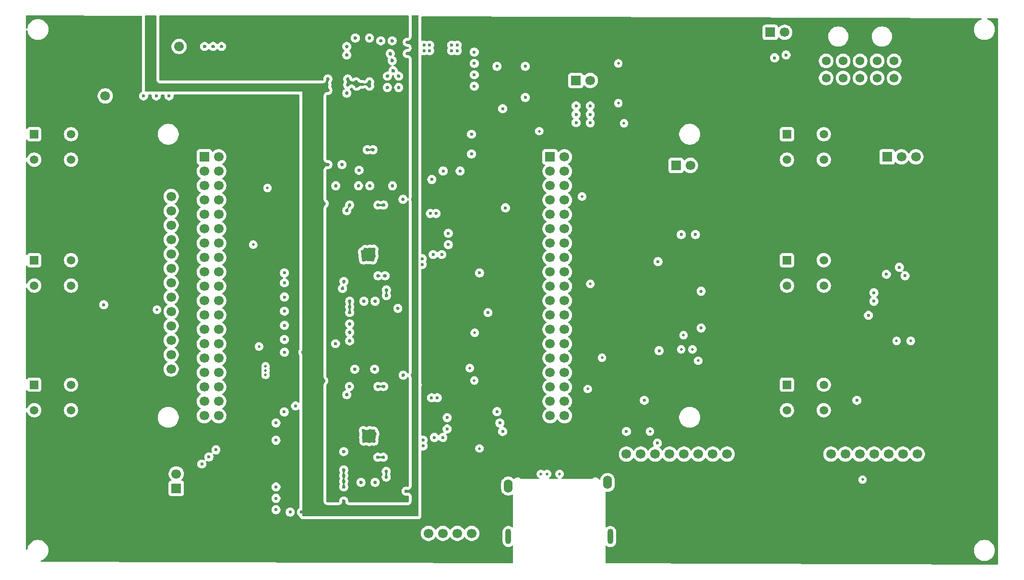
<source format=gbr>
%TF.GenerationSoftware,KiCad,Pcbnew,9.0.7*%
%TF.CreationDate,2026-02-06T09:11:47-04:00*%
%TF.ProjectId,TLS_Handheld_PCB,544c535f-4861-46e6-9468-656c645f5043,1*%
%TF.SameCoordinates,Original*%
%TF.FileFunction,Copper,L3,Inr*%
%TF.FilePolarity,Positive*%
%FSLAX46Y46*%
G04 Gerber Fmt 4.6, Leading zero omitted, Abs format (unit mm)*
G04 Created by KiCad (PCBNEW 9.0.7) date 2026-02-06 09:11:47*
%MOMM*%
%LPD*%
G01*
G04 APERTURE LIST*
%TA.AperFunction,ComponentPad*%
%ADD10R,1.700000X1.700000*%
%TD*%
%TA.AperFunction,ComponentPad*%
%ADD11C,1.700000*%
%TD*%
%TA.AperFunction,ComponentPad*%
%ADD12R,1.508000X1.508000*%
%TD*%
%TA.AperFunction,ComponentPad*%
%ADD13C,1.508000*%
%TD*%
%TA.AperFunction,ComponentPad*%
%ADD14O,1.550000X2.350000*%
%TD*%
%TA.AperFunction,ComponentPad*%
%ADD15O,1.050000X2.700000*%
%TD*%
%TA.AperFunction,ComponentPad*%
%ADD16C,1.574800*%
%TD*%
%TA.AperFunction,ViaPad*%
%ADD17C,0.600000*%
%TD*%
%TA.AperFunction,ViaPad*%
%ADD18C,0.500000*%
%TD*%
G04 APERTURE END LIST*
D10*
%TO.N,WAKE*%
%TO.C,STM_CN10*%
X163862500Y-68500000D03*
D11*
%TO.N,SD_CS*%
X166402500Y-68500000D03*
%TO.N,N/C*%
X163862500Y-71040000D03*
%TO.N,B4*%
X166402500Y-71040000D03*
%TO.N,N/C*%
X163862500Y-73580000D03*
%TO.N,RTD_CS*%
X166402500Y-73580000D03*
%TO.N,N/C*%
X163862500Y-76120000D03*
X166402500Y-76120000D03*
%TO.N,GND*%
X163862500Y-78660000D03*
%TO.N,N/C*%
X166402500Y-78660000D03*
%TO.N,DISPL_SCK*%
X163862500Y-81200000D03*
%TO.N,N/C*%
X166402500Y-81200000D03*
%TO.N,TOUCH_MISO*%
X163862500Y-83740000D03*
%TO.N,N/C*%
X166402500Y-83740000D03*
%TO.N,DISPL_MOSI*%
X163862500Y-86280000D03*
%TO.N,B5*%
X166402500Y-86280000D03*
%TO.N,N/C*%
X163862500Y-88820000D03*
X166402500Y-88820000D03*
%TO.N,EXCIT2*%
X163862500Y-91360000D03*
%TO.N,GND*%
X166402500Y-91360000D03*
%TO.N,TX*%
X163862500Y-93900000D03*
%TO.N,EXCIT1*%
X166402500Y-93900000D03*
%TO.N,B6*%
X163862500Y-96440000D03*
%TO.N,N/C*%
X166402500Y-96440000D03*
X163862500Y-98980000D03*
%TO.N,MAX_SDI*%
X166402500Y-98980000D03*
%TO.N,N/C*%
X163862500Y-101520000D03*
%TO.N,MAX_SDO*%
X166402500Y-101520000D03*
%TO.N,N/C*%
X163862500Y-104060000D03*
%TO.N,MAX_SCK*%
X166402500Y-104060000D03*
%TO.N,N/C*%
X163862500Y-106600000D03*
X166402500Y-106600000D03*
%TO.N,RX*%
X163862500Y-109140000D03*
%TO.N,B3*%
X166402500Y-109140000D03*
%TO.N,N/C*%
X163862500Y-111680000D03*
X166402500Y-111680000D03*
X163862500Y-114220000D03*
X166402500Y-114220000D03*
%TD*%
D10*
%TO.N,/8V*%
%TO.C,J1*%
X168412500Y-55000000D03*
D11*
%TO.N,GND*%
X170952500Y-55000000D03*
%TD*%
D10*
%TO.N,HeaterPre*%
%TO.C,+ Ref_Res -*%
X202725000Y-46500000D03*
D11*
%TO.N,Heater+*%
X205265000Y-46500000D03*
%TD*%
D12*
%TO.N,GND*%
%TO.C,PB-5*%
X205662500Y-86750000D03*
D13*
%TO.N,N/C*%
X212162500Y-86750000D03*
%TO.N,B5*%
X205662500Y-91250000D03*
%TO.N,N/C*%
X212162500Y-91250000D03*
%TD*%
D10*
%TO.N,RTD-*%
%TO.C,RTD*%
X223332500Y-68500000D03*
D11*
%TO.N,RTDSens*%
X225872500Y-68500000D03*
%TO.N,RTD+*%
X228412500Y-68500000D03*
%TD*%
D12*
%TO.N,GND*%
%TO.C,PB-4*%
X205662500Y-64500000D03*
D13*
%TO.N,N/C*%
X212162500Y-64500000D03*
%TO.N,B4*%
X205662500Y-69000000D03*
%TO.N,N/C*%
X212162500Y-69000000D03*
%TD*%
D10*
%TO.N,/3.3V*%
%TO.C,MAX31856*%
X197660000Y-121000000D03*
D11*
%TO.N,N/C*%
X195120000Y-121000000D03*
%TO.N,GND*%
X192580000Y-121000000D03*
%TO.N,MAX_SCK*%
X190040000Y-121000000D03*
%TO.N,MAX_SDO*%
X187500000Y-121000000D03*
%TO.N,MAX_SDI*%
X184960000Y-121000000D03*
%TO.N,Therm_CS*%
X182420000Y-121000000D03*
%TO.N,N/C*%
X179880000Y-121000000D03*
%TO.N,thermDRDY*%
X177340000Y-121000000D03*
%TD*%
D12*
%TO.N,GND*%
%TO.C,PB-6*%
X205662500Y-108750000D03*
D13*
%TO.N,N/C*%
X212162500Y-108750000D03*
%TO.N,B6*%
X205662500Y-113250000D03*
%TO.N,N/C*%
X212162500Y-113250000D03*
%TD*%
D14*
%TO.N,GND*%
%TO.C,SD_Reader*%
X156500000Y-126650000D03*
X174000000Y-126000000D03*
D15*
X156500000Y-135550000D03*
X174500000Y-135550000D03*
%TD*%
D12*
%TO.N,N/C*%
%TO.C,PB-3*%
X72837500Y-108750000D03*
D13*
%TO.N,GND*%
X79337500Y-108750000D03*
%TO.N,N/C*%
X72837500Y-113250000D03*
%TO.N,B3*%
X79337500Y-113250000D03*
%TD*%
D10*
%TO.N,/3.3V*%
%TO.C,J3*%
X85385000Y-60275000D03*
D11*
%TO.N,GND*%
X85385000Y-57735000D03*
%TD*%
D10*
%TO.N,/3.3V*%
%TO.C,TFT_DISPLAY_Pinout*%
X97000000Y-72960000D03*
D11*
%TO.N,GND*%
X97000000Y-75500000D03*
%TO.N,DISPL_CS*%
X97000000Y-78040000D03*
%TO.N,DISPL_RST*%
X97000000Y-80580000D03*
%TO.N,DISPL_DC*%
X97000000Y-83120000D03*
%TO.N,DISPL_MOSI*%
X97000000Y-85660000D03*
%TO.N,DISPL_SCK*%
X97000000Y-88200000D03*
%TO.N,DISPL_LED*%
X97000000Y-90740000D03*
%TO.N,N/C*%
X97000000Y-93280000D03*
%TO.N,DISPL_SCK*%
X97000000Y-95820000D03*
%TO.N,N/C*%
X97000000Y-98360000D03*
X97000000Y-100900000D03*
%TO.N,TOUCH_MISO*%
X97000000Y-103440000D03*
%TO.N,N/C*%
X97000000Y-105980000D03*
%TD*%
D10*
%TO.N,/3.3V*%
%TO.C,MAX31865*%
X231200000Y-121000000D03*
D11*
%TO.N,GND*%
X228660000Y-121000000D03*
%TO.N,N/C*%
X226120000Y-121000000D03*
%TO.N,MAX_SCK*%
X223580000Y-121000000D03*
%TO.N,MAX_SDO*%
X221040000Y-121000000D03*
%TO.N,MAX_SDI*%
X218500000Y-121000000D03*
%TO.N,RTD_CS*%
X215960000Y-121000000D03*
%TO.N,RTDDRDY*%
X213420000Y-121000000D03*
%TD*%
D10*
%TO.N,/5V*%
%TO.C,J2*%
X97912500Y-127040000D03*
D11*
%TO.N,GND*%
X97912500Y-124500000D03*
%TD*%
D12*
%TO.N,N/C*%
%TO.C,PB-1*%
X72837500Y-64500000D03*
D13*
%TO.N,GND*%
X79337500Y-64500000D03*
%TO.N,N/C*%
X72837500Y-69000000D03*
%TO.N,B1*%
X79337500Y-69000000D03*
%TD*%
D16*
%TO.N,Heater+*%
%TO.C,Connector*%
X212572902Y-51564301D03*
%TO.N,GND*%
X215572901Y-51564301D03*
%TO.N,Thermocouple-*%
X218572900Y-51564301D03*
%TO.N,N/C*%
X221572899Y-51564301D03*
%TO.N,Thermocouple+*%
X224572898Y-51564301D03*
%TO.N,RTD-*%
X212572902Y-54564300D03*
%TO.N,RTD+*%
X215572901Y-54564300D03*
%TO.N,RTDSens*%
X218572900Y-54564300D03*
%TO.N,GND*%
X221572899Y-54564300D03*
%TO.N,N/C*%
X224572898Y-54564300D03*
%TD*%
D10*
%TO.N,/3.3V*%
%TO.C,GPS_Pinout*%
X152580000Y-135000000D03*
D11*
%TO.N,GND*%
X150040000Y-135000000D03*
%TO.N,RX*%
X147500000Y-135000000D03*
%TO.N,TX*%
X144960000Y-135000000D03*
%TO.N,WAKE*%
X142420000Y-135000000D03*
%TD*%
D10*
%TO.N,Thermocouple+*%
%TO.C,Thermocouple*%
X186087500Y-70000000D03*
D11*
%TO.N,Thermocouple-*%
X188627500Y-70000000D03*
%TD*%
D12*
%TO.N,N/C*%
%TO.C,PB-2*%
X72837500Y-86750000D03*
D13*
%TO.N,GND*%
X79337500Y-86750000D03*
%TO.N,N/C*%
X72837500Y-91250000D03*
%TO.N,B2*%
X79337500Y-91250000D03*
%TD*%
D10*
%TO.N,/Pin*%
%TO.C,J1*%
X98412500Y-51540000D03*
D11*
%TO.N,GND*%
X98412500Y-49000000D03*
%TD*%
D10*
%TO.N,N/C*%
%TO.C,STM_CN7*%
X102862500Y-68500000D03*
D11*
X105402500Y-68500000D03*
X102862500Y-71040000D03*
%TO.N,B1*%
X105402500Y-71040000D03*
%TO.N,N/C*%
X102862500Y-73580000D03*
%TO.N,/5V*%
X105402500Y-73580000D03*
%TO.N,N/C*%
X102862500Y-76120000D03*
X105402500Y-76120000D03*
X102862500Y-78660000D03*
X105402500Y-78660000D03*
X102862500Y-81200000D03*
X105402500Y-81200000D03*
X102862500Y-83740000D03*
X105402500Y-83740000D03*
X102862500Y-86280000D03*
X105402500Y-86280000D03*
X102862500Y-88820000D03*
X105402500Y-88820000D03*
X102862500Y-91360000D03*
X105402500Y-91360000D03*
X102862500Y-93900000D03*
%TO.N,GND*%
X105402500Y-93900000D03*
%TO.N,B2*%
X102862500Y-96440000D03*
%TO.N,N/C*%
X105402500Y-96440000D03*
X102862500Y-98980000D03*
X105402500Y-98980000D03*
X102862500Y-101520000D03*
%TO.N,Vbat_sense*%
X105402500Y-101520000D03*
%TO.N,N/C*%
X102862500Y-104060000D03*
X105402500Y-104060000D03*
X102862500Y-106600000D03*
%TO.N,Therm_CS*%
X105402500Y-106600000D03*
%TO.N,N/C*%
X102862500Y-109140000D03*
X105402500Y-109140000D03*
%TO.N,DISPL_RST*%
X102862500Y-111680000D03*
%TO.N,DISPL_DC*%
X105402500Y-111680000D03*
%TO.N,DISPL_CS*%
X102862500Y-114220000D03*
%TO.N,DISPL_LED*%
X105402500Y-114220000D03*
%TD*%
D17*
%TO.N,GND*%
X155500000Y-60000000D03*
X120000000Y-131250000D03*
X123959500Y-108057500D03*
X132061226Y-85459968D03*
X128000000Y-50500000D03*
X132167190Y-117446624D03*
X129662500Y-55250000D03*
X150500000Y-56000000D03*
X137162500Y-56250000D03*
X102912500Y-49000000D03*
X141615500Y-49750000D03*
X117000000Y-100750000D03*
X130747633Y-85246027D03*
X140000000Y-92750000D03*
X128000000Y-49000000D03*
X132957606Y-117442802D03*
X115500000Y-130807500D03*
X104912500Y-120250000D03*
X145912500Y-84000000D03*
X132615500Y-67250000D03*
X127459500Y-124807500D03*
X223200000Y-89227050D03*
X187012500Y-82230000D03*
X115500000Y-126807500D03*
X128500000Y-98000000D03*
X130162500Y-70855000D03*
X128000000Y-78000000D03*
X133500000Y-77000000D03*
X96635000Y-57735000D03*
X145709500Y-116562500D03*
X135000000Y-93000000D03*
X127459500Y-123807500D03*
X142750000Y-78500000D03*
X130952355Y-86704946D03*
X127459500Y-120557500D03*
X189512500Y-82230000D03*
X134959500Y-125057500D03*
X130918209Y-116840815D03*
X137912500Y-76000000D03*
X129736680Y-56005963D03*
X115500000Y-118557500D03*
X147500000Y-48750000D03*
X124000000Y-76750000D03*
X131500000Y-86000000D03*
X131038303Y-117451962D03*
X143750000Y-78500000D03*
X92135000Y-57735000D03*
X117000000Y-98250000D03*
X226500000Y-89500000D03*
X130709499Y-55697800D03*
X138662500Y-48250000D03*
X132062500Y-84815462D03*
X132217897Y-118028415D03*
X118000000Y-131250000D03*
X134500000Y-77000000D03*
X135662500Y-50250000D03*
X170952500Y-62500000D03*
X143959500Y-111057500D03*
X115500000Y-128807500D03*
X132747517Y-85419134D03*
X136063000Y-73605000D03*
X143000000Y-72500000D03*
X133500000Y-109057500D03*
D18*
X175912500Y-59000000D03*
D17*
X136162500Y-53250000D03*
X127459500Y-129307500D03*
X142959500Y-111057500D03*
X128500000Y-95000000D03*
X145000000Y-71000000D03*
X150500000Y-54000000D03*
X144750000Y-85750000D03*
X131000000Y-94000000D03*
X128162500Y-55750000D03*
X150500000Y-50000000D03*
X132000000Y-47500000D03*
X132823706Y-118039090D03*
X141615500Y-48750000D03*
X132912500Y-106000000D03*
X221000000Y-94000000D03*
X132081242Y-86064443D03*
X103662500Y-121500000D03*
X132012000Y-56000000D03*
X131615500Y-67250000D03*
X133459500Y-121557500D03*
X115500000Y-115500000D03*
X122662500Y-58855000D03*
X118959500Y-112500000D03*
X132797800Y-86027145D03*
X159500000Y-52500000D03*
X143459500Y-118057500D03*
X127162500Y-69855000D03*
X136000000Y-51500000D03*
X124662500Y-56750000D03*
X131951020Y-118778337D03*
X131849059Y-86660912D03*
X190512500Y-98730000D03*
X132794350Y-118719624D03*
X132012000Y-55250000D03*
X123250000Y-103000000D03*
X124500000Y-55750000D03*
X105912500Y-49000000D03*
X139912500Y-77000000D03*
X117000000Y-93250000D03*
X170952500Y-59500000D03*
X131598744Y-117766876D03*
X145912500Y-82000000D03*
X127500000Y-90500000D03*
X134459500Y-121557500D03*
X130959500Y-118057500D03*
X146500000Y-49750000D03*
X130820251Y-86020408D03*
X130063000Y-73605000D03*
X133500000Y-89500000D03*
X132079121Y-116870171D03*
X132063000Y-73605000D03*
X121459500Y-110557500D03*
X154500000Y-52500000D03*
X127459500Y-125807500D03*
X122662500Y-60855000D03*
X126000000Y-101500000D03*
X128162500Y-54750000D03*
X132727631Y-116918209D03*
X127459500Y-126807500D03*
X128500000Y-77000000D03*
X140412500Y-108750000D03*
X128500000Y-101000000D03*
X134000000Y-48000000D03*
X124662500Y-54750000D03*
X117000000Y-103000000D03*
X145709500Y-114562500D03*
X146500000Y-48750000D03*
X122000000Y-131250000D03*
X130500000Y-126000000D03*
X134500000Y-109057500D03*
X150000000Y-68000000D03*
X122662500Y-62855000D03*
X134750000Y-89500000D03*
X150500000Y-52000000D03*
X94385000Y-57735000D03*
X129500000Y-47500000D03*
X137000000Y-95250000D03*
X144959500Y-118057500D03*
X137959500Y-107057500D03*
X143250000Y-85750000D03*
X126063000Y-73605000D03*
X128459500Y-109057500D03*
X125000000Y-131250000D03*
X117000000Y-89000000D03*
X142615500Y-49750000D03*
X128000000Y-57250000D03*
X170952500Y-61000000D03*
X128500000Y-99500000D03*
X133000000Y-94000000D03*
X133000000Y-126000000D03*
D18*
X111500000Y-84000000D03*
D17*
X141297000Y-87500000D03*
X117000000Y-95750000D03*
X116959500Y-113557500D03*
X138459500Y-127557500D03*
X159500000Y-58000000D03*
D18*
X227500000Y-101000000D03*
D17*
X148000000Y-71000000D03*
X135162500Y-56250000D03*
X117000000Y-90750000D03*
X131404710Y-85423940D03*
D18*
X112500000Y-102000000D03*
D17*
X135162500Y-54250000D03*
X138662500Y-50250000D03*
X134959500Y-124057500D03*
X140000000Y-90500000D03*
X128000000Y-110500000D03*
X102412500Y-122750000D03*
X132586825Y-86694597D03*
X131239221Y-84842142D03*
X137162500Y-54250000D03*
X141459500Y-118557500D03*
X127250000Y-91750000D03*
X142615500Y-48750000D03*
D18*
X162250000Y-124500000D03*
D17*
X139459500Y-127557500D03*
X122662500Y-66855000D03*
X141459500Y-119557500D03*
X130990266Y-118714287D03*
X128500000Y-96000000D03*
X136000000Y-48000000D03*
X141297000Y-86500000D03*
D18*
X175912500Y-52000000D03*
D17*
X150000000Y-64500000D03*
X121250000Y-79250000D03*
D18*
X225000000Y-101000000D03*
D17*
X147500000Y-49750000D03*
X128500000Y-94000000D03*
X104412500Y-49000000D03*
X127459500Y-131307500D03*
X122662500Y-64855000D03*
X182912500Y-87000000D03*
X124662500Y-69855000D03*
X132773786Y-84815462D03*
X131556044Y-118327316D03*
X122662500Y-68855000D03*
X135000000Y-92000000D03*
X183100000Y-102730000D03*
X120250000Y-103000000D03*
X129412500Y-106000000D03*
X190512500Y-92230000D03*
%TO.N,RTDSens*%
X225500000Y-88000000D03*
%TO.N,Heater+*%
X205500000Y-50500000D03*
D18*
%TO.N,MAX_SCK*%
X190000000Y-104500000D03*
X187000000Y-102500000D03*
X181500000Y-117000000D03*
%TO.N,MAX_SDO*%
X219000000Y-125500000D03*
X189000000Y-102500000D03*
D17*
X220051000Y-96500000D03*
D18*
X187412500Y-100000000D03*
D17*
%TO.N,MAX_SDI*%
X182800000Y-119040000D03*
D18*
%TO.N,MOSFETGait1*%
X176912500Y-62566800D03*
X161956250Y-63956250D03*
%TO.N,Therm_CS*%
X149706250Y-105793750D03*
D17*
%TO.N,RTD_CS*%
X221000000Y-92500000D03*
D18*
%TO.N,/Pin*%
X114000000Y-74000000D03*
D17*
X102912500Y-51500000D03*
X129000000Y-114000000D03*
X129000000Y-91000000D03*
X128959500Y-124057500D03*
X104412500Y-51500000D03*
X105872500Y-51500000D03*
X131000000Y-114000000D03*
X129662500Y-52250000D03*
X129000000Y-82000000D03*
X131000000Y-82000000D03*
X130000000Y-114000000D03*
X130000000Y-82000000D03*
X130000000Y-121250000D03*
X129500000Y-49500000D03*
X129500000Y-89000000D03*
X129000000Y-90000000D03*
D18*
X125500000Y-71500000D03*
D17*
X129662500Y-51250000D03*
X129000000Y-121057500D03*
X128959500Y-123057500D03*
X129000000Y-92000000D03*
X129662500Y-50500000D03*
X128959500Y-122057500D03*
X130500000Y-89000000D03*
D18*
%TO.N,/5V*%
X113662500Y-106250000D03*
X113662500Y-105500000D03*
X113662500Y-107000000D03*
%TO.N,/3.3V*%
X79337500Y-73500000D03*
X164450000Y-124500000D03*
X118750000Y-85500000D03*
X227000000Y-96000000D03*
X118912500Y-89000000D03*
X202162500Y-111500000D03*
X118750000Y-87500000D03*
X118750000Y-86500000D03*
X118912500Y-93500000D03*
X79337500Y-118000000D03*
X79337500Y-96250000D03*
X205412500Y-96000000D03*
X118912500Y-92000000D03*
X224613909Y-96163909D03*
X118750000Y-84000000D03*
X202162500Y-71250000D03*
X183000000Y-98962500D03*
X182912500Y-90537500D03*
X118912500Y-90500000D03*
D17*
%TO.N,/8V*%
X168452500Y-62460000D03*
X168452500Y-61000000D03*
X168452500Y-59500000D03*
D18*
%TO.N,DISPL_MOSI*%
X165550000Y-124500000D03*
D17*
X85125000Y-94625000D03*
D18*
X150571250Y-99571250D03*
X150500000Y-108000000D03*
%TO.N,DISPL_SCK*%
X163350000Y-124500000D03*
X151412500Y-120000000D03*
D17*
X151412500Y-89000000D03*
%TO.N,TOUCH_MISO*%
X152912500Y-96000000D03*
%TO.N,WAKE*%
X154512500Y-113500000D03*
X156000000Y-77500000D03*
D18*
%TO.N,B5*%
X170962500Y-90938750D03*
%TO.N,B6*%
X173025130Y-103974870D03*
D17*
%TO.N,RX*%
X155500000Y-117000000D03*
D18*
%TO.N,B2*%
X94500000Y-95500000D03*
D17*
%TO.N,TX*%
X155000000Y-115500000D03*
D18*
%TO.N,SD_CS*%
X170500000Y-109500000D03*
X169500000Y-75500000D03*
D17*
%TO.N,HeaterPre*%
X203500000Y-51000000D03*
%TO.N,thermDRDY*%
X177340000Y-117000000D03*
X180500000Y-111500000D03*
%TO.N,RTDDRDY*%
X218000000Y-111500000D03*
%TD*%
%TA.AperFunction,Conductor*%
%TO.N,GND*%
G36*
X94350039Y-43519685D02*
G01*
X94395794Y-43572489D01*
X94407000Y-43624000D01*
X94407000Y-47470941D01*
X94407000Y-47970941D01*
X94407000Y-48933499D01*
X94407000Y-50470941D01*
X94407000Y-53627352D01*
X94407000Y-54220941D01*
X94407000Y-54876000D01*
X94407001Y-54876009D01*
X94418552Y-54983450D01*
X94418554Y-54983462D01*
X94429760Y-55034972D01*
X94463883Y-55137497D01*
X94463886Y-55137503D01*
X94541671Y-55258537D01*
X94541679Y-55258548D01*
X94587423Y-55311340D01*
X94587426Y-55311343D01*
X94587430Y-55311347D01*
X94696164Y-55405567D01*
X94696167Y-55405568D01*
X94696168Y-55405569D01*
X94805332Y-55455424D01*
X94827041Y-55465338D01*
X94894080Y-55485023D01*
X94894084Y-55485024D01*
X95036500Y-55505500D01*
X95036503Y-55505500D01*
X123744941Y-55505500D01*
X123744951Y-55505500D01*
X123758501Y-55505318D01*
X123765139Y-55505140D01*
X123778648Y-55504597D01*
X123919763Y-55476527D01*
X123920438Y-55476289D01*
X123982099Y-55454536D01*
X123984165Y-55453877D01*
X123985644Y-55453284D01*
X123985653Y-55453282D01*
X123985660Y-55453280D01*
X124065042Y-55411754D01*
X124113147Y-55386590D01*
X124113147Y-55386589D01*
X124113150Y-55386588D01*
X124216687Y-55286679D01*
X124259549Y-55231501D01*
X124330742Y-55106475D01*
X124363829Y-54966451D01*
X124370056Y-54896860D01*
X124367678Y-54852498D01*
X124367500Y-54845861D01*
X124367500Y-54733153D01*
X124369882Y-54708964D01*
X124369883Y-54708961D01*
X124376456Y-54675914D01*
X124383506Y-54652674D01*
X124396402Y-54621539D01*
X124407851Y-54600119D01*
X124426579Y-54572090D01*
X124441988Y-54553316D01*
X124465814Y-54529489D01*
X124484598Y-54514074D01*
X124512611Y-54495356D01*
X124534045Y-54483900D01*
X124565168Y-54471008D01*
X124588418Y-54463955D01*
X124621470Y-54457381D01*
X124645654Y-54455000D01*
X124679342Y-54455000D01*
X124703527Y-54457381D01*
X124736579Y-54463956D01*
X124759825Y-54471006D01*
X124790958Y-54483902D01*
X124812390Y-54495359D01*
X124840398Y-54514074D01*
X124859185Y-54529492D01*
X124883002Y-54553308D01*
X124898425Y-54572100D01*
X124917138Y-54600106D01*
X124928598Y-54621546D01*
X124941490Y-54652671D01*
X124948545Y-54675926D01*
X124948545Y-54675927D01*
X124955117Y-54708961D01*
X124957500Y-54733156D01*
X124957500Y-54766839D01*
X124955116Y-54791035D01*
X124948543Y-54824073D01*
X124941489Y-54847328D01*
X124928598Y-54878451D01*
X124917139Y-54899889D01*
X124897105Y-54929873D01*
X124887379Y-54942053D01*
X124887459Y-54942119D01*
X124884490Y-54945769D01*
X124802439Y-55063946D01*
X124802431Y-55063959D01*
X124771164Y-55126425D01*
X124771155Y-55126446D01*
X124725725Y-55262940D01*
X124720589Y-55406731D01*
X124728056Y-55476198D01*
X124728079Y-55476289D01*
X124763638Y-55615608D01*
X124763642Y-55615619D01*
X124778991Y-55652677D01*
X124786044Y-55675926D01*
X124786046Y-55675932D01*
X124792617Y-55708961D01*
X124795000Y-55733156D01*
X124795000Y-55766840D01*
X124792617Y-55791035D01*
X124786044Y-55824074D01*
X124778990Y-55847327D01*
X124763611Y-55884459D01*
X124760205Y-55892895D01*
X124758599Y-55896979D01*
X124755413Y-55905296D01*
X124755410Y-55905304D01*
X124724830Y-56045884D01*
X124724829Y-56045892D01*
X124720226Y-56110263D01*
X124719845Y-56115584D01*
X124719845Y-56115586D01*
X124728452Y-56235925D01*
X124730110Y-56259098D01*
X124730111Y-56259103D01*
X124780389Y-56393900D01*
X124780390Y-56393902D01*
X124780392Y-56393906D01*
X124780393Y-56393908D01*
X124813877Y-56455228D01*
X124871994Y-56532862D01*
X124875816Y-56538264D01*
X124917141Y-56600111D01*
X124928599Y-56621548D01*
X124941489Y-56652669D01*
X124948543Y-56675922D01*
X124955116Y-56708959D01*
X124957500Y-56733156D01*
X124957500Y-56766839D01*
X124955116Y-56791035D01*
X124948543Y-56824073D01*
X124941488Y-56847329D01*
X124928593Y-56878461D01*
X124917133Y-56899901D01*
X124898426Y-56927897D01*
X124883006Y-56946686D01*
X124859193Y-56970499D01*
X124840403Y-56985920D01*
X124812385Y-57004641D01*
X124790946Y-57016100D01*
X124759828Y-57028989D01*
X124736571Y-57036045D01*
X124719840Y-57039373D01*
X124703531Y-57042617D01*
X124679341Y-57045000D01*
X124637876Y-57045000D01*
X124628200Y-57044622D01*
X124626086Y-57044456D01*
X124626083Y-57044456D01*
X124626079Y-57044456D01*
X124482206Y-57044456D01*
X124451346Y-57048893D01*
X124413045Y-57054401D01*
X124413040Y-57054402D01*
X124413036Y-57054403D01*
X124274998Y-57094935D01*
X124274992Y-57094938D01*
X124153962Y-57172720D01*
X124153958Y-57172722D01*
X124101152Y-57218479D01*
X124099025Y-57220935D01*
X124099020Y-57220940D01*
X124006935Y-57327209D01*
X124006930Y-57327217D01*
X123947164Y-57458083D01*
X123927476Y-57525131D01*
X123907000Y-57667550D01*
X123907000Y-68937440D01*
X123907182Y-68951028D01*
X123907359Y-68957639D01*
X123907901Y-68971123D01*
X123907902Y-68971131D01*
X123935968Y-69112246D01*
X123935969Y-69112250D01*
X123959209Y-69178129D01*
X123959215Y-69178144D01*
X124025894Y-69305624D01*
X124084012Y-69365858D01*
X124125798Y-69409166D01*
X124125802Y-69409169D01*
X124125803Y-69409170D01*
X124180266Y-69451481D01*
X124180906Y-69451986D01*
X124180973Y-69452031D01*
X124180976Y-69452032D01*
X124180979Y-69452035D01*
X124306007Y-69523235D01*
X124446031Y-69556326D01*
X124504023Y-69561516D01*
X124515621Y-69562555D01*
X124515621Y-69562554D01*
X124515622Y-69562555D01*
X124559989Y-69560178D01*
X124566623Y-69560000D01*
X124583656Y-69560000D01*
X124679342Y-69560000D01*
X124703527Y-69562381D01*
X124736579Y-69568956D01*
X124759825Y-69576006D01*
X124790958Y-69588902D01*
X124812390Y-69600359D01*
X124840398Y-69619074D01*
X124859185Y-69634492D01*
X124883002Y-69658308D01*
X124898425Y-69677100D01*
X124917140Y-69705109D01*
X124928599Y-69726548D01*
X124941488Y-69757665D01*
X124948544Y-69780925D01*
X124955117Y-69813968D01*
X124957500Y-69838160D01*
X124957500Y-69871839D01*
X124955116Y-69896035D01*
X124948543Y-69929073D01*
X124941488Y-69952329D01*
X124928598Y-69983449D01*
X124917139Y-70004888D01*
X124898420Y-70032903D01*
X124883002Y-70051689D01*
X124882999Y-70051693D01*
X124859193Y-70075499D01*
X124840403Y-70090920D01*
X124812385Y-70109641D01*
X124790946Y-70121100D01*
X124759828Y-70133989D01*
X124736571Y-70141045D01*
X124719840Y-70144373D01*
X124703531Y-70147617D01*
X124679341Y-70150000D01*
X124637876Y-70150000D01*
X124628200Y-70149622D01*
X124626086Y-70149456D01*
X124626083Y-70149456D01*
X124626079Y-70149456D01*
X124482206Y-70149456D01*
X124451346Y-70153893D01*
X124413045Y-70159401D01*
X124413040Y-70159402D01*
X124413036Y-70159403D01*
X124274998Y-70199935D01*
X124274992Y-70199938D01*
X124153962Y-70277720D01*
X124153951Y-70277728D01*
X124101159Y-70323472D01*
X124006933Y-70432213D01*
X124006930Y-70432217D01*
X123947164Y-70563083D01*
X123927476Y-70630131D01*
X123907000Y-70772550D01*
X123907000Y-75996597D01*
X123917611Y-76099617D01*
X123917612Y-76099623D01*
X123917613Y-76099629D01*
X123927917Y-76149118D01*
X123927919Y-76149127D01*
X123959303Y-76247814D01*
X123959310Y-76247830D01*
X124034915Y-76370226D01*
X124034922Y-76370236D01*
X124063786Y-76404775D01*
X124063788Y-76404777D01*
X124079726Y-76423848D01*
X124079726Y-76423849D01*
X124186764Y-76519997D01*
X124187140Y-76520248D01*
X124190365Y-76523267D01*
X124190442Y-76523397D01*
X124193286Y-76526093D01*
X124220508Y-76553314D01*
X124235925Y-76572100D01*
X124254638Y-76600106D01*
X124266098Y-76621546D01*
X124278990Y-76652671D01*
X124286045Y-76675927D01*
X124292617Y-76708961D01*
X124295000Y-76733156D01*
X124295000Y-76766839D01*
X124292616Y-76791035D01*
X124286043Y-76824073D01*
X124278988Y-76847329D01*
X124266098Y-76878449D01*
X124254639Y-76899888D01*
X124235920Y-76927903D01*
X124220499Y-76946693D01*
X124193358Y-76973834D01*
X124184773Y-76981650D01*
X124142285Y-77016839D01*
X124106980Y-77046078D01*
X124106974Y-77046083D01*
X124071567Y-77082129D01*
X124006933Y-77163072D01*
X123947163Y-77293945D01*
X123927476Y-77360990D01*
X123907000Y-77503409D01*
X123907000Y-107331152D01*
X123917606Y-107434157D01*
X123917608Y-107434171D01*
X123927903Y-107483634D01*
X123959285Y-107582336D01*
X123959286Y-107582339D01*
X124034888Y-107704754D01*
X124045900Y-107717933D01*
X124074225Y-107751832D01*
X124074231Y-107751838D01*
X124077430Y-107755667D01*
X124077635Y-107755912D01*
X124079377Y-107758112D01*
X124081503Y-107760543D01*
X124083507Y-107762941D01*
X124084563Y-107765368D01*
X124086554Y-107767359D01*
X124094027Y-107775531D01*
X124096442Y-107778421D01*
X124106423Y-107787228D01*
X124179999Y-107860804D01*
X124195420Y-107879594D01*
X124214139Y-107907609D01*
X124225598Y-107929048D01*
X124238489Y-107960170D01*
X124245545Y-107983427D01*
X124252117Y-108016461D01*
X124254500Y-108040656D01*
X124254500Y-108074339D01*
X124252116Y-108098535D01*
X124245543Y-108131573D01*
X124238488Y-108154829D01*
X124225598Y-108185949D01*
X124214140Y-108207386D01*
X124195423Y-108235399D01*
X124180001Y-108254191D01*
X124141066Y-108293126D01*
X124138300Y-108294636D01*
X124107028Y-108326471D01*
X124107026Y-108326473D01*
X124105435Y-108328091D01*
X124105433Y-108328094D01*
X124071615Y-108362515D01*
X124071578Y-108362556D01*
X124006933Y-108443510D01*
X123947163Y-108574384D01*
X123947162Y-108574388D01*
X123927477Y-108641427D01*
X123927476Y-108641431D01*
X123907000Y-108783847D01*
X123907000Y-109028441D01*
X123907000Y-110470941D01*
X123907000Y-116811756D01*
X123907000Y-120528441D01*
X123907000Y-121528441D01*
X123907000Y-123778441D01*
X123907000Y-129376000D01*
X123907001Y-129376009D01*
X123918552Y-129483450D01*
X123918554Y-129483462D01*
X123929760Y-129534972D01*
X123963883Y-129637497D01*
X123963886Y-129637503D01*
X124041671Y-129758537D01*
X124041679Y-129758548D01*
X124087423Y-129811340D01*
X124087426Y-129811343D01*
X124087430Y-129811347D01*
X124196164Y-129905567D01*
X124196167Y-129905568D01*
X124196168Y-129905569D01*
X124290425Y-129948616D01*
X124327041Y-129965338D01*
X124394080Y-129985023D01*
X124394084Y-129985024D01*
X124536500Y-130005500D01*
X124536503Y-130005500D01*
X126534990Y-130005500D01*
X126535000Y-130005500D01*
X126642456Y-129993947D01*
X126693967Y-129982741D01*
X126728197Y-129971347D01*
X126796497Y-129948616D01*
X126796501Y-129948613D01*
X126796504Y-129948613D01*
X126917543Y-129870825D01*
X126970347Y-129825070D01*
X127064567Y-129716336D01*
X127124338Y-129585459D01*
X127144023Y-129518420D01*
X127144024Y-129518416D01*
X127164500Y-129376000D01*
X127164500Y-129290653D01*
X127166882Y-129266464D01*
X127166883Y-129266461D01*
X127173456Y-129233414D01*
X127180506Y-129210174D01*
X127193402Y-129179039D01*
X127204851Y-129157619D01*
X127223579Y-129129590D01*
X127238988Y-129110816D01*
X127262814Y-129086989D01*
X127281598Y-129071574D01*
X127309611Y-129052856D01*
X127331045Y-129041400D01*
X127362168Y-129028508D01*
X127385418Y-129021455D01*
X127418470Y-129014881D01*
X127442654Y-129012500D01*
X127476342Y-129012500D01*
X127500527Y-129014881D01*
X127533579Y-129021456D01*
X127556825Y-129028506D01*
X127587958Y-129041402D01*
X127609390Y-129052859D01*
X127637398Y-129071574D01*
X127656185Y-129086992D01*
X127680002Y-129110808D01*
X127695425Y-129129600D01*
X127714138Y-129157606D01*
X127725598Y-129179046D01*
X127738490Y-129210171D01*
X127745545Y-129233427D01*
X127752117Y-129266461D01*
X127754500Y-129290653D01*
X127754500Y-129376000D01*
X127754501Y-129376009D01*
X127766052Y-129483450D01*
X127766054Y-129483462D01*
X127777260Y-129534972D01*
X127811383Y-129637497D01*
X127811386Y-129637503D01*
X127889171Y-129758537D01*
X127889179Y-129758548D01*
X127934923Y-129811340D01*
X127934926Y-129811343D01*
X127934930Y-129811347D01*
X128043664Y-129905567D01*
X128043667Y-129905568D01*
X128043668Y-129905569D01*
X128137925Y-129948616D01*
X128174541Y-129965338D01*
X128241580Y-129985023D01*
X128241584Y-129985024D01*
X128384000Y-130005500D01*
X128384003Y-130005500D01*
X138788490Y-130005500D01*
X138788500Y-130005500D01*
X138895956Y-129993947D01*
X138947467Y-129982741D01*
X138981697Y-129971347D01*
X139049997Y-129948616D01*
X139050001Y-129948613D01*
X139050004Y-129948613D01*
X139171043Y-129870825D01*
X139223847Y-129825070D01*
X139318067Y-129716336D01*
X139377838Y-129585459D01*
X139397523Y-129518420D01*
X139397524Y-129518416D01*
X139418000Y-129376000D01*
X139418000Y-128421895D01*
X139414059Y-128358894D01*
X139410906Y-128333796D01*
X139410209Y-128328243D01*
X139410208Y-128328241D01*
X139410207Y-128328228D01*
X139398447Y-128266218D01*
X139343387Y-128133290D01*
X139307735Y-128073201D01*
X139307734Y-128073200D01*
X139307703Y-128073161D01*
X139304673Y-128069261D01*
X139303566Y-128068028D01*
X139217454Y-127961168D01*
X139183901Y-127937872D01*
X139099273Y-127879113D01*
X139099270Y-127879111D01*
X139099268Y-127879110D01*
X139068504Y-127863710D01*
X139043662Y-127851275D01*
X139042787Y-127850767D01*
X139036788Y-127847834D01*
X139036786Y-127847833D01*
X138900268Y-127802396D01*
X138900266Y-127802395D01*
X138900265Y-127802395D01*
X138756478Y-127797261D01*
X138756473Y-127797262D01*
X138687023Y-127804729D01*
X138687004Y-127804732D01*
X138543319Y-127841406D01*
X138543264Y-127841190D01*
X138536703Y-127842922D01*
X138500533Y-127850117D01*
X138476341Y-127852500D01*
X138442659Y-127852500D01*
X138418470Y-127850117D01*
X138385424Y-127843544D01*
X138362167Y-127836488D01*
X138331047Y-127823598D01*
X138309607Y-127812138D01*
X138281599Y-127793423D01*
X138262812Y-127778005D01*
X138238995Y-127754189D01*
X138223574Y-127735399D01*
X138204858Y-127707390D01*
X138193401Y-127685955D01*
X138190280Y-127678421D01*
X138180507Y-127654826D01*
X138173454Y-127631575D01*
X138166881Y-127598531D01*
X138164500Y-127574344D01*
X138164500Y-127540653D01*
X138166882Y-127516464D01*
X138173456Y-127483414D01*
X138180506Y-127460174D01*
X138193402Y-127429039D01*
X138204851Y-127407619D01*
X138223579Y-127379590D01*
X138238988Y-127360816D01*
X138262814Y-127336989D01*
X138281593Y-127321576D01*
X138309611Y-127302856D01*
X138331045Y-127291400D01*
X138362168Y-127278508D01*
X138385418Y-127271455D01*
X138418470Y-127264881D01*
X138442654Y-127262500D01*
X138476339Y-127262500D01*
X138500528Y-127264882D01*
X138513267Y-127267415D01*
X138536380Y-127272013D01*
X138552393Y-127276329D01*
X138558752Y-127278509D01*
X138607308Y-127295154D01*
X138637084Y-127303323D01*
X138637095Y-127303325D01*
X138637111Y-127303330D01*
X138698917Y-127316198D01*
X138842797Y-127316197D01*
X138911955Y-127306253D01*
X139050004Y-127265718D01*
X139171043Y-127187930D01*
X139223847Y-127142175D01*
X139318067Y-127033441D01*
X139377838Y-126902564D01*
X139397523Y-126835525D01*
X139397524Y-126835521D01*
X139418000Y-126693105D01*
X139418000Y-107471952D01*
X139404450Y-107355696D01*
X139401015Y-107341162D01*
X139394157Y-107312141D01*
X139391333Y-107300190D01*
X139388878Y-107293423D01*
X139351414Y-107190176D01*
X139351413Y-107190174D01*
X139348484Y-107185955D01*
X139311807Y-107133131D01*
X139289743Y-107066839D01*
X139307022Y-106999139D01*
X139315473Y-106987418D01*
X139318064Y-106983385D01*
X139318067Y-106983383D01*
X139377838Y-106852506D01*
X139397523Y-106785467D01*
X139397524Y-106785463D01*
X139418000Y-106643047D01*
X139418000Y-76300983D01*
X139404451Y-76184733D01*
X139391335Y-76129228D01*
X139358020Y-76037415D01*
X139353659Y-75967684D01*
X139361788Y-75943616D01*
X139377838Y-75908475D01*
X139397523Y-75841436D01*
X139397524Y-75841432D01*
X139418000Y-75699016D01*
X139418000Y-51167549D01*
X139417818Y-51153999D01*
X139417640Y-51147361D01*
X139417097Y-51133852D01*
X139389027Y-50992737D01*
X139367034Y-50930396D01*
X139366374Y-50928328D01*
X139365782Y-50926847D01*
X139365780Y-50926840D01*
X139299088Y-50799350D01*
X139199179Y-50695813D01*
X139199178Y-50695812D01*
X139199177Y-50695811D01*
X139199173Y-50695808D01*
X139169998Y-50673145D01*
X139144001Y-50652951D01*
X139143999Y-50652950D01*
X139143998Y-50652949D01*
X139143992Y-50652945D01*
X139026509Y-50586048D01*
X139018975Y-50581758D01*
X138878951Y-50548671D01*
X138809360Y-50542444D01*
X138809356Y-50542444D01*
X138809355Y-50542444D01*
X138764986Y-50544822D01*
X138758350Y-50545000D01*
X138645659Y-50545000D01*
X138621470Y-50542617D01*
X138588424Y-50536044D01*
X138565167Y-50528988D01*
X138534047Y-50516098D01*
X138512607Y-50504638D01*
X138484599Y-50485923D01*
X138465812Y-50470505D01*
X138441995Y-50446689D01*
X138426574Y-50427899D01*
X138407858Y-50399890D01*
X138396401Y-50378455D01*
X138388866Y-50360264D01*
X138383507Y-50347326D01*
X138376454Y-50324073D01*
X138369881Y-50291031D01*
X138367500Y-50266844D01*
X138367500Y-50233153D01*
X138369882Y-50208964D01*
X138369883Y-50208961D01*
X138376456Y-50175914D01*
X138383506Y-50152674D01*
X138396402Y-50121539D01*
X138407851Y-50100119D01*
X138426579Y-50072090D01*
X138441988Y-50053316D01*
X138465814Y-50029489D01*
X138484598Y-50014074D01*
X138512611Y-49995356D01*
X138534045Y-49983900D01*
X138565168Y-49971008D01*
X138588418Y-49963955D01*
X138621470Y-49957381D01*
X138645654Y-49955000D01*
X138687138Y-49955000D01*
X138696816Y-49955378D01*
X138698898Y-49955540D01*
X138698917Y-49955543D01*
X138842797Y-49955542D01*
X138911955Y-49945598D01*
X139050004Y-49905063D01*
X139171043Y-49827275D01*
X139223847Y-49781520D01*
X139318067Y-49672786D01*
X139377838Y-49541909D01*
X139397523Y-49474870D01*
X139397524Y-49474866D01*
X139418000Y-49332450D01*
X139418000Y-49167549D01*
X139417818Y-49153999D01*
X139417640Y-49147361D01*
X139417095Y-49133803D01*
X139407543Y-49085812D01*
X139411367Y-49085263D01*
X139407833Y-49060681D01*
X139392502Y-48990201D01*
X139372664Y-48946762D01*
X139372792Y-48946717D01*
X139365783Y-48926849D01*
X139365780Y-48926842D01*
X139365780Y-48926841D01*
X139349890Y-48896467D01*
X139348350Y-48893523D01*
X139332732Y-48859323D01*
X139321341Y-48841598D01*
X139321226Y-48841671D01*
X139299089Y-48799352D01*
X139292815Y-48792850D01*
X139250778Y-48749284D01*
X139246298Y-48744386D01*
X139200732Y-48691802D01*
X139200730Y-48691800D01*
X139166487Y-48669794D01*
X139166487Y-48669793D01*
X139160562Y-48665985D01*
X139160645Y-48665881D01*
X139144008Y-48652957D01*
X139111352Y-48634361D01*
X139108553Y-48632562D01*
X139108544Y-48632557D01*
X139079698Y-48614020D01*
X139079685Y-48614012D01*
X139064194Y-48606938D01*
X139054349Y-48601900D01*
X139018983Y-48581761D01*
X139018982Y-48581760D01*
X139018981Y-48581760D01*
X138975564Y-48571499D01*
X138951281Y-48565761D01*
X138944866Y-48564062D01*
X138878101Y-48544458D01*
X138878099Y-48544457D01*
X138837402Y-48544457D01*
X138830316Y-48544456D01*
X138830329Y-48544319D01*
X138809345Y-48542442D01*
X138771789Y-48544455D01*
X138734219Y-48544455D01*
X138734216Y-48544455D01*
X138731021Y-48544684D01*
X138722173Y-48545000D01*
X138645659Y-48545000D01*
X138621470Y-48542617D01*
X138588424Y-48536044D01*
X138565167Y-48528988D01*
X138534047Y-48516098D01*
X138512607Y-48504638D01*
X138484599Y-48485923D01*
X138465812Y-48470505D01*
X138441995Y-48446689D01*
X138426574Y-48427899D01*
X138407858Y-48399890D01*
X138396401Y-48378455D01*
X138386879Y-48355467D01*
X138383507Y-48347326D01*
X138376454Y-48324075D01*
X138369881Y-48291031D01*
X138367500Y-48266844D01*
X138367500Y-48233153D01*
X138369882Y-48208964D01*
X138372323Y-48196693D01*
X138376456Y-48175914D01*
X138383506Y-48152674D01*
X138396402Y-48121539D01*
X138407851Y-48100119D01*
X138426579Y-48072090D01*
X138441988Y-48053316D01*
X138465814Y-48029489D01*
X138484593Y-48014076D01*
X138512611Y-47995356D01*
X138534045Y-47983900D01*
X138565168Y-47971008D01*
X138588418Y-47963955D01*
X138621470Y-47957381D01*
X138645654Y-47955000D01*
X138687138Y-47955000D01*
X138696816Y-47955378D01*
X138698898Y-47955540D01*
X138698917Y-47955543D01*
X138842797Y-47955542D01*
X138911955Y-47945598D01*
X139050004Y-47905063D01*
X139171043Y-47827275D01*
X139223847Y-47781520D01*
X139318067Y-47672786D01*
X139377838Y-47541909D01*
X139397523Y-47474870D01*
X139397524Y-47474866D01*
X139418000Y-47332450D01*
X139418000Y-43624000D01*
X139437685Y-43556961D01*
X139490489Y-43511206D01*
X139542000Y-43500000D01*
X140538500Y-43500000D01*
X140605539Y-43519685D01*
X140651294Y-43572489D01*
X140662500Y-43624000D01*
X140662500Y-131876000D01*
X140642815Y-131943039D01*
X140590011Y-131988794D01*
X140538500Y-132000000D01*
X120286500Y-132000000D01*
X120219461Y-131980315D01*
X120173706Y-131927511D01*
X120162500Y-131876000D01*
X120162500Y-57000000D01*
X92536500Y-57000000D01*
X92469461Y-56980315D01*
X92423706Y-56927511D01*
X92412500Y-56876000D01*
X92412500Y-43624000D01*
X92432185Y-43556961D01*
X92484989Y-43511206D01*
X92536500Y-43500000D01*
X94283000Y-43500000D01*
X94350039Y-43519685D01*
G37*
%TD.AperFunction*%
%TA.AperFunction,Conductor*%
G36*
X127500527Y-123514881D02*
G01*
X127533579Y-123521456D01*
X127556825Y-123528506D01*
X127587958Y-123541402D01*
X127609390Y-123552859D01*
X127637398Y-123571574D01*
X127656185Y-123586992D01*
X127680002Y-123610808D01*
X127695425Y-123629600D01*
X127714138Y-123657606D01*
X127725598Y-123679046D01*
X127738490Y-123710171D01*
X127745545Y-123733426D01*
X127745545Y-123733427D01*
X127752117Y-123766461D01*
X127754500Y-123790656D01*
X127754500Y-123824345D01*
X127752117Y-123848532D01*
X127747958Y-123869447D01*
X127746611Y-123876216D01*
X127746607Y-123876237D01*
X127745543Y-123881582D01*
X127738489Y-123904828D01*
X127725595Y-123935955D01*
X127714209Y-123957283D01*
X127713893Y-123957755D01*
X127708877Y-123965412D01*
X127706471Y-123969156D01*
X127701733Y-123976678D01*
X127684416Y-124016464D01*
X127679203Y-124028441D01*
X127673886Y-124040656D01*
X127644311Y-124108600D01*
X127625824Y-124175988D01*
X127624850Y-124183225D01*
X127624860Y-124183676D01*
X127607896Y-124318745D01*
X127630912Y-124460763D01*
X127630913Y-124460766D01*
X127630914Y-124460772D01*
X127646012Y-124508990D01*
X127651792Y-124527447D01*
X127713885Y-124657228D01*
X127714143Y-124657614D01*
X127714724Y-124658702D01*
X127716071Y-124661066D01*
X127716007Y-124661102D01*
X127725596Y-124679043D01*
X127738490Y-124710172D01*
X127745545Y-124733426D01*
X127752117Y-124766464D01*
X127754500Y-124790654D01*
X127754500Y-124824339D01*
X127752116Y-124848535D01*
X127745543Y-124881573D01*
X127738488Y-124904829D01*
X127725597Y-124935951D01*
X127714192Y-124957309D01*
X127713884Y-124957769D01*
X127708877Y-124965412D01*
X127706471Y-124969156D01*
X127701733Y-124976678D01*
X127701733Y-124976679D01*
X127644312Y-125108598D01*
X127625824Y-125175988D01*
X127624850Y-125183225D01*
X127624860Y-125183676D01*
X127607896Y-125318745D01*
X127630912Y-125460763D01*
X127630913Y-125460766D01*
X127630914Y-125460772D01*
X127646012Y-125508990D01*
X127651792Y-125527447D01*
X127713885Y-125657228D01*
X127714143Y-125657614D01*
X127714724Y-125658702D01*
X127716071Y-125661066D01*
X127716007Y-125661102D01*
X127725596Y-125679043D01*
X127738490Y-125710172D01*
X127745545Y-125733426D01*
X127752117Y-125766464D01*
X127754500Y-125790654D01*
X127754500Y-125824339D01*
X127752116Y-125848535D01*
X127745543Y-125881573D01*
X127738488Y-125904829D01*
X127725597Y-125935951D01*
X127715065Y-125955982D01*
X127714565Y-125956751D01*
X127713874Y-125957787D01*
X127708859Y-125965440D01*
X127706483Y-125969139D01*
X127705348Y-125970941D01*
X127704927Y-125971608D01*
X127704911Y-125971634D01*
X127701732Y-125976680D01*
X127644312Y-126108598D01*
X127625824Y-126175988D01*
X127624850Y-126183225D01*
X127624860Y-126183676D01*
X127607896Y-126318745D01*
X127630912Y-126460763D01*
X127630913Y-126460766D01*
X127630914Y-126460772D01*
X127646012Y-126508990D01*
X127651792Y-126527447D01*
X127713885Y-126657228D01*
X127714143Y-126657614D01*
X127714724Y-126658702D01*
X127716071Y-126661066D01*
X127716007Y-126661102D01*
X127725596Y-126679043D01*
X127738490Y-126710172D01*
X127745545Y-126733426D01*
X127752117Y-126766464D01*
X127754500Y-126790654D01*
X127754500Y-126824339D01*
X127752116Y-126848535D01*
X127745543Y-126881573D01*
X127738488Y-126904829D01*
X127725598Y-126935949D01*
X127714139Y-126957388D01*
X127695420Y-126985403D01*
X127679999Y-127004193D01*
X127656193Y-127027999D01*
X127637403Y-127043420D01*
X127609385Y-127062141D01*
X127587946Y-127073600D01*
X127556828Y-127086489D01*
X127533571Y-127093545D01*
X127516840Y-127096873D01*
X127500531Y-127100117D01*
X127476341Y-127102500D01*
X127442659Y-127102500D01*
X127418470Y-127100117D01*
X127385424Y-127093544D01*
X127362167Y-127086488D01*
X127331047Y-127073598D01*
X127309607Y-127062138D01*
X127281599Y-127043423D01*
X127262812Y-127028005D01*
X127238995Y-127004189D01*
X127223574Y-126985399D01*
X127204857Y-126957388D01*
X127193401Y-126935955D01*
X127190280Y-126928421D01*
X127180507Y-126904826D01*
X127173454Y-126881573D01*
X127166881Y-126848531D01*
X127164500Y-126824344D01*
X127164500Y-126790653D01*
X127166882Y-126766464D01*
X127166883Y-126766459D01*
X127173456Y-126733414D01*
X127180507Y-126710172D01*
X127193401Y-126679043D01*
X127204818Y-126657712D01*
X127204804Y-126657703D01*
X127204909Y-126657542D01*
X127204927Y-126657508D01*
X127205108Y-126657238D01*
X127210020Y-126649744D01*
X127212414Y-126646020D01*
X127217266Y-126638321D01*
X127274688Y-126506396D01*
X127293172Y-126439015D01*
X127308278Y-126318745D01*
X127311101Y-126296264D01*
X127311101Y-126296262D01*
X127288087Y-126154239D01*
X127284295Y-126142128D01*
X127267208Y-126087558D01*
X127267207Y-126087556D01*
X127267205Y-126087552D01*
X127267155Y-126087429D01*
X127266752Y-126086604D01*
X127205114Y-125957773D01*
X127205113Y-125957772D01*
X127205110Y-125957765D01*
X127204858Y-125957389D01*
X127204283Y-125956313D01*
X127202924Y-125953926D01*
X127202988Y-125953889D01*
X127193399Y-125935951D01*
X127180506Y-125904823D01*
X127173454Y-125881573D01*
X127166881Y-125848530D01*
X127164500Y-125824344D01*
X127164500Y-125790653D01*
X127166882Y-125766464D01*
X127166883Y-125766459D01*
X127173456Y-125733414D01*
X127180507Y-125710172D01*
X127193401Y-125679043D01*
X127204818Y-125657712D01*
X127204804Y-125657703D01*
X127204909Y-125657542D01*
X127204927Y-125657508D01*
X127205108Y-125657238D01*
X127210020Y-125649744D01*
X127212414Y-125646020D01*
X127217266Y-125638321D01*
X127274688Y-125506396D01*
X127293172Y-125439015D01*
X127307668Y-125323600D01*
X127311101Y-125296264D01*
X127311101Y-125296262D01*
X127288087Y-125154239D01*
X127288086Y-125154235D01*
X127267208Y-125087558D01*
X127267207Y-125087556D01*
X127267205Y-125087552D01*
X127267155Y-125087429D01*
X127266752Y-125086604D01*
X127205114Y-124957773D01*
X127205113Y-124957772D01*
X127205110Y-124957765D01*
X127204858Y-124957389D01*
X127204283Y-124956313D01*
X127202924Y-124953926D01*
X127202988Y-124953889D01*
X127193399Y-124935951D01*
X127180506Y-124904823D01*
X127173454Y-124881573D01*
X127166881Y-124848530D01*
X127164500Y-124824344D01*
X127164500Y-124790653D01*
X127166882Y-124766464D01*
X127166883Y-124766459D01*
X127173456Y-124733414D01*
X127180507Y-124710172D01*
X127193401Y-124679043D01*
X127204818Y-124657712D01*
X127204804Y-124657703D01*
X127204909Y-124657542D01*
X127204927Y-124657508D01*
X127205108Y-124657238D01*
X127210020Y-124649744D01*
X127212414Y-124646020D01*
X127217266Y-124638321D01*
X127274688Y-124506396D01*
X127293172Y-124439015D01*
X127293900Y-124433225D01*
X127311101Y-124296264D01*
X127311101Y-124296262D01*
X127288087Y-124154239D01*
X127288086Y-124154235D01*
X127267208Y-124087558D01*
X127267207Y-124087556D01*
X127267205Y-124087552D01*
X127267155Y-124087429D01*
X127266752Y-124086604D01*
X127205114Y-123957773D01*
X127205113Y-123957772D01*
X127205110Y-123957765D01*
X127204858Y-123957389D01*
X127204283Y-123956313D01*
X127202924Y-123953926D01*
X127202988Y-123953889D01*
X127193401Y-123935955D01*
X127180506Y-123904823D01*
X127173455Y-123881580D01*
X127166881Y-123848530D01*
X127164500Y-123824344D01*
X127164500Y-123790653D01*
X127166882Y-123766464D01*
X127167197Y-123764882D01*
X127173456Y-123733414D01*
X127180506Y-123710174D01*
X127193402Y-123679039D01*
X127204851Y-123657619D01*
X127223579Y-123629590D01*
X127238988Y-123610816D01*
X127262814Y-123586989D01*
X127281598Y-123571574D01*
X127309611Y-123552856D01*
X127331045Y-123541400D01*
X127362168Y-123528508D01*
X127385418Y-123521455D01*
X127418470Y-123514881D01*
X127442654Y-123512500D01*
X127476342Y-123512500D01*
X127500527Y-123514881D01*
G37*
%TD.AperFunction*%
%TA.AperFunction,Conductor*%
G36*
X130541027Y-125707381D02*
G01*
X130574079Y-125713956D01*
X130597325Y-125721006D01*
X130628458Y-125733902D01*
X130649889Y-125745358D01*
X130654538Y-125748464D01*
X130677898Y-125764074D01*
X130696685Y-125779492D01*
X130720502Y-125803308D01*
X130735925Y-125822100D01*
X130754640Y-125850109D01*
X130766099Y-125871548D01*
X130778988Y-125902665D01*
X130786044Y-125925925D01*
X130792617Y-125958968D01*
X130795000Y-125983160D01*
X130795000Y-126016839D01*
X130792616Y-126041035D01*
X130786043Y-126074073D01*
X130778988Y-126097329D01*
X130766098Y-126128449D01*
X130754639Y-126149888D01*
X130735920Y-126177903D01*
X130720502Y-126196689D01*
X130720499Y-126196693D01*
X130696693Y-126220499D01*
X130677903Y-126235920D01*
X130649885Y-126254641D01*
X130628446Y-126266100D01*
X130597328Y-126278989D01*
X130574071Y-126286045D01*
X130557340Y-126289373D01*
X130541031Y-126292617D01*
X130516841Y-126295000D01*
X130483159Y-126295000D01*
X130458970Y-126292617D01*
X130425924Y-126286044D01*
X130402667Y-126278988D01*
X130371547Y-126266098D01*
X130350107Y-126254638D01*
X130322099Y-126235923D01*
X130303312Y-126220505D01*
X130279495Y-126196689D01*
X130264074Y-126177899D01*
X130245357Y-126149888D01*
X130233901Y-126128455D01*
X130225676Y-126108598D01*
X130221007Y-126097326D01*
X130213954Y-126074073D01*
X130207381Y-126041031D01*
X130205000Y-126016844D01*
X130205000Y-125983153D01*
X130207382Y-125958964D01*
X130207383Y-125958961D01*
X130213956Y-125925914D01*
X130221006Y-125902674D01*
X130233902Y-125871539D01*
X130245351Y-125850119D01*
X130264079Y-125822090D01*
X130279488Y-125803316D01*
X130303314Y-125779489D01*
X130322098Y-125764074D01*
X130350111Y-125745356D01*
X130371545Y-125733900D01*
X130402668Y-125721008D01*
X130425918Y-125713955D01*
X130458970Y-125707381D01*
X130483154Y-125705000D01*
X130516842Y-125705000D01*
X130541027Y-125707381D01*
G37*
%TD.AperFunction*%
%TA.AperFunction,Conductor*%
G36*
X133041027Y-125707381D02*
G01*
X133074079Y-125713956D01*
X133097325Y-125721006D01*
X133128458Y-125733902D01*
X133149889Y-125745358D01*
X133154538Y-125748464D01*
X133177898Y-125764074D01*
X133196685Y-125779492D01*
X133220502Y-125803308D01*
X133235925Y-125822100D01*
X133254638Y-125850106D01*
X133266098Y-125871546D01*
X133278990Y-125902671D01*
X133286045Y-125925926D01*
X133292380Y-125957773D01*
X133292617Y-125958961D01*
X133295000Y-125983156D01*
X133295000Y-126016839D01*
X133292616Y-126041035D01*
X133286043Y-126074073D01*
X133278988Y-126097329D01*
X133266098Y-126128449D01*
X133254639Y-126149888D01*
X133235920Y-126177903D01*
X133220499Y-126196693D01*
X133196693Y-126220499D01*
X133177903Y-126235920D01*
X133149885Y-126254641D01*
X133128446Y-126266100D01*
X133097328Y-126278989D01*
X133074071Y-126286045D01*
X133057340Y-126289373D01*
X133041031Y-126292617D01*
X133016841Y-126295000D01*
X132983159Y-126295000D01*
X132958970Y-126292617D01*
X132925924Y-126286044D01*
X132902667Y-126278988D01*
X132871547Y-126266098D01*
X132850107Y-126254638D01*
X132822099Y-126235923D01*
X132803312Y-126220505D01*
X132779495Y-126196689D01*
X132764074Y-126177899D01*
X132745357Y-126149888D01*
X132733901Y-126128455D01*
X132725676Y-126108598D01*
X132721007Y-126097326D01*
X132713954Y-126074073D01*
X132707381Y-126041031D01*
X132705000Y-126016844D01*
X132705000Y-125983153D01*
X132707382Y-125958964D01*
X132707383Y-125958961D01*
X132713956Y-125925914D01*
X132721006Y-125902674D01*
X132733902Y-125871539D01*
X132745351Y-125850119D01*
X132764079Y-125822090D01*
X132779488Y-125803316D01*
X132803314Y-125779489D01*
X132822098Y-125764074D01*
X132850111Y-125745356D01*
X132871545Y-125733900D01*
X132902668Y-125721008D01*
X132925918Y-125713955D01*
X132958970Y-125707381D01*
X132983154Y-125705000D01*
X133016842Y-125705000D01*
X133041027Y-125707381D01*
G37*
%TD.AperFunction*%
%TA.AperFunction,Conductor*%
G36*
X135000527Y-123764881D02*
G01*
X135033579Y-123771456D01*
X135056825Y-123778506D01*
X135087958Y-123791402D01*
X135109390Y-123802859D01*
X135137398Y-123821574D01*
X135156185Y-123836992D01*
X135180002Y-123860808D01*
X135195425Y-123879600D01*
X135214138Y-123907606D01*
X135225598Y-123929046D01*
X135238490Y-123960171D01*
X135245545Y-123983426D01*
X135245545Y-123983427D01*
X135252117Y-124016461D01*
X135254500Y-124040656D01*
X135254500Y-124074339D01*
X135252116Y-124098535D01*
X135245543Y-124131573D01*
X135238488Y-124154829D01*
X135225597Y-124185951D01*
X135214192Y-124207309D01*
X135213884Y-124207769D01*
X135208877Y-124215412D01*
X135206471Y-124219156D01*
X135201733Y-124226678D01*
X135201733Y-124226679D01*
X135144312Y-124358598D01*
X135125824Y-124425988D01*
X135124850Y-124433225D01*
X135124860Y-124433676D01*
X135107896Y-124568745D01*
X135130912Y-124710763D01*
X135130913Y-124710766D01*
X135130914Y-124710772D01*
X135146012Y-124758990D01*
X135151792Y-124777447D01*
X135213885Y-124907228D01*
X135214143Y-124907614D01*
X135214724Y-124908702D01*
X135216071Y-124911066D01*
X135216007Y-124911102D01*
X135225596Y-124929043D01*
X135238490Y-124960172D01*
X135245545Y-124983426D01*
X135252117Y-125016464D01*
X135254500Y-125040654D01*
X135254500Y-125074339D01*
X135252116Y-125098535D01*
X135245543Y-125131573D01*
X135238488Y-125154829D01*
X135225598Y-125185949D01*
X135214139Y-125207388D01*
X135195420Y-125235403D01*
X135179999Y-125254193D01*
X135156193Y-125277999D01*
X135137403Y-125293420D01*
X135109385Y-125312141D01*
X135087946Y-125323600D01*
X135056828Y-125336489D01*
X135033571Y-125343545D01*
X135016840Y-125346873D01*
X135000531Y-125350117D01*
X134976341Y-125352500D01*
X134942659Y-125352500D01*
X134918470Y-125350117D01*
X134885424Y-125343544D01*
X134862167Y-125336488D01*
X134831047Y-125323598D01*
X134809607Y-125312138D01*
X134781599Y-125293423D01*
X134762812Y-125278005D01*
X134738995Y-125254189D01*
X134723574Y-125235399D01*
X134704857Y-125207388D01*
X134693401Y-125185955D01*
X134689271Y-125175984D01*
X134680507Y-125154826D01*
X134673454Y-125131573D01*
X134666881Y-125098531D01*
X134664500Y-125074344D01*
X134664500Y-125040653D01*
X134666882Y-125016464D01*
X134666883Y-125016459D01*
X134673456Y-124983414D01*
X134680507Y-124960172D01*
X134693401Y-124929043D01*
X134704818Y-124907712D01*
X134704804Y-124907703D01*
X134704909Y-124907542D01*
X134704927Y-124907508D01*
X134705108Y-124907238D01*
X134710020Y-124899744D01*
X134712414Y-124896020D01*
X134717266Y-124888321D01*
X134774688Y-124756396D01*
X134793172Y-124689015D01*
X134794425Y-124679043D01*
X134811101Y-124546264D01*
X134811101Y-124546262D01*
X134788087Y-124404239D01*
X134767208Y-124337559D01*
X134767155Y-124337429D01*
X134766752Y-124336604D01*
X134705114Y-124207773D01*
X134705113Y-124207772D01*
X134705110Y-124207765D01*
X134704858Y-124207389D01*
X134704283Y-124206313D01*
X134702924Y-124203926D01*
X134702988Y-124203889D01*
X134693399Y-124185951D01*
X134680506Y-124154823D01*
X134673454Y-124131573D01*
X134666881Y-124098530D01*
X134664500Y-124074344D01*
X134664500Y-124040653D01*
X134666882Y-124016464D01*
X134666883Y-124016461D01*
X134673456Y-123983414D01*
X134680506Y-123960174D01*
X134693402Y-123929039D01*
X134704851Y-123907619D01*
X134723579Y-123879590D01*
X134738988Y-123860816D01*
X134762814Y-123836989D01*
X134781598Y-123821574D01*
X134809611Y-123802856D01*
X134831045Y-123791400D01*
X134862168Y-123778508D01*
X134885418Y-123771455D01*
X134918470Y-123764881D01*
X134942654Y-123762500D01*
X134976342Y-123762500D01*
X135000527Y-123764881D01*
G37*
%TD.AperFunction*%
%TA.AperFunction,Conductor*%
G36*
X133500524Y-121264881D02*
G01*
X133533584Y-121271457D01*
X133556831Y-121278509D01*
X133587951Y-121291399D01*
X133609296Y-121302817D01*
X133609303Y-121302807D01*
X133609415Y-121302880D01*
X133609446Y-121302897D01*
X133609718Y-121303079D01*
X133617290Y-121308042D01*
X133621011Y-121310434D01*
X133625275Y-121313120D01*
X133628678Y-121315265D01*
X133628678Y-121315266D01*
X133643171Y-121321574D01*
X133760604Y-121372688D01*
X133827985Y-121391172D01*
X133827986Y-121391172D01*
X133827989Y-121391173D01*
X133970735Y-121409101D01*
X133970737Y-121409101D01*
X133970737Y-121409100D01*
X133970738Y-121409101D01*
X134112765Y-121386086D01*
X134179442Y-121365208D01*
X134179449Y-121365206D01*
X134309238Y-121303108D01*
X134317034Y-121297897D01*
X134325084Y-121294055D01*
X134326510Y-121293825D01*
X134331050Y-121291397D01*
X134362171Y-121278507D01*
X134385418Y-121271455D01*
X134418470Y-121264881D01*
X134442654Y-121262500D01*
X134476342Y-121262500D01*
X134500527Y-121264881D01*
X134533579Y-121271456D01*
X134556825Y-121278506D01*
X134587958Y-121291402D01*
X134609390Y-121302859D01*
X134637398Y-121321574D01*
X134656185Y-121336992D01*
X134680002Y-121360808D01*
X134695425Y-121379600D01*
X134714138Y-121407606D01*
X134725598Y-121429046D01*
X134738490Y-121460171D01*
X134745545Y-121483426D01*
X134745545Y-121483427D01*
X134752117Y-121516461D01*
X134754500Y-121540656D01*
X134754500Y-121574339D01*
X134752116Y-121598535D01*
X134745543Y-121631573D01*
X134738488Y-121654829D01*
X134725598Y-121685949D01*
X134714139Y-121707388D01*
X134695420Y-121735403D01*
X134680002Y-121754189D01*
X134679999Y-121754193D01*
X134656191Y-121778001D01*
X134637401Y-121793422D01*
X134609395Y-121812135D01*
X134587957Y-121823594D01*
X134556826Y-121836489D01*
X134533568Y-121843545D01*
X134516919Y-121846857D01*
X134500530Y-121850117D01*
X134476339Y-121852500D01*
X134442659Y-121852500D01*
X134418470Y-121850117D01*
X134394793Y-121845407D01*
X134385425Y-121843544D01*
X134362170Y-121836489D01*
X134331056Y-121823602D01*
X134309681Y-121812177D01*
X134309680Y-121812179D01*
X134309661Y-121812166D01*
X134309615Y-121812142D01*
X134309188Y-121811857D01*
X134301623Y-121806901D01*
X134297924Y-121804524D01*
X134290319Y-121799732D01*
X134290313Y-121799729D01*
X134158401Y-121742312D01*
X134158399Y-121742311D01*
X134158396Y-121742310D01*
X134109560Y-121728913D01*
X134091017Y-121723826D01*
X133948255Y-121705896D01*
X133806226Y-121728913D01*
X133806225Y-121728913D01*
X133752574Y-121745712D01*
X133752559Y-121745718D01*
X133739555Y-121749791D01*
X133739554Y-121749791D01*
X133609765Y-121811889D01*
X133601838Y-121817185D01*
X133593626Y-121821079D01*
X133592260Y-121821295D01*
X133587953Y-121823597D01*
X133556829Y-121836489D01*
X133533570Y-121843545D01*
X133516943Y-121846852D01*
X133500530Y-121850117D01*
X133476341Y-121852500D01*
X133442659Y-121852500D01*
X133418470Y-121850117D01*
X133385424Y-121843544D01*
X133362167Y-121836488D01*
X133331047Y-121823598D01*
X133309607Y-121812138D01*
X133281599Y-121793423D01*
X133262812Y-121778005D01*
X133238995Y-121754189D01*
X133223574Y-121735399D01*
X133204857Y-121707388D01*
X133193401Y-121685955D01*
X133190280Y-121678421D01*
X133180507Y-121654826D01*
X133173454Y-121631573D01*
X133166881Y-121598531D01*
X133164500Y-121574344D01*
X133164500Y-121540653D01*
X133166882Y-121516464D01*
X133166883Y-121516461D01*
X133173456Y-121483414D01*
X133180506Y-121460174D01*
X133193402Y-121429039D01*
X133204851Y-121407619D01*
X133223579Y-121379590D01*
X133238988Y-121360816D01*
X133262814Y-121336989D01*
X133281598Y-121321574D01*
X133309611Y-121302856D01*
X133331045Y-121291400D01*
X133362168Y-121278508D01*
X133385418Y-121271455D01*
X133418470Y-121264881D01*
X133442654Y-121262500D01*
X133476342Y-121262500D01*
X133500524Y-121264881D01*
G37*
%TD.AperFunction*%
%TA.AperFunction,Conductor*%
G36*
X127500527Y-120264881D02*
G01*
X127533579Y-120271456D01*
X127556825Y-120278506D01*
X127587958Y-120291402D01*
X127609390Y-120302859D01*
X127637398Y-120321574D01*
X127656185Y-120336992D01*
X127680002Y-120360808D01*
X127695425Y-120379600D01*
X127714138Y-120407606D01*
X127725598Y-120429046D01*
X127738490Y-120460171D01*
X127745545Y-120483426D01*
X127745545Y-120483427D01*
X127752117Y-120516461D01*
X127754500Y-120540656D01*
X127754500Y-120574339D01*
X127752116Y-120598535D01*
X127745543Y-120631573D01*
X127738488Y-120654829D01*
X127725598Y-120685949D01*
X127714139Y-120707388D01*
X127695420Y-120735403D01*
X127680002Y-120754189D01*
X127679999Y-120754193D01*
X127656193Y-120777999D01*
X127637403Y-120793420D01*
X127609385Y-120812141D01*
X127587946Y-120823600D01*
X127556831Y-120836488D01*
X127533576Y-120843543D01*
X127500540Y-120850116D01*
X127476343Y-120852500D01*
X127442659Y-120852500D01*
X127418470Y-120850117D01*
X127385424Y-120843544D01*
X127362167Y-120836488D01*
X127331047Y-120823598D01*
X127309607Y-120812138D01*
X127281599Y-120793423D01*
X127262812Y-120778005D01*
X127238995Y-120754189D01*
X127223574Y-120735399D01*
X127204857Y-120707388D01*
X127193401Y-120685955D01*
X127190280Y-120678421D01*
X127180507Y-120654826D01*
X127173454Y-120631573D01*
X127166881Y-120598531D01*
X127164500Y-120574344D01*
X127164500Y-120540653D01*
X127166882Y-120516464D01*
X127166883Y-120516461D01*
X127173456Y-120483414D01*
X127180506Y-120460174D01*
X127193402Y-120429039D01*
X127204851Y-120407619D01*
X127223579Y-120379590D01*
X127238988Y-120360816D01*
X127262814Y-120336989D01*
X127281598Y-120321574D01*
X127309611Y-120302856D01*
X127331045Y-120291400D01*
X127362168Y-120278508D01*
X127385418Y-120271455D01*
X127418470Y-120264881D01*
X127442654Y-120262500D01*
X127476342Y-120262500D01*
X127500527Y-120264881D01*
G37*
%TD.AperFunction*%
%TA.AperFunction,Conductor*%
G36*
X130959236Y-116548196D02*
G01*
X130992288Y-116554771D01*
X131015540Y-116561824D01*
X131039862Y-116571898D01*
X131046661Y-116574715D01*
X131068097Y-116586173D01*
X131123492Y-116623187D01*
X131131528Y-116629035D01*
X131139199Y-116635105D01*
X131187200Y-116668751D01*
X131319124Y-116726176D01*
X131386504Y-116744661D01*
X131529258Y-116762593D01*
X131529258Y-116762592D01*
X131529260Y-116762593D01*
X131529261Y-116762593D01*
X131620738Y-116747769D01*
X131671286Y-116739579D01*
X131737963Y-116718702D01*
X131737969Y-116718700D01*
X131867759Y-116656604D01*
X131929232Y-116615528D01*
X131950665Y-116604071D01*
X131981793Y-116591178D01*
X132005039Y-116584126D01*
X132038091Y-116577552D01*
X132062275Y-116575171D01*
X132095963Y-116575171D01*
X132120145Y-116577552D01*
X132153198Y-116584126D01*
X132176447Y-116591179D01*
X132221865Y-116609992D01*
X132249074Y-116620354D01*
X132262551Y-116625047D01*
X132290288Y-116633820D01*
X132432865Y-116653147D01*
X132442764Y-116653067D01*
X132443107Y-116653148D01*
X132444943Y-116653049D01*
X132491747Y-116652672D01*
X132491746Y-116652671D01*
X132518149Y-116652459D01*
X132521260Y-116650727D01*
X132541993Y-116647847D01*
X132586781Y-116645447D01*
X132686597Y-116625591D01*
X132710789Y-116623209D01*
X132744473Y-116623209D01*
X132768658Y-116625590D01*
X132801710Y-116632165D01*
X132824956Y-116639215D01*
X132856089Y-116652111D01*
X132877521Y-116663568D01*
X132905529Y-116682283D01*
X132924316Y-116697701D01*
X132948133Y-116721517D01*
X132963556Y-116740309D01*
X132982271Y-116768318D01*
X132993730Y-116789757D01*
X133006619Y-116820874D01*
X133013675Y-116844135D01*
X133029225Y-116922310D01*
X133030099Y-116927217D01*
X133031239Y-116934463D01*
X133036648Y-116963341D01*
X133086936Y-117098155D01*
X133086937Y-117098158D01*
X133120417Y-117159467D01*
X133120420Y-117159473D01*
X133143206Y-117189907D01*
X133147045Y-117195332D01*
X133212246Y-117292912D01*
X133223706Y-117314352D01*
X133236595Y-117345470D01*
X133243649Y-117368724D01*
X133250222Y-117401761D01*
X133252606Y-117425958D01*
X133252606Y-117459641D01*
X133250223Y-117483835D01*
X133243651Y-117516871D01*
X133236595Y-117540129D01*
X133221898Y-117575611D01*
X133213981Y-117591429D01*
X133193428Y-117626071D01*
X133181138Y-117649568D01*
X133158662Y-117698791D01*
X133158659Y-117698801D01*
X133125582Y-117838818D01*
X133125580Y-117838828D01*
X133119358Y-117908409D01*
X133119337Y-117909572D01*
X133119119Y-117960248D01*
X133118706Y-117960248D01*
X133118706Y-118056230D01*
X133118705Y-118056463D01*
X133118627Y-118056721D01*
X133116323Y-118080124D01*
X133109750Y-118113163D01*
X133102695Y-118136417D01*
X133087175Y-118173888D01*
X133087173Y-118173892D01*
X133069164Y-118224940D01*
X133061700Y-118250363D01*
X133049256Y-118303025D01*
X133049255Y-118303031D01*
X133044122Y-118446816D01*
X133050659Y-118507621D01*
X133050660Y-118507626D01*
X133051591Y-118516283D01*
X133051592Y-118516294D01*
X133065085Y-118569156D01*
X133065362Y-118570337D01*
X133065353Y-118570488D01*
X133066252Y-118574448D01*
X133086967Y-118678585D01*
X133089350Y-118702777D01*
X133089350Y-118736463D01*
X133086966Y-118760659D01*
X133080393Y-118793697D01*
X133073338Y-118816953D01*
X133060448Y-118848073D01*
X133048989Y-118869512D01*
X133030270Y-118897527D01*
X133014849Y-118916317D01*
X132991043Y-118940123D01*
X132972253Y-118955544D01*
X132944235Y-118974265D01*
X132922798Y-118985724D01*
X132917055Y-118988103D01*
X132891678Y-118998613D01*
X132868421Y-119005669D01*
X132862213Y-119006904D01*
X132835381Y-119012241D01*
X132811191Y-119014624D01*
X132777511Y-119014624D01*
X132753319Y-119012241D01*
X132726489Y-119006904D01*
X132720276Y-119005668D01*
X132697020Y-118998613D01*
X132671645Y-118988103D01*
X132671643Y-118988102D01*
X132671635Y-118988099D01*
X132572362Y-118958470D01*
X132562574Y-118956614D01*
X132522714Y-118949055D01*
X132522703Y-118949053D01*
X132522699Y-118949053D01*
X132494744Y-118946677D01*
X132419489Y-118940283D01*
X132419488Y-118940283D01*
X132277463Y-118963302D01*
X132210780Y-118984183D01*
X132210780Y-118984184D01*
X132122554Y-119026396D01*
X132116493Y-119029099D01*
X132116491Y-119029100D01*
X132104015Y-119034268D01*
X132103986Y-119034280D01*
X132048347Y-119057326D01*
X132025089Y-119064382D01*
X132008249Y-119067731D01*
X131992051Y-119070954D01*
X131967859Y-119073337D01*
X131934179Y-119073337D01*
X131909990Y-119070954D01*
X131876944Y-119064381D01*
X131853686Y-119057325D01*
X131822567Y-119044435D01*
X131801131Y-119032977D01*
X131771175Y-119012962D01*
X131771169Y-119012958D01*
X131771166Y-119012956D01*
X131771164Y-119012955D01*
X131679597Y-118964535D01*
X131632723Y-118945607D01*
X131533200Y-118916866D01*
X131527873Y-118916675D01*
X131389409Y-118911730D01*
X131389405Y-118911731D01*
X131319938Y-118919200D01*
X131218936Y-118944967D01*
X131218912Y-118944973D01*
X131180638Y-118954738D01*
X131176106Y-118956614D01*
X131176002Y-118956665D01*
X131176000Y-118956659D01*
X131172205Y-118958230D01*
X131172194Y-118958234D01*
X131087596Y-118993276D01*
X131064340Y-119000331D01*
X131064337Y-119000332D01*
X131047606Y-119003660D01*
X131031297Y-119006904D01*
X131007107Y-119009287D01*
X130973425Y-119009287D01*
X130949236Y-119006904D01*
X130916190Y-119000331D01*
X130892933Y-118993275D01*
X130861813Y-118980385D01*
X130840373Y-118968925D01*
X130812365Y-118950210D01*
X130793578Y-118934792D01*
X130769761Y-118910976D01*
X130754340Y-118892186D01*
X130735624Y-118864177D01*
X130724167Y-118842742D01*
X130721046Y-118835208D01*
X130711273Y-118811613D01*
X130704220Y-118788362D01*
X130697647Y-118755318D01*
X130695266Y-118731131D01*
X130695266Y-118697441D01*
X130697648Y-118673252D01*
X130708213Y-118620134D01*
X130710853Y-118609391D01*
X130712778Y-118602833D01*
X130717294Y-118587452D01*
X130729734Y-118534801D01*
X130734869Y-118391012D01*
X130727400Y-118321542D01*
X130727399Y-118321538D01*
X130727397Y-118321527D01*
X130691820Y-118182138D01*
X130691819Y-118182135D01*
X130691819Y-118182134D01*
X130680506Y-118154822D01*
X130673454Y-118131573D01*
X130666881Y-118098531D01*
X130664500Y-118074346D01*
X130664500Y-118040653D01*
X130666881Y-118016469D01*
X130673455Y-117983417D01*
X130680507Y-117960172D01*
X130714244Y-117878725D01*
X130714293Y-117878604D01*
X130714349Y-117878470D01*
X130715878Y-117874730D01*
X130715919Y-117874630D01*
X130716748Y-117872578D01*
X130718453Y-117868303D01*
X130751540Y-117728278D01*
X130757767Y-117658686D01*
X130757768Y-117658683D01*
X130750064Y-117515009D01*
X130744121Y-117485135D01*
X130743583Y-117477142D01*
X130743957Y-117475453D01*
X130743303Y-117468808D01*
X130743303Y-117426152D01*
X130744565Y-117408506D01*
X130748092Y-117383973D01*
X130750454Y-117357567D01*
X130750455Y-117357561D01*
X130752385Y-117303491D01*
X130729368Y-117161463D01*
X130708489Y-117094786D01*
X130708488Y-117094782D01*
X130676714Y-117028376D01*
X130676235Y-117027322D01*
X130676213Y-117027173D01*
X130674535Y-117023409D01*
X130639217Y-116938144D01*
X130632164Y-116914895D01*
X130625590Y-116881845D01*
X130623209Y-116857659D01*
X130623209Y-116823968D01*
X130625591Y-116799779D01*
X130632165Y-116766729D01*
X130639215Y-116743489D01*
X130652111Y-116712354D01*
X130663560Y-116690934D01*
X130682288Y-116662905D01*
X130697697Y-116644131D01*
X130721523Y-116620304D01*
X130740302Y-116604891D01*
X130768320Y-116586171D01*
X130789754Y-116574715D01*
X130820877Y-116561823D01*
X130844127Y-116554770D01*
X130877179Y-116548196D01*
X130901363Y-116545815D01*
X130935051Y-116545815D01*
X130959236Y-116548196D01*
G37*
%TD.AperFunction*%
%TA.AperFunction,Conductor*%
G36*
X128137153Y-110173199D02*
G01*
X128183847Y-110225175D01*
X128183849Y-110225180D01*
X128215832Y-110292027D01*
X128215834Y-110292031D01*
X128254639Y-110350106D01*
X128266096Y-110371540D01*
X128274387Y-110391557D01*
X128278990Y-110402670D01*
X128286043Y-110425922D01*
X128292616Y-110458959D01*
X128295000Y-110483156D01*
X128295000Y-110516839D01*
X128292616Y-110541035D01*
X128286043Y-110574073D01*
X128278988Y-110597329D01*
X128266098Y-110628449D01*
X128254639Y-110649888D01*
X128235920Y-110677903D01*
X128220499Y-110696693D01*
X128196693Y-110720499D01*
X128177903Y-110735920D01*
X128149885Y-110754641D01*
X128128446Y-110766100D01*
X128097328Y-110778989D01*
X128074071Y-110786045D01*
X128057340Y-110789373D01*
X128041031Y-110792617D01*
X128016841Y-110795000D01*
X127983159Y-110795000D01*
X127958970Y-110792617D01*
X127925924Y-110786044D01*
X127902667Y-110778988D01*
X127871547Y-110766098D01*
X127850107Y-110754638D01*
X127822099Y-110735923D01*
X127803312Y-110720505D01*
X127779495Y-110696689D01*
X127764074Y-110677899D01*
X127745357Y-110649888D01*
X127733901Y-110628455D01*
X127730780Y-110620921D01*
X127721007Y-110597326D01*
X127713954Y-110574073D01*
X127707381Y-110541031D01*
X127705000Y-110516844D01*
X127705000Y-110483153D01*
X127707382Y-110458964D01*
X127707383Y-110458959D01*
X127713956Y-110425914D01*
X127721008Y-110402670D01*
X127733902Y-110371539D01*
X127745351Y-110350119D01*
X127764079Y-110322090D01*
X127779488Y-110303316D01*
X127803314Y-110279489D01*
X127822092Y-110264078D01*
X127850113Y-110245354D01*
X127871546Y-110233900D01*
X127892611Y-110225175D01*
X127961151Y-110196786D01*
X127973577Y-110191443D01*
X127979641Y-110188739D01*
X127991938Y-110183057D01*
X128003100Y-110175598D01*
X128069772Y-110154718D01*
X128137153Y-110173199D01*
G37*
%TD.AperFunction*%
%TA.AperFunction,Conductor*%
G36*
X128500527Y-108764881D02*
G01*
X128533579Y-108771456D01*
X128556825Y-108778506D01*
X128587958Y-108791402D01*
X128609390Y-108802859D01*
X128637398Y-108821574D01*
X128656185Y-108836992D01*
X128680002Y-108860808D01*
X128695425Y-108879600D01*
X128714140Y-108907609D01*
X128725598Y-108929046D01*
X128725599Y-108929048D01*
X128738488Y-108960165D01*
X128745544Y-108983425D01*
X128752117Y-109016468D01*
X128754500Y-109040660D01*
X128754500Y-109074339D01*
X128752116Y-109098535D01*
X128745543Y-109131573D01*
X128738488Y-109154829D01*
X128725598Y-109185949D01*
X128714139Y-109207388D01*
X128695420Y-109235403D01*
X128679999Y-109254193D01*
X128656193Y-109277999D01*
X128637403Y-109293420D01*
X128609387Y-109312140D01*
X128587948Y-109323599D01*
X128503057Y-109358761D01*
X128503058Y-109358762D01*
X128499292Y-109360321D01*
X128499286Y-109360323D01*
X128498088Y-109360820D01*
X128497243Y-109361170D01*
X128497217Y-109361182D01*
X128471400Y-109371875D01*
X128456389Y-109381905D01*
X128389710Y-109402779D01*
X128322331Y-109384291D01*
X128275649Y-109332318D01*
X128243666Y-109265470D01*
X128243663Y-109265466D01*
X128243661Y-109265461D01*
X128204859Y-109207391D01*
X128193399Y-109185951D01*
X128180510Y-109154834D01*
X128180509Y-109154832D01*
X128180508Y-109154829D01*
X128173454Y-109131573D01*
X128166881Y-109098530D01*
X128164500Y-109074344D01*
X128164500Y-109040653D01*
X128166882Y-109016464D01*
X128166883Y-109016461D01*
X128173456Y-108983414D01*
X128180506Y-108960174D01*
X128193402Y-108929039D01*
X128204851Y-108907619D01*
X128223579Y-108879590D01*
X128238988Y-108860816D01*
X128262814Y-108836989D01*
X128281598Y-108821574D01*
X128309611Y-108802856D01*
X128331045Y-108791400D01*
X128362168Y-108778508D01*
X128385418Y-108771455D01*
X128418470Y-108764881D01*
X128442654Y-108762500D01*
X128476342Y-108762500D01*
X128500527Y-108764881D01*
G37*
%TD.AperFunction*%
%TA.AperFunction,Conductor*%
G36*
X133541024Y-108764881D02*
G01*
X133574084Y-108771457D01*
X133597331Y-108778509D01*
X133628451Y-108791399D01*
X133649796Y-108802817D01*
X133649803Y-108802807D01*
X133649915Y-108802880D01*
X133649946Y-108802897D01*
X133650218Y-108803079D01*
X133657790Y-108808042D01*
X133661511Y-108810434D01*
X133665775Y-108813120D01*
X133669178Y-108815265D01*
X133669178Y-108815266D01*
X133699255Y-108828357D01*
X133801104Y-108872688D01*
X133868485Y-108891172D01*
X133868486Y-108891172D01*
X133868489Y-108891173D01*
X134011235Y-108909101D01*
X134011237Y-108909101D01*
X134011237Y-108909100D01*
X134011238Y-108909101D01*
X134153265Y-108886086D01*
X134219942Y-108865208D01*
X134219949Y-108865206D01*
X134349738Y-108803108D01*
X134357534Y-108797897D01*
X134365584Y-108794055D01*
X134367010Y-108793825D01*
X134371550Y-108791397D01*
X134402671Y-108778507D01*
X134425918Y-108771455D01*
X134458970Y-108764881D01*
X134483154Y-108762500D01*
X134516842Y-108762500D01*
X134541027Y-108764881D01*
X134574079Y-108771456D01*
X134597325Y-108778506D01*
X134628458Y-108791402D01*
X134649890Y-108802859D01*
X134677898Y-108821574D01*
X134696685Y-108836992D01*
X134720502Y-108860808D01*
X134735925Y-108879600D01*
X134754638Y-108907606D01*
X134766098Y-108929046D01*
X134778990Y-108960171D01*
X134786044Y-108983425D01*
X134786045Y-108983427D01*
X134792617Y-109016461D01*
X134795000Y-109040656D01*
X134795000Y-109074339D01*
X134792616Y-109098535D01*
X134786043Y-109131573D01*
X134778988Y-109154829D01*
X134766098Y-109185949D01*
X134754639Y-109207388D01*
X134735920Y-109235403D01*
X134720502Y-109254189D01*
X134720499Y-109254193D01*
X134696693Y-109277999D01*
X134677903Y-109293420D01*
X134649885Y-109312141D01*
X134628448Y-109323600D01*
X134618193Y-109327847D01*
X134597328Y-109336489D01*
X134574071Y-109343545D01*
X134557340Y-109346873D01*
X134541031Y-109350117D01*
X134516841Y-109352500D01*
X134483159Y-109352500D01*
X134458970Y-109350117D01*
X134435293Y-109345407D01*
X134425925Y-109343544D01*
X134402670Y-109336489D01*
X134371556Y-109323602D01*
X134350181Y-109312177D01*
X134350180Y-109312179D01*
X134350161Y-109312166D01*
X134350115Y-109312142D01*
X134349688Y-109311857D01*
X134342123Y-109306901D01*
X134338424Y-109304524D01*
X134330819Y-109299732D01*
X134330813Y-109299729D01*
X134198901Y-109242312D01*
X134198899Y-109242311D01*
X134198896Y-109242310D01*
X134150060Y-109228913D01*
X134131517Y-109223826D01*
X133988755Y-109205896D01*
X133846726Y-109228913D01*
X133846725Y-109228913D01*
X133793074Y-109245712D01*
X133793059Y-109245718D01*
X133780055Y-109249791D01*
X133780054Y-109249791D01*
X133650265Y-109311889D01*
X133642338Y-109317185D01*
X133634126Y-109321079D01*
X133632760Y-109321295D01*
X133628453Y-109323597D01*
X133597329Y-109336489D01*
X133574070Y-109343545D01*
X133557443Y-109346852D01*
X133541030Y-109350117D01*
X133516841Y-109352500D01*
X133483159Y-109352500D01*
X133458970Y-109350117D01*
X133425924Y-109343544D01*
X133402667Y-109336488D01*
X133371547Y-109323598D01*
X133350107Y-109312138D01*
X133322099Y-109293423D01*
X133303312Y-109278005D01*
X133279495Y-109254189D01*
X133264074Y-109235399D01*
X133245357Y-109207388D01*
X133233901Y-109185955D01*
X133221010Y-109154834D01*
X133221007Y-109154826D01*
X133213954Y-109131571D01*
X133207381Y-109098531D01*
X133205000Y-109074344D01*
X133205000Y-109040653D01*
X133207382Y-109016464D01*
X133207383Y-109016461D01*
X133213956Y-108983414D01*
X133221006Y-108960174D01*
X133233902Y-108929039D01*
X133245351Y-108907619D01*
X133264079Y-108879590D01*
X133279488Y-108860816D01*
X133303314Y-108836989D01*
X133322098Y-108821574D01*
X133350111Y-108802856D01*
X133371545Y-108791400D01*
X133402668Y-108778508D01*
X133425918Y-108771455D01*
X133458970Y-108764881D01*
X133483154Y-108762500D01*
X133516842Y-108762500D01*
X133541024Y-108764881D01*
G37*
%TD.AperFunction*%
%TA.AperFunction,Conductor*%
G36*
X138000527Y-106764881D02*
G01*
X138033579Y-106771456D01*
X138056825Y-106778506D01*
X138087958Y-106791402D01*
X138109381Y-106802853D01*
X138137403Y-106821576D01*
X138156186Y-106836993D01*
X138180000Y-106860807D01*
X138195421Y-106879597D01*
X138247493Y-106957527D01*
X138251175Y-106963385D01*
X138251952Y-106964702D01*
X138263922Y-106986162D01*
X138267769Y-106991497D01*
X138270658Y-106996391D01*
X138277887Y-107024982D01*
X138287697Y-107052797D01*
X138286355Y-107058473D01*
X138287785Y-107064129D01*
X138278407Y-107092093D01*
X138271623Y-107120793D01*
X138266975Y-107128316D01*
X138195419Y-107235404D01*
X138179999Y-107254193D01*
X138156193Y-107277999D01*
X138137403Y-107293420D01*
X138109385Y-107312141D01*
X138087946Y-107323600D01*
X138056828Y-107336489D01*
X138033571Y-107343545D01*
X138016840Y-107346873D01*
X138000531Y-107350117D01*
X137976341Y-107352500D01*
X137942659Y-107352500D01*
X137918470Y-107350117D01*
X137885424Y-107343544D01*
X137862167Y-107336488D01*
X137831047Y-107323598D01*
X137809607Y-107312138D01*
X137781599Y-107293423D01*
X137762812Y-107278005D01*
X137738995Y-107254189D01*
X137723574Y-107235399D01*
X137704858Y-107207390D01*
X137693401Y-107185955D01*
X137680926Y-107155838D01*
X137680507Y-107154826D01*
X137673454Y-107131575D01*
X137666881Y-107098531D01*
X137664500Y-107074344D01*
X137664500Y-107040653D01*
X137666882Y-107016464D01*
X137673456Y-106983414D01*
X137680506Y-106960174D01*
X137693402Y-106929039D01*
X137704851Y-106907619D01*
X137723579Y-106879590D01*
X137738988Y-106860816D01*
X137762814Y-106836989D01*
X137781593Y-106821576D01*
X137809611Y-106802856D01*
X137831045Y-106791400D01*
X137862168Y-106778508D01*
X137885418Y-106771455D01*
X137918470Y-106764881D01*
X137942654Y-106762500D01*
X137976342Y-106762500D01*
X138000527Y-106764881D01*
G37*
%TD.AperFunction*%
%TA.AperFunction,Conductor*%
G36*
X129453527Y-105707381D02*
G01*
X129486579Y-105713956D01*
X129509825Y-105721006D01*
X129540958Y-105733902D01*
X129562390Y-105745359D01*
X129590398Y-105764074D01*
X129609185Y-105779492D01*
X129633002Y-105803308D01*
X129648425Y-105822100D01*
X129667140Y-105850109D01*
X129678598Y-105871546D01*
X129678599Y-105871548D01*
X129691488Y-105902665D01*
X129698544Y-105925925D01*
X129705117Y-105958968D01*
X129707500Y-105983160D01*
X129707500Y-106016839D01*
X129705116Y-106041035D01*
X129698543Y-106074073D01*
X129691488Y-106097329D01*
X129678598Y-106128449D01*
X129667139Y-106149888D01*
X129648420Y-106177903D01*
X129632999Y-106196693D01*
X129609191Y-106220501D01*
X129590401Y-106235922D01*
X129562395Y-106254635D01*
X129540957Y-106266094D01*
X129509826Y-106278989D01*
X129486571Y-106286044D01*
X129486568Y-106286045D01*
X129469919Y-106289357D01*
X129453530Y-106292617D01*
X129429339Y-106295000D01*
X129395659Y-106295000D01*
X129371470Y-106292617D01*
X129338424Y-106286044D01*
X129315167Y-106278988D01*
X129284047Y-106266098D01*
X129262607Y-106254638D01*
X129234599Y-106235923D01*
X129215812Y-106220505D01*
X129191995Y-106196689D01*
X129176574Y-106177899D01*
X129157857Y-106149888D01*
X129146401Y-106128455D01*
X129143280Y-106120921D01*
X129133507Y-106097326D01*
X129126454Y-106074073D01*
X129119881Y-106041031D01*
X129117500Y-106016844D01*
X129117500Y-105983153D01*
X129119882Y-105958964D01*
X129119883Y-105958961D01*
X129126456Y-105925914D01*
X129133506Y-105902674D01*
X129146402Y-105871539D01*
X129157851Y-105850119D01*
X129176579Y-105822090D01*
X129191988Y-105803316D01*
X129215814Y-105779489D01*
X129234598Y-105764074D01*
X129262611Y-105745356D01*
X129284045Y-105733900D01*
X129315168Y-105721008D01*
X129338418Y-105713955D01*
X129371470Y-105707381D01*
X129395654Y-105705000D01*
X129429342Y-105705000D01*
X129453527Y-105707381D01*
G37*
%TD.AperFunction*%
%TA.AperFunction,Conductor*%
G36*
X132953527Y-105707381D02*
G01*
X132986579Y-105713956D01*
X133009825Y-105721006D01*
X133040958Y-105733902D01*
X133062390Y-105745359D01*
X133090398Y-105764074D01*
X133109185Y-105779492D01*
X133133002Y-105803308D01*
X133148425Y-105822100D01*
X133167138Y-105850106D01*
X133178598Y-105871546D01*
X133191490Y-105902671D01*
X133198545Y-105925927D01*
X133205117Y-105958961D01*
X133207500Y-105983156D01*
X133207500Y-106016839D01*
X133205116Y-106041035D01*
X133198543Y-106074073D01*
X133191488Y-106097329D01*
X133178598Y-106128449D01*
X133167139Y-106149888D01*
X133148420Y-106177903D01*
X133132999Y-106196693D01*
X133109191Y-106220501D01*
X133090401Y-106235922D01*
X133062395Y-106254635D01*
X133040957Y-106266094D01*
X133009826Y-106278989D01*
X132986571Y-106286044D01*
X132986568Y-106286045D01*
X132969919Y-106289357D01*
X132953530Y-106292617D01*
X132929339Y-106295000D01*
X132895659Y-106295000D01*
X132871470Y-106292617D01*
X132838424Y-106286044D01*
X132815167Y-106278988D01*
X132784047Y-106266098D01*
X132762607Y-106254638D01*
X132734599Y-106235923D01*
X132715812Y-106220505D01*
X132691995Y-106196689D01*
X132676574Y-106177899D01*
X132657857Y-106149888D01*
X132646401Y-106128455D01*
X132643280Y-106120921D01*
X132633507Y-106097326D01*
X132626454Y-106074073D01*
X132619881Y-106041031D01*
X132617500Y-106016844D01*
X132617500Y-105983153D01*
X132619882Y-105958964D01*
X132619883Y-105958961D01*
X132626456Y-105925914D01*
X132633506Y-105902674D01*
X132646402Y-105871539D01*
X132657851Y-105850119D01*
X132676579Y-105822090D01*
X132691988Y-105803316D01*
X132715814Y-105779489D01*
X132734598Y-105764074D01*
X132762611Y-105745356D01*
X132784045Y-105733900D01*
X132815168Y-105721008D01*
X132838418Y-105713955D01*
X132871470Y-105707381D01*
X132895654Y-105705000D01*
X132929342Y-105705000D01*
X132953527Y-105707381D01*
G37*
%TD.AperFunction*%
%TA.AperFunction,Conductor*%
G36*
X126041027Y-101207381D02*
G01*
X126074079Y-101213956D01*
X126097325Y-101221006D01*
X126128458Y-101233902D01*
X126149890Y-101245359D01*
X126177898Y-101264074D01*
X126196685Y-101279492D01*
X126220502Y-101303308D01*
X126235925Y-101322100D01*
X126254638Y-101350106D01*
X126266098Y-101371546D01*
X126278990Y-101402671D01*
X126286045Y-101425927D01*
X126292617Y-101458961D01*
X126295000Y-101483156D01*
X126295000Y-101516839D01*
X126292616Y-101541035D01*
X126286043Y-101574073D01*
X126278988Y-101597329D01*
X126266098Y-101628449D01*
X126254639Y-101649888D01*
X126235920Y-101677903D01*
X126220499Y-101696693D01*
X126196693Y-101720499D01*
X126177903Y-101735920D01*
X126149885Y-101754641D01*
X126128446Y-101766100D01*
X126097328Y-101778989D01*
X126074071Y-101786045D01*
X126057340Y-101789373D01*
X126041031Y-101792617D01*
X126016841Y-101795000D01*
X125983159Y-101795000D01*
X125958970Y-101792617D01*
X125925924Y-101786044D01*
X125902667Y-101778988D01*
X125871547Y-101766098D01*
X125850107Y-101754638D01*
X125822099Y-101735923D01*
X125803312Y-101720505D01*
X125779495Y-101696689D01*
X125764074Y-101677899D01*
X125745357Y-101649888D01*
X125733901Y-101628455D01*
X125725352Y-101607816D01*
X125721007Y-101597326D01*
X125713954Y-101574073D01*
X125707381Y-101541031D01*
X125705000Y-101516844D01*
X125705000Y-101483153D01*
X125707382Y-101458964D01*
X125707383Y-101458961D01*
X125713956Y-101425914D01*
X125721006Y-101402674D01*
X125733902Y-101371539D01*
X125745351Y-101350119D01*
X125764079Y-101322090D01*
X125779488Y-101303316D01*
X125803314Y-101279489D01*
X125822098Y-101264074D01*
X125850111Y-101245356D01*
X125871545Y-101233900D01*
X125902668Y-101221008D01*
X125925918Y-101213955D01*
X125958970Y-101207381D01*
X125983154Y-101205000D01*
X126016842Y-101205000D01*
X126041027Y-101207381D01*
G37*
%TD.AperFunction*%
%TA.AperFunction,Conductor*%
G36*
X128546887Y-100654214D02*
G01*
X128585384Y-100677758D01*
X128676973Y-100760029D01*
X128681791Y-100764596D01*
X128720499Y-100803304D01*
X128735920Y-100822094D01*
X128754639Y-100850109D01*
X128766098Y-100871548D01*
X128778989Y-100902670D01*
X128786045Y-100925927D01*
X128792617Y-100958961D01*
X128795000Y-100983156D01*
X128795000Y-101016839D01*
X128792616Y-101041035D01*
X128786043Y-101074073D01*
X128778988Y-101097329D01*
X128766098Y-101128449D01*
X128754639Y-101149888D01*
X128735920Y-101177903D01*
X128720499Y-101196693D01*
X128696693Y-101220499D01*
X128677903Y-101235920D01*
X128649885Y-101254641D01*
X128628446Y-101266100D01*
X128597328Y-101278989D01*
X128574071Y-101286045D01*
X128557340Y-101289373D01*
X128541031Y-101292617D01*
X128516841Y-101295000D01*
X128483159Y-101295000D01*
X128458970Y-101292617D01*
X128425924Y-101286044D01*
X128402667Y-101278988D01*
X128371547Y-101266098D01*
X128350107Y-101254638D01*
X128322099Y-101235923D01*
X128303312Y-101220505D01*
X128279495Y-101196689D01*
X128264074Y-101177899D01*
X128245357Y-101149888D01*
X128233901Y-101128455D01*
X128230780Y-101120921D01*
X128221007Y-101097326D01*
X128213954Y-101074073D01*
X128207381Y-101041031D01*
X128205000Y-101016844D01*
X128205000Y-100983153D01*
X128207382Y-100958964D01*
X128207383Y-100958961D01*
X128213956Y-100925914D01*
X128221008Y-100902670D01*
X128233902Y-100871539D01*
X128245351Y-100850119D01*
X128264079Y-100822090D01*
X128279490Y-100803314D01*
X128307585Y-100775219D01*
X128320074Y-100764299D01*
X128358330Y-100735126D01*
X128381686Y-100714887D01*
X128415627Y-100681545D01*
X128477242Y-100648610D01*
X128546887Y-100654214D01*
G37*
%TD.AperFunction*%
%TA.AperFunction,Conductor*%
G36*
X128546887Y-99154214D02*
G01*
X128585384Y-99177758D01*
X128676973Y-99260029D01*
X128681791Y-99264596D01*
X128720499Y-99303304D01*
X128735920Y-99322094D01*
X128754639Y-99350109D01*
X128766098Y-99371548D01*
X128778989Y-99402670D01*
X128786045Y-99425927D01*
X128792617Y-99458961D01*
X128795000Y-99483156D01*
X128795000Y-99516839D01*
X128792616Y-99541035D01*
X128786043Y-99574073D01*
X128778988Y-99597329D01*
X128766098Y-99628449D01*
X128754639Y-99649888D01*
X128735920Y-99677903D01*
X128720499Y-99696693D01*
X128692410Y-99724782D01*
X128679923Y-99735700D01*
X128641698Y-99764850D01*
X128618318Y-99785108D01*
X128584372Y-99818454D01*
X128579846Y-99820872D01*
X128576995Y-99825141D01*
X128549343Y-99837176D01*
X128522752Y-99851390D01*
X128517635Y-99850978D01*
X128512931Y-99853026D01*
X128483167Y-99848203D01*
X128453108Y-99845783D01*
X128447656Y-99842448D01*
X128443961Y-99841850D01*
X128414615Y-99822241D01*
X128323048Y-99739990D01*
X128318231Y-99735424D01*
X128279494Y-99696688D01*
X128264074Y-99677899D01*
X128245357Y-99649888D01*
X128233901Y-99628455D01*
X128230780Y-99620921D01*
X128221007Y-99597326D01*
X128213954Y-99574073D01*
X128207381Y-99541031D01*
X128205000Y-99516844D01*
X128205000Y-99483153D01*
X128207382Y-99458964D01*
X128210826Y-99441650D01*
X128213956Y-99425914D01*
X128221008Y-99402670D01*
X128233902Y-99371539D01*
X128245351Y-99350119D01*
X128264079Y-99322090D01*
X128279490Y-99303314D01*
X128307585Y-99275219D01*
X128320074Y-99264299D01*
X128358330Y-99235126D01*
X128381686Y-99214887D01*
X128415627Y-99181545D01*
X128477242Y-99148610D01*
X128546887Y-99154214D01*
G37*
%TD.AperFunction*%
%TA.AperFunction,Conductor*%
G36*
X128541027Y-97707381D02*
G01*
X128574079Y-97713956D01*
X128597325Y-97721006D01*
X128628458Y-97733902D01*
X128649890Y-97745359D01*
X128677898Y-97764074D01*
X128696685Y-97779492D01*
X128720502Y-97803308D01*
X128735926Y-97822101D01*
X128754640Y-97850109D01*
X128766097Y-97871545D01*
X128778987Y-97902663D01*
X128786045Y-97925931D01*
X128788366Y-97937602D01*
X128788368Y-97937608D01*
X128792617Y-97958968D01*
X128795000Y-97983160D01*
X128795000Y-98016839D01*
X128792616Y-98041035D01*
X128786043Y-98074073D01*
X128778988Y-98097329D01*
X128766098Y-98128449D01*
X128754639Y-98149888D01*
X128735920Y-98177903D01*
X128720499Y-98196693D01*
X128692418Y-98224774D01*
X128679933Y-98235691D01*
X128641699Y-98264850D01*
X128618318Y-98285108D01*
X128584372Y-98318454D01*
X128579846Y-98320872D01*
X128576995Y-98325141D01*
X128549343Y-98337176D01*
X128522752Y-98351390D01*
X128517635Y-98350978D01*
X128512931Y-98353026D01*
X128483167Y-98348203D01*
X128453108Y-98345783D01*
X128447656Y-98342448D01*
X128443961Y-98341850D01*
X128414615Y-98322241D01*
X128323048Y-98239990D01*
X128318231Y-98235424D01*
X128279494Y-98196688D01*
X128264074Y-98177899D01*
X128245357Y-98149888D01*
X128233901Y-98128455D01*
X128230780Y-98120921D01*
X128221007Y-98097326D01*
X128213954Y-98074073D01*
X128207381Y-98041031D01*
X128205000Y-98016844D01*
X128205000Y-97983153D01*
X128207382Y-97958964D01*
X128209186Y-97949896D01*
X128213956Y-97925914D01*
X128221006Y-97902674D01*
X128233902Y-97871539D01*
X128245351Y-97850119D01*
X128264079Y-97822090D01*
X128279488Y-97803316D01*
X128303314Y-97779489D01*
X128322098Y-97764074D01*
X128350111Y-97745356D01*
X128371545Y-97733900D01*
X128402668Y-97721008D01*
X128425918Y-97713955D01*
X128458970Y-97707381D01*
X128483154Y-97705000D01*
X128516842Y-97705000D01*
X128541027Y-97707381D01*
G37*
%TD.AperFunction*%
%TA.AperFunction,Conductor*%
G36*
X128541027Y-93707381D02*
G01*
X128574079Y-93713956D01*
X128597325Y-93721006D01*
X128628458Y-93733902D01*
X128649890Y-93745359D01*
X128677898Y-93764074D01*
X128696685Y-93779492D01*
X128720502Y-93803308D01*
X128735925Y-93822100D01*
X128754640Y-93850109D01*
X128766098Y-93871546D01*
X128766099Y-93871548D01*
X128778988Y-93902665D01*
X128786044Y-93925925D01*
X128792617Y-93958968D01*
X128795000Y-93983160D01*
X128795000Y-94016839D01*
X128792616Y-94041035D01*
X128786043Y-94074073D01*
X128778988Y-94097329D01*
X128766097Y-94128451D01*
X128754692Y-94149809D01*
X128754384Y-94150269D01*
X128749377Y-94157912D01*
X128746971Y-94161656D01*
X128742233Y-94169178D01*
X128742233Y-94169179D01*
X128684812Y-94301098D01*
X128666324Y-94368488D01*
X128665350Y-94375725D01*
X128665360Y-94376176D01*
X128648396Y-94511245D01*
X128671412Y-94653263D01*
X128671413Y-94653266D01*
X128671414Y-94653272D01*
X128686512Y-94701490D01*
X128692292Y-94719947D01*
X128754385Y-94849728D01*
X128754643Y-94850114D01*
X128755224Y-94851202D01*
X128756571Y-94853566D01*
X128756507Y-94853602D01*
X128766096Y-94871543D01*
X128778990Y-94902672D01*
X128786045Y-94925926D01*
X128792617Y-94958964D01*
X128795000Y-94983154D01*
X128795000Y-95016845D01*
X128792617Y-95041032D01*
X128788458Y-95061947D01*
X128787111Y-95068716D01*
X128787107Y-95068737D01*
X128786043Y-95074082D01*
X128778989Y-95097328D01*
X128766095Y-95128455D01*
X128754709Y-95149783D01*
X128754393Y-95150255D01*
X128749377Y-95157912D01*
X128746971Y-95161656D01*
X128742233Y-95169178D01*
X128724916Y-95208964D01*
X128719703Y-95220941D01*
X128714386Y-95233156D01*
X128684811Y-95301100D01*
X128666324Y-95368488D01*
X128665350Y-95375725D01*
X128665360Y-95376176D01*
X128648396Y-95511245D01*
X128671412Y-95653263D01*
X128671413Y-95653266D01*
X128671414Y-95653272D01*
X128686512Y-95701490D01*
X128692292Y-95719947D01*
X128754385Y-95849728D01*
X128754643Y-95850114D01*
X128755224Y-95851202D01*
X128756571Y-95853566D01*
X128756507Y-95853602D01*
X128766096Y-95871543D01*
X128778990Y-95902672D01*
X128786045Y-95925926D01*
X128792617Y-95958964D01*
X128795000Y-95983154D01*
X128795000Y-96016839D01*
X128792616Y-96041035D01*
X128786043Y-96074073D01*
X128778988Y-96097329D01*
X128766098Y-96128449D01*
X128754639Y-96149888D01*
X128735920Y-96177903D01*
X128720499Y-96196693D01*
X128696693Y-96220499D01*
X128677903Y-96235920D01*
X128649885Y-96254641D01*
X128628446Y-96266100D01*
X128597328Y-96278989D01*
X128574071Y-96286045D01*
X128557340Y-96289373D01*
X128541031Y-96292617D01*
X128516841Y-96295000D01*
X128483159Y-96295000D01*
X128458970Y-96292617D01*
X128425924Y-96286044D01*
X128402667Y-96278988D01*
X128371547Y-96266098D01*
X128350107Y-96254638D01*
X128322099Y-96235923D01*
X128303312Y-96220505D01*
X128279495Y-96196689D01*
X128264074Y-96177899D01*
X128245357Y-96149888D01*
X128233901Y-96128455D01*
X128230780Y-96120921D01*
X128221007Y-96097326D01*
X128213954Y-96074073D01*
X128207381Y-96041031D01*
X128205000Y-96016844D01*
X128205000Y-95983153D01*
X128207382Y-95958964D01*
X128207383Y-95958959D01*
X128213956Y-95925914D01*
X128221007Y-95902672D01*
X128233901Y-95871543D01*
X128245318Y-95850212D01*
X128245304Y-95850203D01*
X128245409Y-95850042D01*
X128245427Y-95850008D01*
X128245608Y-95849738D01*
X128250520Y-95842244D01*
X128252914Y-95838520D01*
X128257766Y-95830821D01*
X128315188Y-95698896D01*
X128333672Y-95631515D01*
X128348168Y-95516100D01*
X128351601Y-95488764D01*
X128351601Y-95488762D01*
X128328587Y-95346739D01*
X128328586Y-95346735D01*
X128307708Y-95280058D01*
X128307707Y-95280056D01*
X128307705Y-95280052D01*
X128307655Y-95279929D01*
X128307252Y-95279104D01*
X128245614Y-95150273D01*
X128245613Y-95150272D01*
X128245610Y-95150265D01*
X128245358Y-95149889D01*
X128244783Y-95148813D01*
X128243424Y-95146426D01*
X128243488Y-95146389D01*
X128233901Y-95128455D01*
X128221006Y-95097323D01*
X128213955Y-95074080D01*
X128207381Y-95041030D01*
X128205000Y-95016844D01*
X128205000Y-94983153D01*
X128207382Y-94958964D01*
X128207697Y-94957382D01*
X128213956Y-94925914D01*
X128221007Y-94902672D01*
X128233901Y-94871543D01*
X128245318Y-94850212D01*
X128245304Y-94850203D01*
X128245409Y-94850042D01*
X128245427Y-94850008D01*
X128245608Y-94849738D01*
X128250520Y-94842244D01*
X128252914Y-94838520D01*
X128257766Y-94830821D01*
X128315188Y-94698896D01*
X128333672Y-94631515D01*
X128336649Y-94607816D01*
X128351601Y-94488764D01*
X128351601Y-94488762D01*
X128328587Y-94346739D01*
X128314296Y-94301098D01*
X128307708Y-94280058D01*
X128307707Y-94280056D01*
X128307705Y-94280052D01*
X128307655Y-94279929D01*
X128307252Y-94279104D01*
X128245614Y-94150273D01*
X128245613Y-94150272D01*
X128245610Y-94150265D01*
X128245358Y-94149888D01*
X128244783Y-94148813D01*
X128243424Y-94146426D01*
X128243488Y-94146389D01*
X128233899Y-94128451D01*
X128221007Y-94097326D01*
X128213954Y-94074073D01*
X128207381Y-94041030D01*
X128205000Y-94016844D01*
X128205000Y-93983153D01*
X128207382Y-93958964D01*
X128207383Y-93958961D01*
X128213956Y-93925914D01*
X128221006Y-93902674D01*
X128233902Y-93871539D01*
X128245351Y-93850119D01*
X128264079Y-93822090D01*
X128279488Y-93803316D01*
X128303314Y-93779489D01*
X128322098Y-93764074D01*
X128350111Y-93745356D01*
X128371545Y-93733900D01*
X128402668Y-93721008D01*
X128425918Y-93713955D01*
X128458970Y-93707381D01*
X128483154Y-93705000D01*
X128516842Y-93705000D01*
X128541027Y-93707381D01*
G37*
%TD.AperFunction*%
%TA.AperFunction,Conductor*%
G36*
X137041027Y-94957381D02*
G01*
X137074079Y-94963956D01*
X137097325Y-94971006D01*
X137128458Y-94983902D01*
X137149890Y-94995359D01*
X137177898Y-95014074D01*
X137196685Y-95029492D01*
X137220502Y-95053308D01*
X137235925Y-95072100D01*
X137254638Y-95100106D01*
X137266098Y-95121546D01*
X137278990Y-95152671D01*
X137286045Y-95175927D01*
X137292617Y-95208961D01*
X137295000Y-95233156D01*
X137295000Y-95266839D01*
X137292616Y-95291035D01*
X137286043Y-95324073D01*
X137278988Y-95347329D01*
X137266098Y-95378449D01*
X137254639Y-95399888D01*
X137235920Y-95427903D01*
X137220499Y-95446693D01*
X137196693Y-95470499D01*
X137177903Y-95485920D01*
X137149885Y-95504641D01*
X137128446Y-95516100D01*
X137097328Y-95528989D01*
X137074071Y-95536045D01*
X137057340Y-95539373D01*
X137041031Y-95542617D01*
X137016841Y-95545000D01*
X136983159Y-95545000D01*
X136958970Y-95542617D01*
X136925924Y-95536044D01*
X136902667Y-95528988D01*
X136871547Y-95516098D01*
X136850107Y-95504638D01*
X136822099Y-95485923D01*
X136803312Y-95470505D01*
X136779495Y-95446689D01*
X136764074Y-95427899D01*
X136745357Y-95399888D01*
X136733901Y-95378455D01*
X136729771Y-95368484D01*
X136721007Y-95347326D01*
X136713954Y-95324073D01*
X136707381Y-95291031D01*
X136705000Y-95266844D01*
X136705000Y-95233153D01*
X136707382Y-95208964D01*
X136707383Y-95208961D01*
X136713956Y-95175914D01*
X136721006Y-95152674D01*
X136733902Y-95121539D01*
X136745351Y-95100119D01*
X136764079Y-95072090D01*
X136779488Y-95053316D01*
X136803314Y-95029489D01*
X136822098Y-95014074D01*
X136850111Y-94995356D01*
X136871545Y-94983900D01*
X136902668Y-94971008D01*
X136925918Y-94963955D01*
X136958970Y-94957381D01*
X136983154Y-94955000D01*
X137016842Y-94955000D01*
X137041027Y-94957381D01*
G37*
%TD.AperFunction*%
%TA.AperFunction,Conductor*%
G36*
X131041027Y-93707381D02*
G01*
X131074079Y-93713956D01*
X131097325Y-93721006D01*
X131128458Y-93733902D01*
X131149890Y-93745359D01*
X131177898Y-93764074D01*
X131196685Y-93779492D01*
X131220502Y-93803308D01*
X131235925Y-93822100D01*
X131254640Y-93850109D01*
X131266098Y-93871546D01*
X131266099Y-93871548D01*
X131278988Y-93902665D01*
X131286044Y-93925925D01*
X131292617Y-93958968D01*
X131295000Y-93983160D01*
X131295000Y-94016839D01*
X131292616Y-94041035D01*
X131286043Y-94074073D01*
X131278988Y-94097329D01*
X131266098Y-94128449D01*
X131254639Y-94149888D01*
X131235920Y-94177903D01*
X131220499Y-94196693D01*
X131196693Y-94220499D01*
X131177903Y-94235920D01*
X131149885Y-94254641D01*
X131128446Y-94266100D01*
X131097328Y-94278989D01*
X131074071Y-94286045D01*
X131057340Y-94289373D01*
X131041031Y-94292617D01*
X131016841Y-94295000D01*
X130983159Y-94295000D01*
X130958970Y-94292617D01*
X130925924Y-94286044D01*
X130902667Y-94278988D01*
X130871547Y-94266098D01*
X130850107Y-94254638D01*
X130822099Y-94235923D01*
X130803312Y-94220505D01*
X130779495Y-94196689D01*
X130764074Y-94177899D01*
X130745357Y-94149888D01*
X130733901Y-94128455D01*
X130730780Y-94120921D01*
X130721007Y-94097326D01*
X130713954Y-94074071D01*
X130707381Y-94041031D01*
X130705000Y-94016844D01*
X130705000Y-93983153D01*
X130707382Y-93958964D01*
X130707383Y-93958961D01*
X130713956Y-93925914D01*
X130721006Y-93902674D01*
X130733902Y-93871539D01*
X130745351Y-93850119D01*
X130764079Y-93822090D01*
X130779488Y-93803316D01*
X130803314Y-93779489D01*
X130822098Y-93764074D01*
X130850111Y-93745356D01*
X130871545Y-93733900D01*
X130902668Y-93721008D01*
X130925918Y-93713955D01*
X130958970Y-93707381D01*
X130983154Y-93705000D01*
X131016842Y-93705000D01*
X131041027Y-93707381D01*
G37*
%TD.AperFunction*%
%TA.AperFunction,Conductor*%
G36*
X133041027Y-93707381D02*
G01*
X133074079Y-93713956D01*
X133097325Y-93721006D01*
X133128458Y-93733902D01*
X133149890Y-93745359D01*
X133177898Y-93764074D01*
X133196685Y-93779492D01*
X133220502Y-93803308D01*
X133235925Y-93822100D01*
X133254638Y-93850106D01*
X133266098Y-93871546D01*
X133278990Y-93902671D01*
X133286044Y-93925925D01*
X133286045Y-93925927D01*
X133292617Y-93958961D01*
X133295000Y-93983156D01*
X133295000Y-94016839D01*
X133292616Y-94041035D01*
X133286043Y-94074073D01*
X133278988Y-94097329D01*
X133266098Y-94128449D01*
X133254639Y-94149888D01*
X133235920Y-94177903D01*
X133220502Y-94196689D01*
X133220499Y-94196693D01*
X133196693Y-94220499D01*
X133177903Y-94235920D01*
X133149885Y-94254641D01*
X133128446Y-94266100D01*
X133097328Y-94278989D01*
X133074071Y-94286045D01*
X133057340Y-94289373D01*
X133041031Y-94292617D01*
X133016841Y-94295000D01*
X132983159Y-94295000D01*
X132958970Y-94292617D01*
X132925924Y-94286044D01*
X132902667Y-94278988D01*
X132871547Y-94266098D01*
X132850107Y-94254638D01*
X132822099Y-94235923D01*
X132803312Y-94220505D01*
X132779495Y-94196689D01*
X132764074Y-94177899D01*
X132745357Y-94149888D01*
X132733901Y-94128455D01*
X132730780Y-94120921D01*
X132721007Y-94097326D01*
X132713954Y-94074071D01*
X132707381Y-94041031D01*
X132705000Y-94016844D01*
X132705000Y-93983153D01*
X132707382Y-93958964D01*
X132707383Y-93958961D01*
X132713956Y-93925914D01*
X132721006Y-93902674D01*
X132733902Y-93871539D01*
X132745351Y-93850119D01*
X132764079Y-93822090D01*
X132779488Y-93803316D01*
X132803314Y-93779489D01*
X132822098Y-93764074D01*
X132850111Y-93745356D01*
X132871545Y-93733900D01*
X132902668Y-93721008D01*
X132925918Y-93713955D01*
X132958970Y-93707381D01*
X132983154Y-93705000D01*
X133016842Y-93705000D01*
X133041027Y-93707381D01*
G37*
%TD.AperFunction*%
%TA.AperFunction,Conductor*%
G36*
X135041027Y-91707381D02*
G01*
X135074079Y-91713956D01*
X135097325Y-91721006D01*
X135128458Y-91733902D01*
X135149890Y-91745359D01*
X135177898Y-91764074D01*
X135196685Y-91779492D01*
X135220502Y-91803308D01*
X135235925Y-91822100D01*
X135254638Y-91850106D01*
X135266098Y-91871546D01*
X135278990Y-91902671D01*
X135286045Y-91925926D01*
X135290175Y-91946689D01*
X135292617Y-91958961D01*
X135295000Y-91983156D01*
X135295000Y-92016839D01*
X135292616Y-92041035D01*
X135286043Y-92074073D01*
X135278988Y-92097329D01*
X135266097Y-92128451D01*
X135254692Y-92149809D01*
X135254384Y-92150269D01*
X135249377Y-92157912D01*
X135246971Y-92161656D01*
X135242233Y-92169178D01*
X135242233Y-92169179D01*
X135184812Y-92301098D01*
X135166324Y-92368488D01*
X135165350Y-92375725D01*
X135165360Y-92376176D01*
X135148396Y-92511245D01*
X135171412Y-92653263D01*
X135171413Y-92653266D01*
X135171414Y-92653272D01*
X135186512Y-92701490D01*
X135192292Y-92719947D01*
X135254385Y-92849728D01*
X135254643Y-92850114D01*
X135255224Y-92851202D01*
X135256571Y-92853566D01*
X135256507Y-92853602D01*
X135266096Y-92871543D01*
X135278990Y-92902672D01*
X135286045Y-92925926D01*
X135292617Y-92958964D01*
X135295000Y-92983154D01*
X135295000Y-93016839D01*
X135292616Y-93041035D01*
X135286043Y-93074073D01*
X135278988Y-93097329D01*
X135266098Y-93128449D01*
X135254639Y-93149888D01*
X135235920Y-93177903D01*
X135220499Y-93196693D01*
X135196693Y-93220499D01*
X135177903Y-93235920D01*
X135149885Y-93254641D01*
X135128446Y-93266100D01*
X135097328Y-93278989D01*
X135074071Y-93286045D01*
X135057340Y-93289373D01*
X135041031Y-93292617D01*
X135016841Y-93295000D01*
X134983159Y-93295000D01*
X134958970Y-93292617D01*
X134925924Y-93286044D01*
X134902667Y-93278988D01*
X134871547Y-93266098D01*
X134850107Y-93254638D01*
X134822099Y-93235923D01*
X134803312Y-93220505D01*
X134779495Y-93196689D01*
X134764074Y-93177899D01*
X134745357Y-93149888D01*
X134733901Y-93128455D01*
X134730780Y-93120921D01*
X134721007Y-93097326D01*
X134713954Y-93074073D01*
X134707381Y-93041031D01*
X134705000Y-93016844D01*
X134705000Y-92983153D01*
X134707382Y-92958964D01*
X134707383Y-92958959D01*
X134713956Y-92925914D01*
X134721007Y-92902672D01*
X134733901Y-92871543D01*
X134745318Y-92850212D01*
X134745304Y-92850203D01*
X134745409Y-92850042D01*
X134745427Y-92850008D01*
X134745608Y-92849738D01*
X134750520Y-92842244D01*
X134752914Y-92838520D01*
X134757766Y-92830821D01*
X134815188Y-92698896D01*
X134833672Y-92631515D01*
X134833863Y-92630000D01*
X134851601Y-92488764D01*
X134851601Y-92488762D01*
X134828587Y-92346739D01*
X134807708Y-92280059D01*
X134807655Y-92279929D01*
X134807252Y-92279104D01*
X134745614Y-92150273D01*
X134745613Y-92150272D01*
X134745610Y-92150265D01*
X134745358Y-92149889D01*
X134744783Y-92148813D01*
X134743424Y-92146426D01*
X134743488Y-92146389D01*
X134733899Y-92128451D01*
X134721006Y-92097323D01*
X134713954Y-92074073D01*
X134707381Y-92041030D01*
X134705000Y-92016844D01*
X134705000Y-91983153D01*
X134707382Y-91958964D01*
X134709823Y-91946693D01*
X134713956Y-91925914D01*
X134721006Y-91902674D01*
X134733902Y-91871539D01*
X134745351Y-91850119D01*
X134764079Y-91822090D01*
X134779488Y-91803316D01*
X134803314Y-91779489D01*
X134822098Y-91764074D01*
X134850111Y-91745356D01*
X134871545Y-91733900D01*
X134902668Y-91721008D01*
X134925918Y-91713955D01*
X134958970Y-91707381D01*
X134983154Y-91705000D01*
X135016842Y-91705000D01*
X135041027Y-91707381D01*
G37*
%TD.AperFunction*%
%TA.AperFunction,Conductor*%
G36*
X127398930Y-91368128D02*
G01*
X127428033Y-91417177D01*
X127446552Y-91476318D01*
X127446554Y-91476323D01*
X127508634Y-91606083D01*
X127508670Y-91606145D01*
X127515483Y-91620063D01*
X127528991Y-91652672D01*
X127536046Y-91675929D01*
X127542617Y-91708960D01*
X127545000Y-91733154D01*
X127545000Y-91766845D01*
X127542617Y-91791032D01*
X127537111Y-91818716D01*
X127537110Y-91818715D01*
X127537106Y-91818741D01*
X127536041Y-91824090D01*
X127528989Y-91847329D01*
X127516100Y-91878446D01*
X127504641Y-91899885D01*
X127485920Y-91927903D01*
X127470499Y-91946693D01*
X127446693Y-91970499D01*
X127427903Y-91985920D01*
X127399885Y-92004641D01*
X127378446Y-92016100D01*
X127347328Y-92028989D01*
X127324071Y-92036045D01*
X127307340Y-92039373D01*
X127291031Y-92042617D01*
X127266841Y-92045000D01*
X127233159Y-92045000D01*
X127208970Y-92042617D01*
X127175924Y-92036044D01*
X127152667Y-92028988D01*
X127121547Y-92016098D01*
X127100107Y-92004638D01*
X127072099Y-91985923D01*
X127053312Y-91970505D01*
X127029495Y-91946689D01*
X127014074Y-91927899D01*
X126995358Y-91899890D01*
X126983901Y-91878455D01*
X126976366Y-91860264D01*
X126971007Y-91847326D01*
X126963954Y-91824075D01*
X126957381Y-91791031D01*
X126955000Y-91766844D01*
X126955000Y-91733153D01*
X126957382Y-91708964D01*
X126957697Y-91707382D01*
X126963956Y-91675914D01*
X126971007Y-91652672D01*
X126983902Y-91621539D01*
X126995351Y-91600119D01*
X127014079Y-91572090D01*
X127029488Y-91553316D01*
X127053841Y-91528962D01*
X127065134Y-91519178D01*
X127065122Y-91519164D01*
X127065946Y-91518474D01*
X127067223Y-91517369D01*
X127067646Y-91517051D01*
X127067673Y-91517033D01*
X127150594Y-91447734D01*
X127187199Y-91409799D01*
X127211776Y-91378160D01*
X127268444Y-91337296D01*
X127338213Y-91333555D01*
X127398930Y-91368128D01*
G37*
%TD.AperFunction*%
%TA.AperFunction,Conductor*%
G36*
X127541027Y-90207381D02*
G01*
X127574079Y-90213956D01*
X127597325Y-90221006D01*
X127628458Y-90233902D01*
X127649890Y-90245359D01*
X127677898Y-90264074D01*
X127696685Y-90279492D01*
X127720502Y-90303308D01*
X127735925Y-90322100D01*
X127754638Y-90350106D01*
X127766098Y-90371546D01*
X127778990Y-90402671D01*
X127786045Y-90425926D01*
X127786045Y-90425927D01*
X127792617Y-90458961D01*
X127795000Y-90483156D01*
X127795000Y-90516839D01*
X127792616Y-90541035D01*
X127786043Y-90574073D01*
X127778988Y-90597329D01*
X127766098Y-90628449D01*
X127754639Y-90649888D01*
X127735920Y-90677903D01*
X127720499Y-90696693D01*
X127696159Y-90721033D01*
X127684866Y-90730819D01*
X127684878Y-90730833D01*
X127684128Y-90731459D01*
X127682802Y-90732609D01*
X127682330Y-90732962D01*
X127599401Y-90802268D01*
X127562799Y-90840201D01*
X127562795Y-90840206D01*
X127546536Y-90861137D01*
X127538224Y-90871837D01*
X127534191Y-90874744D01*
X127532017Y-90879216D01*
X127506129Y-90894980D01*
X127481551Y-90912703D01*
X127476587Y-90912968D01*
X127472341Y-90915555D01*
X127442038Y-90914820D01*
X127411782Y-90916442D01*
X127407462Y-90913982D01*
X127402492Y-90913862D01*
X127377402Y-90896864D01*
X127351066Y-90881868D01*
X127347636Y-90876700D01*
X127344646Y-90874674D01*
X127337310Y-90861137D01*
X127326290Y-90844529D01*
X127323830Y-90838778D01*
X127303447Y-90773681D01*
X127303446Y-90773678D01*
X127241349Y-90643888D01*
X127238915Y-90640245D01*
X127235060Y-90631232D01*
X127235031Y-90630991D01*
X127234512Y-90629930D01*
X127221007Y-90597326D01*
X127213954Y-90574073D01*
X127207381Y-90541030D01*
X127205000Y-90516844D01*
X127205000Y-90483153D01*
X127207382Y-90458964D01*
X127207383Y-90458961D01*
X127213956Y-90425914D01*
X127221006Y-90402674D01*
X127233902Y-90371539D01*
X127245351Y-90350119D01*
X127264079Y-90322090D01*
X127279488Y-90303316D01*
X127303314Y-90279489D01*
X127322098Y-90264074D01*
X127350111Y-90245356D01*
X127371545Y-90233900D01*
X127402668Y-90221008D01*
X127425918Y-90213955D01*
X127458970Y-90207381D01*
X127483154Y-90205000D01*
X127516842Y-90205000D01*
X127541027Y-90207381D01*
G37*
%TD.AperFunction*%
%TA.AperFunction,Conductor*%
G36*
X133541027Y-89207381D02*
G01*
X133574079Y-89213956D01*
X133597325Y-89221006D01*
X133628458Y-89233902D01*
X133649888Y-89245358D01*
X133694972Y-89275482D01*
X133703874Y-89282022D01*
X133741009Y-89311947D01*
X133764011Y-89330484D01*
X133764026Y-89330495D01*
X133792668Y-89348902D01*
X133808366Y-89358991D01*
X133833448Y-89371546D01*
X133870182Y-89389934D01*
X133921320Y-89437544D01*
X133938599Y-89505244D01*
X133916534Y-89571538D01*
X133881282Y-89605412D01*
X133870253Y-89612434D01*
X133856381Y-89617609D01*
X133795058Y-89651094D01*
X133713612Y-89712061D01*
X133709826Y-89714590D01*
X133709711Y-89714664D01*
X133649886Y-89754640D01*
X133628446Y-89766100D01*
X133597328Y-89778989D01*
X133574071Y-89786045D01*
X133557340Y-89789373D01*
X133541031Y-89792617D01*
X133516841Y-89795000D01*
X133483159Y-89795000D01*
X133458970Y-89792617D01*
X133425924Y-89786044D01*
X133402667Y-89778988D01*
X133371547Y-89766098D01*
X133350107Y-89754638D01*
X133322099Y-89735923D01*
X133303312Y-89720505D01*
X133279495Y-89696689D01*
X133264074Y-89677899D01*
X133245357Y-89649888D01*
X133233901Y-89628455D01*
X133229408Y-89617609D01*
X133221007Y-89597326D01*
X133213954Y-89574073D01*
X133207381Y-89541031D01*
X133205000Y-89516844D01*
X133205000Y-89483153D01*
X133207382Y-89458964D01*
X133208434Y-89453677D01*
X133213955Y-89425918D01*
X133221008Y-89402669D01*
X133233902Y-89371539D01*
X133245351Y-89350119D01*
X133264079Y-89322090D01*
X133279488Y-89303316D01*
X133303314Y-89279489D01*
X133322098Y-89264074D01*
X133350111Y-89245356D01*
X133371545Y-89233900D01*
X133402668Y-89221008D01*
X133425918Y-89213955D01*
X133458970Y-89207381D01*
X133483154Y-89205000D01*
X133516842Y-89205000D01*
X133541027Y-89207381D01*
G37*
%TD.AperFunction*%
%TA.AperFunction,Conductor*%
G36*
X134791027Y-89207381D02*
G01*
X134824079Y-89213956D01*
X134847325Y-89221006D01*
X134878458Y-89233902D01*
X134899890Y-89245359D01*
X134927898Y-89264074D01*
X134946685Y-89279492D01*
X134970502Y-89303308D01*
X134985925Y-89322100D01*
X135004638Y-89350106D01*
X135016098Y-89371546D01*
X135028989Y-89402669D01*
X135036043Y-89425924D01*
X135041564Y-89453674D01*
X135041566Y-89453680D01*
X135042618Y-89458969D01*
X135042617Y-89458971D01*
X135045000Y-89483159D01*
X135045000Y-89516839D01*
X135042616Y-89541035D01*
X135036043Y-89574073D01*
X135028988Y-89597329D01*
X135016098Y-89628449D01*
X135004639Y-89649888D01*
X134985920Y-89677903D01*
X134970502Y-89696689D01*
X134970499Y-89696693D01*
X134946693Y-89720499D01*
X134927903Y-89735920D01*
X134899885Y-89754641D01*
X134878446Y-89766100D01*
X134847328Y-89778989D01*
X134824071Y-89786045D01*
X134807340Y-89789373D01*
X134791031Y-89792617D01*
X134766841Y-89795000D01*
X134733159Y-89795000D01*
X134708970Y-89792617D01*
X134675924Y-89786044D01*
X134652666Y-89778988D01*
X134621547Y-89766098D01*
X134600111Y-89754640D01*
X134555021Y-89724513D01*
X134546117Y-89717971D01*
X134485981Y-89669510D01*
X134485980Y-89669509D01*
X134485973Y-89669504D01*
X134441639Y-89641012D01*
X134441637Y-89641011D01*
X134441634Y-89641009D01*
X134379816Y-89610065D01*
X134370783Y-89601655D01*
X134359300Y-89597144D01*
X134345694Y-89578296D01*
X134328679Y-89562454D01*
X134325627Y-89550496D01*
X134318405Y-89540492D01*
X134317148Y-89517278D01*
X134311400Y-89494754D01*
X134315296Y-89483046D01*
X134314630Y-89470725D01*
X134326123Y-89450518D01*
X134333465Y-89428460D01*
X134343917Y-89419233D01*
X134349174Y-89409992D01*
X134367415Y-89398492D01*
X134377791Y-89389334D01*
X134384685Y-89385723D01*
X134393619Y-89382391D01*
X134453999Y-89349420D01*
X134454711Y-89349048D01*
X134454935Y-89348909D01*
X134454942Y-89348906D01*
X134454950Y-89348902D01*
X134533750Y-89289909D01*
X134539135Y-89286100D01*
X134549025Y-89279492D01*
X134572102Y-89264072D01*
X134600109Y-89245358D01*
X134621545Y-89233899D01*
X134652671Y-89221007D01*
X134675918Y-89213955D01*
X134708970Y-89207381D01*
X134733154Y-89205000D01*
X134766842Y-89205000D01*
X134791027Y-89207381D01*
G37*
%TD.AperFunction*%
%TA.AperFunction,Conductor*%
G36*
X132103531Y-84522845D02*
G01*
X132136571Y-84529417D01*
X132159827Y-84536471D01*
X132177244Y-84543685D01*
X132228264Y-84561685D01*
X132253699Y-84569154D01*
X132306375Y-84581602D01*
X132450164Y-84586736D01*
X132450164Y-84586735D01*
X132450165Y-84586736D01*
X132450165Y-84586735D01*
X132519633Y-84579267D01*
X132519634Y-84579267D01*
X132659044Y-84543684D01*
X132684161Y-84533279D01*
X132692225Y-84531148D01*
X132693856Y-84531192D01*
X132699720Y-84529413D01*
X132716522Y-84526071D01*
X132732750Y-84522844D01*
X132756939Y-84520462D01*
X132790628Y-84520462D01*
X132814813Y-84522843D01*
X132847865Y-84529418D01*
X132871111Y-84536468D01*
X132902244Y-84549364D01*
X132923675Y-84560820D01*
X132927163Y-84563151D01*
X132951684Y-84579536D01*
X132970471Y-84594954D01*
X132994288Y-84618770D01*
X133009711Y-84637562D01*
X133028424Y-84665568D01*
X133039884Y-84687008D01*
X133052776Y-84718133D01*
X133059831Y-84741389D01*
X133066403Y-84774423D01*
X133068786Y-84798618D01*
X133068786Y-84832302D01*
X133066403Y-84856495D01*
X133059749Y-84889944D01*
X133054021Y-84909862D01*
X133043959Y-84936296D01*
X133039235Y-84949877D01*
X133030393Y-84977899D01*
X133011197Y-85120499D01*
X133011996Y-85209279D01*
X133015092Y-85214828D01*
X133016760Y-85223634D01*
X133017670Y-85229617D01*
X133020279Y-85278281D01*
X133040683Y-85380860D01*
X133041106Y-85383636D01*
X133040859Y-85385458D01*
X133042517Y-85402289D01*
X133042517Y-85435974D01*
X133040134Y-85460167D01*
X133026141Y-85530506D01*
X133025279Y-85534946D01*
X133024856Y-85537181D01*
X133024074Y-85541407D01*
X133024074Y-85541413D01*
X133023448Y-85558953D01*
X133018938Y-85685203D01*
X133026406Y-85754669D01*
X133026406Y-85754672D01*
X133061989Y-85894083D01*
X133079699Y-85936840D01*
X133081729Y-85944166D01*
X133081700Y-85946003D01*
X133083846Y-85953075D01*
X133090417Y-85986109D01*
X133092800Y-86010299D01*
X133092800Y-86043984D01*
X133090416Y-86068180D01*
X133083843Y-86101218D01*
X133076789Y-86124473D01*
X133063898Y-86155596D01*
X133052438Y-86177036D01*
X133001837Y-86252765D01*
X132999282Y-86256444D01*
X132981756Y-86280725D01*
X132921989Y-86411594D01*
X132902301Y-86478642D01*
X132881825Y-86621061D01*
X132881825Y-86711436D01*
X132879441Y-86735632D01*
X132872868Y-86768670D01*
X132865813Y-86791926D01*
X132852923Y-86823046D01*
X132841464Y-86844485D01*
X132822745Y-86872500D01*
X132807324Y-86891290D01*
X132783518Y-86915096D01*
X132764728Y-86930517D01*
X132736710Y-86949238D01*
X132715273Y-86960697D01*
X132707038Y-86964108D01*
X132684153Y-86973586D01*
X132660896Y-86980642D01*
X132644347Y-86983934D01*
X132627856Y-86987214D01*
X132603666Y-86989597D01*
X132569986Y-86989597D01*
X132545794Y-86987214D01*
X132512756Y-86980642D01*
X132489497Y-86973587D01*
X132418174Y-86944045D01*
X132418164Y-86944041D01*
X132367159Y-86926048D01*
X132367155Y-86926046D01*
X132367147Y-86926044D01*
X132341710Y-86918575D01*
X132326987Y-86915096D01*
X132312011Y-86911557D01*
X132289045Y-86906130D01*
X132289044Y-86906129D01*
X132289040Y-86906129D01*
X132145258Y-86900996D01*
X132145257Y-86900996D01*
X132145256Y-86900996D01*
X132128509Y-86902796D01*
X132085120Y-86907461D01*
X132085115Y-86907461D01*
X132075787Y-86908465D01*
X132075776Y-86908466D01*
X131936366Y-86944052D01*
X131936252Y-86944098D01*
X131933721Y-86944722D01*
X131933632Y-86944718D01*
X131928282Y-86945932D01*
X131923135Y-86946956D01*
X131890089Y-86953529D01*
X131865900Y-86955912D01*
X131832218Y-86955912D01*
X131808028Y-86953529D01*
X131774983Y-86946956D01*
X131751725Y-86939900D01*
X131679831Y-86910121D01*
X131580575Y-86880496D01*
X131580573Y-86880495D01*
X131580571Y-86880495D01*
X131530907Y-86871077D01*
X131427699Y-86862307D01*
X131427698Y-86862307D01*
X131427694Y-86862307D01*
X131285676Y-86885320D01*
X131219001Y-86906198D01*
X131218997Y-86906199D01*
X131218996Y-86906200D01*
X131218989Y-86906203D01*
X131218984Y-86906205D01*
X131218978Y-86906208D01*
X131103619Y-86961402D01*
X131097552Y-86964108D01*
X131049681Y-86983936D01*
X131026425Y-86990991D01*
X131013042Y-86993653D01*
X130993384Y-86997563D01*
X130969196Y-86999946D01*
X130935514Y-86999946D01*
X130911325Y-86997563D01*
X130878279Y-86990990D01*
X130855022Y-86983934D01*
X130823902Y-86971044D01*
X130802462Y-86959584D01*
X130774454Y-86940869D01*
X130755667Y-86925451D01*
X130731850Y-86901635D01*
X130716429Y-86882845D01*
X130697713Y-86854836D01*
X130686256Y-86833401D01*
X130678655Y-86815051D01*
X130673362Y-86802272D01*
X130666309Y-86779021D01*
X130659736Y-86745977D01*
X130657355Y-86721790D01*
X130657355Y-86688098D01*
X130659738Y-86663906D01*
X130662935Y-86647833D01*
X130662938Y-86647812D01*
X130670639Y-86594246D01*
X130673001Y-86567843D01*
X130674931Y-86513777D01*
X130651916Y-86371750D01*
X130631038Y-86305073D01*
X130631037Y-86305071D01*
X130631034Y-86305065D01*
X130631021Y-86305034D01*
X130630967Y-86304925D01*
X130568940Y-86175281D01*
X130561120Y-86163577D01*
X130557544Y-86156341D01*
X130557249Y-86154656D01*
X130554154Y-86148867D01*
X130541255Y-86117727D01*
X130534205Y-86094481D01*
X130527632Y-86061439D01*
X130525251Y-86037254D01*
X130525251Y-86003558D01*
X130527632Y-85979377D01*
X130539787Y-85918268D01*
X130542574Y-85907035D01*
X130558452Y-85853835D01*
X130567869Y-85804174D01*
X130576638Y-85700975D01*
X130553624Y-85558947D01*
X130532746Y-85492269D01*
X130532744Y-85492262D01*
X130515445Y-85456107D01*
X130514787Y-85454635D01*
X130514765Y-85454479D01*
X130513421Y-85451463D01*
X130468642Y-85343355D01*
X130461586Y-85320094D01*
X130455016Y-85287064D01*
X130452633Y-85262873D01*
X130452633Y-85229180D01*
X130455015Y-85204991D01*
X130461589Y-85171941D01*
X130468639Y-85148701D01*
X130481535Y-85117566D01*
X130492984Y-85096146D01*
X130511712Y-85068117D01*
X130527121Y-85049343D01*
X130550947Y-85025516D01*
X130569730Y-85010101D01*
X130597739Y-84991386D01*
X130619175Y-84979929D01*
X130682213Y-84953819D01*
X130686349Y-84952084D01*
X130688386Y-84951219D01*
X130692557Y-84949426D01*
X130814966Y-84873811D01*
X130868578Y-84829006D01*
X130868579Y-84829005D01*
X130964726Y-84721966D01*
X131003299Y-84664235D01*
X131018711Y-84645456D01*
X131042535Y-84621631D01*
X131061314Y-84606218D01*
X131089332Y-84587498D01*
X131110766Y-84576042D01*
X131141889Y-84563150D01*
X131165139Y-84556097D01*
X131198191Y-84549523D01*
X131222375Y-84547142D01*
X131256063Y-84547142D01*
X131280248Y-84549523D01*
X131313300Y-84556098D01*
X131336555Y-84563152D01*
X131379225Y-84580827D01*
X131454203Y-84605228D01*
X131491686Y-84614264D01*
X131491689Y-84614265D01*
X131491691Y-84614265D01*
X131491694Y-84614266D01*
X131569551Y-84626710D01*
X131713151Y-84617741D01*
X131781555Y-84603506D01*
X131781594Y-84603498D01*
X131827401Y-84586877D01*
X131828561Y-84586483D01*
X131846236Y-84585734D01*
X131876768Y-84573087D01*
X131876769Y-84573088D01*
X131965166Y-84536471D01*
X131988425Y-84529415D01*
X132021466Y-84522843D01*
X132045656Y-84520462D01*
X132079340Y-84520462D01*
X132103531Y-84522845D01*
G37*
%TD.AperFunction*%
%TA.AperFunction,Conductor*%
G36*
X128226232Y-77496490D02*
G01*
X128232068Y-77496712D01*
X128256252Y-77513584D01*
X128281874Y-77528174D01*
X128284580Y-77533347D01*
X128289371Y-77536690D01*
X128300593Y-77563958D01*
X128314261Y-77590084D01*
X128314139Y-77596871D01*
X128315963Y-77601301D01*
X128314624Y-77636570D01*
X128314053Y-77639692D01*
X128290165Y-77740788D01*
X128284971Y-77798828D01*
X128283949Y-77804424D01*
X128283670Y-77805416D01*
X128291639Y-77954050D01*
X128292617Y-77958963D01*
X128295000Y-77983158D01*
X128295000Y-78016839D01*
X128292616Y-78041035D01*
X128286043Y-78074073D01*
X128278988Y-78097329D01*
X128266098Y-78128449D01*
X128254639Y-78149888D01*
X128235920Y-78177903D01*
X128220502Y-78196689D01*
X128220499Y-78196693D01*
X128196693Y-78220499D01*
X128177903Y-78235920D01*
X128149885Y-78254641D01*
X128128446Y-78266100D01*
X128097328Y-78278989D01*
X128074071Y-78286045D01*
X128057340Y-78289373D01*
X128041031Y-78292617D01*
X128016841Y-78295000D01*
X127983159Y-78295000D01*
X127958970Y-78292617D01*
X127925924Y-78286044D01*
X127902667Y-78278988D01*
X127871547Y-78266098D01*
X127850107Y-78254638D01*
X127822099Y-78235923D01*
X127803312Y-78220505D01*
X127779495Y-78196689D01*
X127764074Y-78177899D01*
X127745357Y-78149888D01*
X127733901Y-78128455D01*
X127730780Y-78120921D01*
X127721007Y-78097326D01*
X127713954Y-78074073D01*
X127707381Y-78041031D01*
X127705000Y-78016844D01*
X127705000Y-77983153D01*
X127707382Y-77958964D01*
X127713956Y-77925914D01*
X127721006Y-77902674D01*
X127733902Y-77871539D01*
X127745351Y-77850119D01*
X127764079Y-77822090D01*
X127779488Y-77803316D01*
X127803314Y-77779489D01*
X127822092Y-77764077D01*
X127863865Y-77736165D01*
X127878741Y-77727652D01*
X127884610Y-77724812D01*
X127884611Y-77724811D01*
X127884618Y-77724808D01*
X127909690Y-77710826D01*
X127959149Y-77679351D01*
X128062687Y-77579444D01*
X128094719Y-77538208D01*
X128099454Y-77534793D01*
X128102080Y-77529578D01*
X128127468Y-77514591D01*
X128151388Y-77497342D01*
X128157220Y-77497029D01*
X128162249Y-77494061D01*
X128191713Y-77495179D01*
X128221158Y-77493601D01*
X128226232Y-77496490D01*
G37*
%TD.AperFunction*%
%TA.AperFunction,Conductor*%
G36*
X128541027Y-76707381D02*
G01*
X128574079Y-76713956D01*
X128597325Y-76721006D01*
X128628458Y-76733902D01*
X128649890Y-76745359D01*
X128677898Y-76764074D01*
X128696685Y-76779492D01*
X128720502Y-76803308D01*
X128735925Y-76822100D01*
X128754640Y-76850109D01*
X128766099Y-76871548D01*
X128778988Y-76902665D01*
X128786044Y-76925925D01*
X128792617Y-76958968D01*
X128795000Y-76983160D01*
X128795000Y-77016839D01*
X128792616Y-77041035D01*
X128786043Y-77074073D01*
X128778988Y-77097329D01*
X128766098Y-77128449D01*
X128754639Y-77149888D01*
X128735920Y-77177903D01*
X128720502Y-77196689D01*
X128720499Y-77196693D01*
X128696691Y-77220501D01*
X128677900Y-77235923D01*
X128636132Y-77263831D01*
X128621274Y-77272337D01*
X128615398Y-77275181D01*
X128590305Y-77289174D01*
X128540846Y-77320649D01*
X128437305Y-77420561D01*
X128437295Y-77420573D01*
X128405281Y-77461787D01*
X128348610Y-77502655D01*
X128278841Y-77506396D01*
X128218124Y-77471823D01*
X128185738Y-77409913D01*
X128186677Y-77357207D01*
X128209834Y-77259211D01*
X128216061Y-77189620D01*
X128208360Y-77045949D01*
X128207381Y-77041028D01*
X128205000Y-77016846D01*
X128205000Y-76983153D01*
X128207382Y-76958964D01*
X128209823Y-76946693D01*
X128213956Y-76925914D01*
X128221006Y-76902674D01*
X128233902Y-76871539D01*
X128245351Y-76850119D01*
X128264079Y-76822090D01*
X128279488Y-76803316D01*
X128303314Y-76779489D01*
X128322098Y-76764074D01*
X128350111Y-76745356D01*
X128371545Y-76733900D01*
X128402668Y-76721008D01*
X128425918Y-76713955D01*
X128458970Y-76707381D01*
X128483154Y-76705000D01*
X128516842Y-76705000D01*
X128541027Y-76707381D01*
G37*
%TD.AperFunction*%
%TA.AperFunction,Conductor*%
G36*
X133541024Y-76707381D02*
G01*
X133574084Y-76713957D01*
X133597331Y-76721009D01*
X133628451Y-76733899D01*
X133649796Y-76745317D01*
X133649803Y-76745307D01*
X133649915Y-76745380D01*
X133649946Y-76745397D01*
X133650218Y-76745579D01*
X133657790Y-76750542D01*
X133661511Y-76752934D01*
X133665775Y-76755620D01*
X133669178Y-76757765D01*
X133669178Y-76757766D01*
X133699255Y-76770857D01*
X133801104Y-76815188D01*
X133868485Y-76833672D01*
X133868486Y-76833672D01*
X133868489Y-76833673D01*
X134011235Y-76851601D01*
X134011237Y-76851601D01*
X134011237Y-76851600D01*
X134011238Y-76851601D01*
X134153265Y-76828586D01*
X134219942Y-76807708D01*
X134219949Y-76807706D01*
X134349738Y-76745608D01*
X134357534Y-76740397D01*
X134365584Y-76736555D01*
X134367010Y-76736325D01*
X134371550Y-76733897D01*
X134402671Y-76721007D01*
X134425918Y-76713955D01*
X134458970Y-76707381D01*
X134483154Y-76705000D01*
X134516842Y-76705000D01*
X134541027Y-76707381D01*
X134574079Y-76713956D01*
X134597325Y-76721006D01*
X134628458Y-76733902D01*
X134649890Y-76745359D01*
X134677898Y-76764074D01*
X134696685Y-76779492D01*
X134720502Y-76803308D01*
X134735925Y-76822100D01*
X134754638Y-76850106D01*
X134766098Y-76871546D01*
X134778990Y-76902671D01*
X134786044Y-76925925D01*
X134786045Y-76925927D01*
X134792617Y-76958961D01*
X134795000Y-76983156D01*
X134795000Y-77016839D01*
X134792616Y-77041035D01*
X134786043Y-77074073D01*
X134778988Y-77097329D01*
X134766098Y-77128449D01*
X134754639Y-77149888D01*
X134735920Y-77177903D01*
X134720502Y-77196689D01*
X134720499Y-77196693D01*
X134696693Y-77220499D01*
X134677903Y-77235920D01*
X134649885Y-77254641D01*
X134628448Y-77266100D01*
X134622401Y-77268605D01*
X134597328Y-77278989D01*
X134574071Y-77286045D01*
X134558352Y-77289172D01*
X134541031Y-77292617D01*
X134516841Y-77295000D01*
X134483159Y-77295000D01*
X134458970Y-77292617D01*
X134435293Y-77287907D01*
X134425925Y-77286044D01*
X134402670Y-77278989D01*
X134371556Y-77266102D01*
X134350181Y-77254677D01*
X134350180Y-77254679D01*
X134350161Y-77254666D01*
X134350115Y-77254642D01*
X134349688Y-77254357D01*
X134342123Y-77249401D01*
X134338424Y-77247024D01*
X134330819Y-77242232D01*
X134330813Y-77242229D01*
X134198901Y-77184812D01*
X134198899Y-77184811D01*
X134198896Y-77184810D01*
X134150060Y-77171413D01*
X134131517Y-77166326D01*
X133988755Y-77148396D01*
X133846726Y-77171413D01*
X133846725Y-77171413D01*
X133793074Y-77188212D01*
X133793059Y-77188218D01*
X133780055Y-77192291D01*
X133780054Y-77192291D01*
X133650265Y-77254389D01*
X133642338Y-77259685D01*
X133634126Y-77263579D01*
X133632760Y-77263795D01*
X133628453Y-77266097D01*
X133597329Y-77278989D01*
X133574070Y-77286045D01*
X133558352Y-77289172D01*
X133541030Y-77292617D01*
X133516841Y-77295000D01*
X133483159Y-77295000D01*
X133458970Y-77292617D01*
X133425924Y-77286044D01*
X133402667Y-77278988D01*
X133371547Y-77266098D01*
X133350107Y-77254638D01*
X133322099Y-77235923D01*
X133303312Y-77220505D01*
X133279495Y-77196689D01*
X133264074Y-77177899D01*
X133245357Y-77149888D01*
X133233901Y-77128455D01*
X133230780Y-77120921D01*
X133221007Y-77097326D01*
X133213954Y-77074073D01*
X133207381Y-77041031D01*
X133205000Y-77016844D01*
X133205000Y-76983153D01*
X133207382Y-76958964D01*
X133209823Y-76946693D01*
X133213956Y-76925914D01*
X133221006Y-76902674D01*
X133233902Y-76871539D01*
X133245351Y-76850119D01*
X133264079Y-76822090D01*
X133279488Y-76803316D01*
X133303314Y-76779489D01*
X133322098Y-76764074D01*
X133350111Y-76745356D01*
X133371545Y-76733900D01*
X133402668Y-76721008D01*
X133425918Y-76713955D01*
X133458970Y-76707381D01*
X133483154Y-76705000D01*
X133516842Y-76705000D01*
X133541024Y-76707381D01*
G37*
%TD.AperFunction*%
%TA.AperFunction,Conductor*%
G36*
X137953527Y-75707381D02*
G01*
X137986579Y-75713956D01*
X138009825Y-75721006D01*
X138040958Y-75733902D01*
X138062390Y-75745359D01*
X138090398Y-75764074D01*
X138109185Y-75779492D01*
X138133002Y-75803308D01*
X138148426Y-75822101D01*
X138167140Y-75850109D01*
X138178597Y-75871545D01*
X138206915Y-75939909D01*
X138208488Y-75943159D01*
X138207632Y-75943572D01*
X138222173Y-76007710D01*
X138207492Y-76055421D01*
X138208900Y-76056126D01*
X138206915Y-76060090D01*
X138178600Y-76128447D01*
X138167143Y-76149882D01*
X138148421Y-76177902D01*
X138132999Y-76196693D01*
X138109193Y-76220499D01*
X138090403Y-76235920D01*
X138062385Y-76254641D01*
X138040946Y-76266100D01*
X138009828Y-76278989D01*
X137986571Y-76286045D01*
X137969840Y-76289373D01*
X137953531Y-76292617D01*
X137929341Y-76295000D01*
X137895659Y-76295000D01*
X137871470Y-76292617D01*
X137838424Y-76286044D01*
X137815167Y-76278988D01*
X137784047Y-76266098D01*
X137762607Y-76254638D01*
X137734599Y-76235923D01*
X137715812Y-76220505D01*
X137691995Y-76196689D01*
X137676574Y-76177899D01*
X137657858Y-76149890D01*
X137646401Y-76128455D01*
X137643280Y-76120921D01*
X137633507Y-76097326D01*
X137626454Y-76074075D01*
X137619881Y-76041031D01*
X137617500Y-76016844D01*
X137617500Y-75983153D01*
X137619882Y-75958964D01*
X137626456Y-75925914D01*
X137633506Y-75902674D01*
X137646402Y-75871539D01*
X137657851Y-75850119D01*
X137676579Y-75822090D01*
X137691988Y-75803316D01*
X137715814Y-75779489D01*
X137734598Y-75764074D01*
X137762611Y-75745356D01*
X137784045Y-75733900D01*
X137815168Y-75721008D01*
X137838418Y-75713955D01*
X137871470Y-75707381D01*
X137895654Y-75705000D01*
X137929342Y-75705000D01*
X137953527Y-75707381D01*
G37*
%TD.AperFunction*%
%TA.AperFunction,Conductor*%
G36*
X126104027Y-73312381D02*
G01*
X126137079Y-73318956D01*
X126160325Y-73326006D01*
X126191458Y-73338902D01*
X126212890Y-73350359D01*
X126240898Y-73369074D01*
X126259685Y-73384492D01*
X126283502Y-73408308D01*
X126298925Y-73427100D01*
X126317640Y-73455109D01*
X126329099Y-73476548D01*
X126341988Y-73507665D01*
X126349044Y-73530925D01*
X126355617Y-73563968D01*
X126358000Y-73588160D01*
X126358000Y-73621839D01*
X126355616Y-73646035D01*
X126349043Y-73679073D01*
X126341988Y-73702329D01*
X126329098Y-73733449D01*
X126317639Y-73754888D01*
X126298920Y-73782903D01*
X126283502Y-73801689D01*
X126283499Y-73801693D01*
X126259693Y-73825499D01*
X126240903Y-73840920D01*
X126212885Y-73859641D01*
X126191446Y-73871100D01*
X126160328Y-73883989D01*
X126137071Y-73891045D01*
X126120340Y-73894373D01*
X126104031Y-73897617D01*
X126079841Y-73900000D01*
X126046159Y-73900000D01*
X126021970Y-73897617D01*
X125988924Y-73891044D01*
X125965667Y-73883988D01*
X125934547Y-73871098D01*
X125913107Y-73859638D01*
X125885099Y-73840923D01*
X125866312Y-73825505D01*
X125842495Y-73801689D01*
X125827074Y-73782899D01*
X125808357Y-73754888D01*
X125796901Y-73733455D01*
X125793780Y-73725921D01*
X125784007Y-73702326D01*
X125776954Y-73679073D01*
X125770381Y-73646031D01*
X125768000Y-73621844D01*
X125768000Y-73588153D01*
X125770382Y-73563964D01*
X125770383Y-73563961D01*
X125776956Y-73530914D01*
X125784006Y-73507674D01*
X125796902Y-73476539D01*
X125808351Y-73455119D01*
X125827079Y-73427090D01*
X125842488Y-73408316D01*
X125866314Y-73384489D01*
X125885098Y-73369074D01*
X125913111Y-73350356D01*
X125934545Y-73338900D01*
X125965668Y-73326008D01*
X125988918Y-73318955D01*
X126021970Y-73312381D01*
X126046154Y-73310000D01*
X126079842Y-73310000D01*
X126104027Y-73312381D01*
G37*
%TD.AperFunction*%
%TA.AperFunction,Conductor*%
G36*
X130104027Y-73312381D02*
G01*
X130137079Y-73318956D01*
X130160325Y-73326006D01*
X130191458Y-73338902D01*
X130212890Y-73350359D01*
X130240898Y-73369074D01*
X130259685Y-73384492D01*
X130283502Y-73408308D01*
X130298925Y-73427100D01*
X130317640Y-73455109D01*
X130329099Y-73476548D01*
X130341988Y-73507665D01*
X130349044Y-73530925D01*
X130355617Y-73563968D01*
X130358000Y-73588160D01*
X130358000Y-73621839D01*
X130355616Y-73646035D01*
X130349043Y-73679073D01*
X130341988Y-73702329D01*
X130329098Y-73733449D01*
X130317639Y-73754888D01*
X130298920Y-73782903D01*
X130283502Y-73801689D01*
X130283499Y-73801693D01*
X130259693Y-73825499D01*
X130240903Y-73840920D01*
X130212885Y-73859641D01*
X130191446Y-73871100D01*
X130160328Y-73883989D01*
X130137071Y-73891045D01*
X130120340Y-73894373D01*
X130104031Y-73897617D01*
X130079841Y-73900000D01*
X130046159Y-73900000D01*
X130021970Y-73897617D01*
X129988924Y-73891044D01*
X129965667Y-73883988D01*
X129934547Y-73871098D01*
X129913107Y-73859638D01*
X129885099Y-73840923D01*
X129866312Y-73825505D01*
X129842495Y-73801689D01*
X129827074Y-73782899D01*
X129808357Y-73754888D01*
X129796901Y-73733455D01*
X129793780Y-73725921D01*
X129784007Y-73702326D01*
X129776954Y-73679073D01*
X129770381Y-73646031D01*
X129768000Y-73621844D01*
X129768000Y-73588153D01*
X129770382Y-73563964D01*
X129770383Y-73563961D01*
X129776956Y-73530914D01*
X129784006Y-73507674D01*
X129796902Y-73476539D01*
X129808351Y-73455119D01*
X129827079Y-73427090D01*
X129842488Y-73408316D01*
X129866314Y-73384489D01*
X129885098Y-73369074D01*
X129913111Y-73350356D01*
X129934545Y-73338900D01*
X129965668Y-73326008D01*
X129988918Y-73318955D01*
X130021970Y-73312381D01*
X130046154Y-73310000D01*
X130079842Y-73310000D01*
X130104027Y-73312381D01*
G37*
%TD.AperFunction*%
%TA.AperFunction,Conductor*%
G36*
X132104027Y-73312381D02*
G01*
X132137079Y-73318956D01*
X132160325Y-73326006D01*
X132191458Y-73338902D01*
X132212890Y-73350359D01*
X132240898Y-73369074D01*
X132259685Y-73384492D01*
X132283502Y-73408308D01*
X132298925Y-73427100D01*
X132317640Y-73455109D01*
X132329099Y-73476548D01*
X132341988Y-73507665D01*
X132349044Y-73530925D01*
X132355617Y-73563968D01*
X132358000Y-73588160D01*
X132358000Y-73621839D01*
X132355616Y-73646035D01*
X132349043Y-73679073D01*
X132341988Y-73702329D01*
X132329098Y-73733449D01*
X132317639Y-73754888D01*
X132298920Y-73782903D01*
X132283502Y-73801689D01*
X132283499Y-73801693D01*
X132259693Y-73825499D01*
X132240903Y-73840920D01*
X132212885Y-73859641D01*
X132191446Y-73871100D01*
X132160328Y-73883989D01*
X132137071Y-73891045D01*
X132120340Y-73894373D01*
X132104031Y-73897617D01*
X132079841Y-73900000D01*
X132046159Y-73900000D01*
X132021970Y-73897617D01*
X131988924Y-73891044D01*
X131965667Y-73883988D01*
X131934547Y-73871098D01*
X131913107Y-73859638D01*
X131885099Y-73840923D01*
X131866312Y-73825505D01*
X131842495Y-73801689D01*
X131827074Y-73782899D01*
X131808357Y-73754888D01*
X131796901Y-73733455D01*
X131793780Y-73725921D01*
X131784007Y-73702326D01*
X131776954Y-73679073D01*
X131770381Y-73646031D01*
X131768000Y-73621844D01*
X131768000Y-73588153D01*
X131770382Y-73563964D01*
X131770383Y-73563961D01*
X131776956Y-73530914D01*
X131784006Y-73507674D01*
X131796902Y-73476539D01*
X131808351Y-73455119D01*
X131827079Y-73427090D01*
X131842488Y-73408316D01*
X131866314Y-73384489D01*
X131885098Y-73369074D01*
X131913111Y-73350356D01*
X131934545Y-73338900D01*
X131965668Y-73326008D01*
X131988918Y-73318955D01*
X132021970Y-73312381D01*
X132046154Y-73310000D01*
X132079842Y-73310000D01*
X132104027Y-73312381D01*
G37*
%TD.AperFunction*%
%TA.AperFunction,Conductor*%
G36*
X136104027Y-73312381D02*
G01*
X136137079Y-73318956D01*
X136160325Y-73326006D01*
X136191458Y-73338902D01*
X136212890Y-73350359D01*
X136240898Y-73369074D01*
X136259685Y-73384492D01*
X136283502Y-73408308D01*
X136298925Y-73427100D01*
X136317638Y-73455106D01*
X136329098Y-73476546D01*
X136341990Y-73507671D01*
X136349045Y-73530927D01*
X136355617Y-73563961D01*
X136358000Y-73588156D01*
X136358000Y-73621839D01*
X136355616Y-73646035D01*
X136349043Y-73679073D01*
X136341988Y-73702329D01*
X136329098Y-73733449D01*
X136317639Y-73754888D01*
X136298920Y-73782903D01*
X136283499Y-73801693D01*
X136259693Y-73825499D01*
X136240903Y-73840920D01*
X136212885Y-73859641D01*
X136191446Y-73871100D01*
X136160328Y-73883989D01*
X136137071Y-73891045D01*
X136120340Y-73894373D01*
X136104031Y-73897617D01*
X136079841Y-73900000D01*
X136046159Y-73900000D01*
X136021970Y-73897617D01*
X135988924Y-73891044D01*
X135965667Y-73883988D01*
X135934547Y-73871098D01*
X135913107Y-73859638D01*
X135885099Y-73840923D01*
X135866312Y-73825505D01*
X135842495Y-73801689D01*
X135827074Y-73782899D01*
X135808357Y-73754888D01*
X135796901Y-73733455D01*
X135793780Y-73725921D01*
X135784007Y-73702326D01*
X135776954Y-73679073D01*
X135770381Y-73646031D01*
X135768000Y-73621844D01*
X135768000Y-73588153D01*
X135770382Y-73563964D01*
X135770383Y-73563961D01*
X135776956Y-73530914D01*
X135784006Y-73507674D01*
X135796902Y-73476539D01*
X135808351Y-73455119D01*
X135827079Y-73427090D01*
X135842488Y-73408316D01*
X135866314Y-73384489D01*
X135885098Y-73369074D01*
X135913111Y-73350356D01*
X135934545Y-73338900D01*
X135965668Y-73326008D01*
X135988918Y-73318955D01*
X136021970Y-73312381D01*
X136046154Y-73310000D01*
X136079842Y-73310000D01*
X136104027Y-73312381D01*
G37*
%TD.AperFunction*%
%TA.AperFunction,Conductor*%
G36*
X130203527Y-70562381D02*
G01*
X130236579Y-70568956D01*
X130259825Y-70576006D01*
X130290958Y-70588902D01*
X130312390Y-70600359D01*
X130340398Y-70619074D01*
X130359185Y-70634492D01*
X130383002Y-70658308D01*
X130398425Y-70677100D01*
X130417138Y-70705106D01*
X130428598Y-70726546D01*
X130441490Y-70757671D01*
X130448545Y-70780926D01*
X130448545Y-70780927D01*
X130455117Y-70813961D01*
X130457500Y-70838156D01*
X130457500Y-70871839D01*
X130455116Y-70896035D01*
X130448543Y-70929073D01*
X130441488Y-70952329D01*
X130428598Y-70983449D01*
X130417139Y-71004888D01*
X130398420Y-71032903D01*
X130383002Y-71051689D01*
X130382999Y-71051693D01*
X130359193Y-71075499D01*
X130340403Y-71090920D01*
X130312385Y-71109641D01*
X130290946Y-71121100D01*
X130259828Y-71133989D01*
X130236571Y-71141045D01*
X130219840Y-71144373D01*
X130203531Y-71147617D01*
X130179341Y-71150000D01*
X130145659Y-71150000D01*
X130121470Y-71147617D01*
X130088424Y-71141044D01*
X130065167Y-71133988D01*
X130034047Y-71121098D01*
X130012607Y-71109638D01*
X129984599Y-71090923D01*
X129965812Y-71075505D01*
X129941995Y-71051689D01*
X129926574Y-71032899D01*
X129907857Y-71004888D01*
X129896401Y-70983455D01*
X129893280Y-70975921D01*
X129883507Y-70952326D01*
X129876454Y-70929073D01*
X129869881Y-70896031D01*
X129867500Y-70871844D01*
X129867500Y-70838153D01*
X129869882Y-70813964D01*
X129869883Y-70813961D01*
X129876456Y-70780914D01*
X129883506Y-70757674D01*
X129896402Y-70726539D01*
X129907851Y-70705119D01*
X129926579Y-70677090D01*
X129941988Y-70658316D01*
X129965814Y-70634489D01*
X129984598Y-70619074D01*
X130012611Y-70600356D01*
X130034045Y-70588900D01*
X130065168Y-70576008D01*
X130088418Y-70568955D01*
X130121470Y-70562381D01*
X130145654Y-70560000D01*
X130179342Y-70560000D01*
X130203527Y-70562381D01*
G37*
%TD.AperFunction*%
%TA.AperFunction,Conductor*%
G36*
X127203527Y-69562381D02*
G01*
X127236579Y-69568956D01*
X127259825Y-69576006D01*
X127290958Y-69588902D01*
X127312390Y-69600359D01*
X127340398Y-69619074D01*
X127359185Y-69634492D01*
X127383002Y-69658308D01*
X127398425Y-69677100D01*
X127417138Y-69705106D01*
X127428598Y-69726546D01*
X127441490Y-69757671D01*
X127448545Y-69780927D01*
X127455117Y-69813961D01*
X127457500Y-69838156D01*
X127457500Y-69871839D01*
X127455116Y-69896035D01*
X127448543Y-69929073D01*
X127441488Y-69952329D01*
X127428598Y-69983449D01*
X127417139Y-70004888D01*
X127398420Y-70032903D01*
X127382999Y-70051693D01*
X127359193Y-70075499D01*
X127340403Y-70090920D01*
X127312385Y-70109641D01*
X127290946Y-70121100D01*
X127259831Y-70133988D01*
X127236576Y-70141043D01*
X127203540Y-70147616D01*
X127179343Y-70150000D01*
X127145659Y-70150000D01*
X127121470Y-70147617D01*
X127088424Y-70141044D01*
X127065167Y-70133988D01*
X127034047Y-70121098D01*
X127012607Y-70109638D01*
X126984599Y-70090923D01*
X126965812Y-70075505D01*
X126941995Y-70051689D01*
X126926574Y-70032899D01*
X126907857Y-70004888D01*
X126896401Y-69983455D01*
X126893280Y-69975921D01*
X126883507Y-69952326D01*
X126876454Y-69929073D01*
X126869881Y-69896031D01*
X126867500Y-69871844D01*
X126867500Y-69838153D01*
X126869882Y-69813964D01*
X126869883Y-69813961D01*
X126876456Y-69780914D01*
X126883506Y-69757674D01*
X126896402Y-69726539D01*
X126907851Y-69705119D01*
X126926579Y-69677090D01*
X126941988Y-69658316D01*
X126965814Y-69634489D01*
X126984598Y-69619074D01*
X127012611Y-69600356D01*
X127034045Y-69588900D01*
X127065168Y-69576008D01*
X127088418Y-69568955D01*
X127121470Y-69562381D01*
X127145654Y-69560000D01*
X127179342Y-69560000D01*
X127203527Y-69562381D01*
G37*
%TD.AperFunction*%
%TA.AperFunction,Conductor*%
G36*
X131656524Y-66957381D02*
G01*
X131689584Y-66963957D01*
X131712831Y-66971009D01*
X131743951Y-66983899D01*
X131765296Y-66995317D01*
X131765303Y-66995307D01*
X131765415Y-66995380D01*
X131765446Y-66995397D01*
X131765718Y-66995579D01*
X131773290Y-67000542D01*
X131777011Y-67002934D01*
X131781275Y-67005620D01*
X131784678Y-67007765D01*
X131784678Y-67007766D01*
X131799171Y-67014074D01*
X131916604Y-67065188D01*
X131983985Y-67083672D01*
X131983986Y-67083672D01*
X131983989Y-67083673D01*
X132126735Y-67101601D01*
X132126737Y-67101601D01*
X132126737Y-67101600D01*
X132126738Y-67101601D01*
X132268765Y-67078586D01*
X132335442Y-67057708D01*
X132335449Y-67057706D01*
X132465238Y-66995608D01*
X132473034Y-66990397D01*
X132481084Y-66986555D01*
X132482510Y-66986325D01*
X132487050Y-66983897D01*
X132518171Y-66971007D01*
X132541418Y-66963955D01*
X132574470Y-66957381D01*
X132598654Y-66955000D01*
X132632342Y-66955000D01*
X132656527Y-66957381D01*
X132689579Y-66963956D01*
X132712825Y-66971006D01*
X132743958Y-66983902D01*
X132765390Y-66995359D01*
X132793398Y-67014074D01*
X132812185Y-67029492D01*
X132836002Y-67053308D01*
X132851425Y-67072100D01*
X132870138Y-67100106D01*
X132881598Y-67121546D01*
X132894490Y-67152671D01*
X132901545Y-67175926D01*
X132907568Y-67206204D01*
X132908117Y-67208961D01*
X132910500Y-67233156D01*
X132910500Y-67266839D01*
X132908116Y-67291035D01*
X132901543Y-67324073D01*
X132894488Y-67347329D01*
X132881598Y-67378449D01*
X132870139Y-67399888D01*
X132851420Y-67427903D01*
X132836002Y-67446689D01*
X132835999Y-67446693D01*
X132812193Y-67470499D01*
X132793403Y-67485920D01*
X132765385Y-67504641D01*
X132743948Y-67516100D01*
X132733693Y-67520347D01*
X132712828Y-67528989D01*
X132689571Y-67536045D01*
X132672840Y-67539373D01*
X132656531Y-67542617D01*
X132632341Y-67545000D01*
X132598659Y-67545000D01*
X132574470Y-67542617D01*
X132550793Y-67537907D01*
X132541425Y-67536044D01*
X132518170Y-67528989D01*
X132487056Y-67516102D01*
X132465681Y-67504677D01*
X132465680Y-67504679D01*
X132465661Y-67504666D01*
X132465615Y-67504642D01*
X132465188Y-67504357D01*
X132457623Y-67499401D01*
X132453924Y-67497024D01*
X132446319Y-67492232D01*
X132446313Y-67492229D01*
X132314401Y-67434812D01*
X132314399Y-67434811D01*
X132314396Y-67434810D01*
X132265560Y-67421413D01*
X132247017Y-67416326D01*
X132104255Y-67398396D01*
X131962226Y-67421413D01*
X131962225Y-67421413D01*
X131908574Y-67438212D01*
X131908559Y-67438218D01*
X131895555Y-67442291D01*
X131895554Y-67442291D01*
X131765765Y-67504389D01*
X131757838Y-67509685D01*
X131749626Y-67513579D01*
X131748260Y-67513795D01*
X131743953Y-67516097D01*
X131712829Y-67528989D01*
X131689570Y-67536045D01*
X131672943Y-67539352D01*
X131656530Y-67542617D01*
X131632341Y-67545000D01*
X131598659Y-67545000D01*
X131574470Y-67542617D01*
X131541424Y-67536044D01*
X131518167Y-67528988D01*
X131487047Y-67516098D01*
X131465607Y-67504638D01*
X131437599Y-67485923D01*
X131418812Y-67470505D01*
X131394995Y-67446689D01*
X131379574Y-67427899D01*
X131360857Y-67399888D01*
X131349401Y-67378455D01*
X131346280Y-67370921D01*
X131336507Y-67347326D01*
X131329454Y-67324073D01*
X131322881Y-67291031D01*
X131320500Y-67266844D01*
X131320500Y-67233153D01*
X131322882Y-67208964D01*
X131323431Y-67206204D01*
X131329456Y-67175914D01*
X131336506Y-67152674D01*
X131349402Y-67121539D01*
X131360851Y-67100119D01*
X131379579Y-67072090D01*
X131394988Y-67053316D01*
X131418814Y-67029489D01*
X131437598Y-67014074D01*
X131465611Y-66995356D01*
X131487045Y-66983900D01*
X131518168Y-66971008D01*
X131541418Y-66963955D01*
X131574470Y-66957381D01*
X131598654Y-66955000D01*
X131632342Y-66955000D01*
X131656524Y-66957381D01*
G37*
%TD.AperFunction*%
%TA.AperFunction,Conductor*%
G36*
X128052023Y-56900184D02*
G01*
X128069806Y-56901456D01*
X128084080Y-56912141D01*
X128100786Y-56918372D01*
X128125740Y-56943325D01*
X128125742Y-56943327D01*
X128171062Y-57003867D01*
X128171066Y-57003871D01*
X128171071Y-57003877D01*
X128220498Y-57053303D01*
X128235920Y-57072094D01*
X128254639Y-57100109D01*
X128266098Y-57121548D01*
X128278989Y-57152670D01*
X128286045Y-57175927D01*
X128292617Y-57208961D01*
X128295000Y-57233156D01*
X128295000Y-57266839D01*
X128292616Y-57291035D01*
X128286043Y-57324073D01*
X128278988Y-57347329D01*
X128266098Y-57378449D01*
X128254639Y-57399888D01*
X128235920Y-57427903D01*
X128220499Y-57446693D01*
X128196693Y-57470499D01*
X128177903Y-57485920D01*
X128149885Y-57504641D01*
X128128446Y-57516100D01*
X128097328Y-57528989D01*
X128074071Y-57536045D01*
X128057340Y-57539373D01*
X128041031Y-57542617D01*
X128016841Y-57545000D01*
X127983159Y-57545000D01*
X127958970Y-57542617D01*
X127925924Y-57536044D01*
X127902667Y-57528988D01*
X127871547Y-57516098D01*
X127850107Y-57504638D01*
X127822099Y-57485923D01*
X127803312Y-57470505D01*
X127779495Y-57446689D01*
X127764074Y-57427899D01*
X127745357Y-57399888D01*
X127733901Y-57378455D01*
X127730780Y-57370921D01*
X127721007Y-57347326D01*
X127713954Y-57324073D01*
X127707381Y-57291031D01*
X127705000Y-57266844D01*
X127705000Y-57233153D01*
X127707382Y-57208964D01*
X127707383Y-57208961D01*
X127713956Y-57175914D01*
X127721008Y-57152670D01*
X127733902Y-57121539D01*
X127745351Y-57100119D01*
X127764079Y-57072090D01*
X127779488Y-57053316D01*
X127803313Y-57029490D01*
X127822098Y-57014074D01*
X127896048Y-56964663D01*
X127907217Y-56956982D01*
X127912636Y-56953147D01*
X127923554Y-56945199D01*
X127938795Y-56929958D01*
X127954442Y-56921413D01*
X127967049Y-56908807D01*
X127984467Y-56905017D01*
X128000115Y-56896473D01*
X128017901Y-56897744D01*
X128035322Y-56893955D01*
X128052023Y-56900184D01*
G37*
%TD.AperFunction*%
%TA.AperFunction,Conductor*%
G36*
X135203527Y-55957381D02*
G01*
X135236579Y-55963956D01*
X135259825Y-55971006D01*
X135290958Y-55983902D01*
X135312390Y-55995359D01*
X135340398Y-56014074D01*
X135359185Y-56029492D01*
X135383002Y-56053308D01*
X135398425Y-56072100D01*
X135417140Y-56100109D01*
X135428599Y-56121548D01*
X135441488Y-56152665D01*
X135448544Y-56175925D01*
X135455117Y-56208968D01*
X135457500Y-56233160D01*
X135457500Y-56266839D01*
X135455116Y-56291035D01*
X135448543Y-56324073D01*
X135441488Y-56347329D01*
X135428598Y-56378449D01*
X135417139Y-56399888D01*
X135398420Y-56427903D01*
X135383002Y-56446689D01*
X135382999Y-56446693D01*
X135359193Y-56470499D01*
X135340403Y-56485920D01*
X135312385Y-56504641D01*
X135290946Y-56516100D01*
X135259828Y-56528989D01*
X135236571Y-56536045D01*
X135225391Y-56538269D01*
X135203531Y-56542617D01*
X135179341Y-56545000D01*
X135145659Y-56545000D01*
X135121470Y-56542617D01*
X135088424Y-56536044D01*
X135065167Y-56528988D01*
X135034047Y-56516098D01*
X135012607Y-56504638D01*
X134984599Y-56485923D01*
X134965812Y-56470505D01*
X134941995Y-56446689D01*
X134926574Y-56427899D01*
X134907857Y-56399888D01*
X134896401Y-56378455D01*
X134893280Y-56370921D01*
X134883507Y-56347326D01*
X134876454Y-56324073D01*
X134869881Y-56291031D01*
X134867500Y-56266844D01*
X134867500Y-56233153D01*
X134869882Y-56208964D01*
X134869883Y-56208961D01*
X134876456Y-56175914D01*
X134883506Y-56152674D01*
X134896402Y-56121539D01*
X134907851Y-56100119D01*
X134926579Y-56072090D01*
X134941988Y-56053316D01*
X134965814Y-56029489D01*
X134984598Y-56014074D01*
X135012611Y-55995356D01*
X135034045Y-55983900D01*
X135065168Y-55971008D01*
X135088418Y-55963955D01*
X135121470Y-55957381D01*
X135145654Y-55955000D01*
X135179342Y-55955000D01*
X135203527Y-55957381D01*
G37*
%TD.AperFunction*%
%TA.AperFunction,Conductor*%
G36*
X137203527Y-55957381D02*
G01*
X137236579Y-55963956D01*
X137259825Y-55971006D01*
X137290958Y-55983902D01*
X137312390Y-55995359D01*
X137340398Y-56014074D01*
X137359185Y-56029492D01*
X137383002Y-56053308D01*
X137398425Y-56072100D01*
X137417138Y-56100106D01*
X137428598Y-56121546D01*
X137441490Y-56152671D01*
X137448545Y-56175927D01*
X137455117Y-56208961D01*
X137457500Y-56233156D01*
X137457500Y-56266839D01*
X137455116Y-56291035D01*
X137448543Y-56324073D01*
X137441488Y-56347329D01*
X137428598Y-56378449D01*
X137417139Y-56399888D01*
X137398420Y-56427903D01*
X137382999Y-56446693D01*
X137359193Y-56470499D01*
X137340403Y-56485920D01*
X137312385Y-56504641D01*
X137290946Y-56516100D01*
X137259828Y-56528989D01*
X137236571Y-56536045D01*
X137225391Y-56538269D01*
X137203531Y-56542617D01*
X137179341Y-56545000D01*
X137145659Y-56545000D01*
X137121470Y-56542617D01*
X137088424Y-56536044D01*
X137065167Y-56528988D01*
X137034047Y-56516098D01*
X137012607Y-56504638D01*
X136984599Y-56485923D01*
X136965812Y-56470505D01*
X136941995Y-56446689D01*
X136926574Y-56427899D01*
X136907857Y-56399888D01*
X136896401Y-56378455D01*
X136893280Y-56370921D01*
X136883507Y-56347326D01*
X136876454Y-56324073D01*
X136869881Y-56291031D01*
X136867500Y-56266844D01*
X136867500Y-56233153D01*
X136869882Y-56208964D01*
X136869883Y-56208961D01*
X136876456Y-56175914D01*
X136883506Y-56152674D01*
X136896402Y-56121539D01*
X136907851Y-56100119D01*
X136926579Y-56072090D01*
X136941988Y-56053316D01*
X136965814Y-56029489D01*
X136984598Y-56014074D01*
X137012611Y-55995356D01*
X137034045Y-55983900D01*
X137065168Y-55971008D01*
X137088418Y-55963955D01*
X137121470Y-55957381D01*
X137145654Y-55955000D01*
X137179342Y-55955000D01*
X137203527Y-55957381D01*
G37*
%TD.AperFunction*%
%TA.AperFunction,Conductor*%
G36*
X128203527Y-54457381D02*
G01*
X128236579Y-54463956D01*
X128259831Y-54471009D01*
X128290950Y-54483899D01*
X128312386Y-54495357D01*
X128340402Y-54514077D01*
X128359192Y-54529498D01*
X128383003Y-54553309D01*
X128398425Y-54572101D01*
X128417140Y-54600111D01*
X128428598Y-54621547D01*
X128443999Y-54658728D01*
X128447607Y-54668603D01*
X128480322Y-54771482D01*
X128502662Y-54821585D01*
X128502662Y-54821586D01*
X128559645Y-54918625D01*
X128559648Y-54918630D01*
X128636362Y-54995359D01*
X128661374Y-55020376D01*
X128716894Y-55061947D01*
X128717222Y-55062192D01*
X128717234Y-55062208D01*
X128717295Y-55062247D01*
X128717303Y-55062253D01*
X128717307Y-55062256D01*
X128843581Y-55131222D01*
X128984171Y-55161820D01*
X129007401Y-55163483D01*
X129053854Y-55166811D01*
X129053855Y-55166811D01*
X129053858Y-55166810D01*
X129053862Y-55166811D01*
X129197374Y-55156560D01*
X129210712Y-55151587D01*
X129265332Y-55131221D01*
X129332188Y-55106293D01*
X129389219Y-55075159D01*
X129389218Y-55075158D01*
X129392952Y-55073119D01*
X129393802Y-55072657D01*
X129393803Y-55072655D01*
X129397327Y-55070737D01*
X129400982Y-55069946D01*
X129406256Y-55066422D01*
X129415741Y-55060679D01*
X129417320Y-55059816D01*
X129425659Y-55053457D01*
X129433049Y-55048518D01*
X129433050Y-55048519D01*
X129512609Y-54995358D01*
X129534041Y-54983901D01*
X129565175Y-54971006D01*
X129588420Y-54963955D01*
X129621468Y-54957381D01*
X129645654Y-54955000D01*
X129679342Y-54955000D01*
X129703527Y-54957381D01*
X129736579Y-54963956D01*
X129759825Y-54971006D01*
X129790958Y-54983902D01*
X129812390Y-54995359D01*
X129840398Y-55014074D01*
X129859185Y-55029492D01*
X129882999Y-55053305D01*
X129898422Y-55072097D01*
X129951535Y-55151587D01*
X129954923Y-55156559D01*
X129956618Y-55159047D01*
X129958639Y-55161957D01*
X129959164Y-55162714D01*
X129962064Y-55166811D01*
X129964341Y-55170028D01*
X130064246Y-55273568D01*
X130064254Y-55273574D01*
X130064255Y-55273575D01*
X130119365Y-55316387D01*
X130119375Y-55316400D01*
X130119408Y-55316423D01*
X130119409Y-55316422D01*
X130119423Y-55316433D01*
X130119427Y-55316435D01*
X130119432Y-55316439D01*
X130244462Y-55387635D01*
X130384487Y-55420722D01*
X130454079Y-55426949D01*
X130597747Y-55419248D01*
X130668458Y-55405183D01*
X130692649Y-55402800D01*
X130726341Y-55402800D01*
X130750523Y-55405181D01*
X130783583Y-55411757D01*
X130806831Y-55418809D01*
X130895227Y-55455424D01*
X130895227Y-55455423D01*
X130920708Y-55465978D01*
X130921332Y-55465911D01*
X130938085Y-55470154D01*
X130942488Y-55471602D01*
X130973052Y-55484263D01*
X131008388Y-55493282D01*
X131012387Y-55494598D01*
X131019086Y-55499215D01*
X131146174Y-55512878D01*
X131183807Y-55516925D01*
X131183807Y-55516924D01*
X131183808Y-55516925D01*
X131183809Y-55516925D01*
X131325398Y-55491381D01*
X131325399Y-55491380D01*
X131325402Y-55491380D01*
X131391696Y-55469316D01*
X131391698Y-55469315D01*
X131398499Y-55465911D01*
X131520358Y-55404914D01*
X131520357Y-55404914D01*
X131520360Y-55404913D01*
X131625666Y-55306871D01*
X131669508Y-55252467D01*
X131669510Y-55252464D01*
X131742927Y-55128725D01*
X131745899Y-55121547D01*
X131757357Y-55100110D01*
X131757360Y-55100106D01*
X131776077Y-55072093D01*
X131791486Y-55053317D01*
X131815316Y-55029487D01*
X131834098Y-55014074D01*
X131862111Y-54995356D01*
X131883545Y-54983900D01*
X131914668Y-54971008D01*
X131937918Y-54963955D01*
X131970970Y-54957381D01*
X131995154Y-54955000D01*
X132028842Y-54955000D01*
X132053027Y-54957381D01*
X132086079Y-54963956D01*
X132109325Y-54971006D01*
X132140458Y-54983902D01*
X132161890Y-54995359D01*
X132189898Y-55014074D01*
X132208685Y-55029492D01*
X132232502Y-55053308D01*
X132247925Y-55072100D01*
X132266638Y-55100106D01*
X132278098Y-55121546D01*
X132290990Y-55152671D01*
X132298045Y-55175927D01*
X132304617Y-55208961D01*
X132307000Y-55233156D01*
X132307000Y-55266840D01*
X132304617Y-55291032D01*
X132298046Y-55324066D01*
X132290990Y-55347326D01*
X132275761Y-55384090D01*
X132275760Y-55384093D01*
X132257747Y-55435152D01*
X132257742Y-55435166D01*
X132250275Y-55460603D01*
X132237841Y-55513228D01*
X132232706Y-55657018D01*
X132232706Y-55657024D01*
X132240174Y-55726485D01*
X132275757Y-55865896D01*
X132275760Y-55865905D01*
X132290990Y-55902673D01*
X132298046Y-55925930D01*
X132304617Y-55958964D01*
X132307000Y-55983154D01*
X132307000Y-56016841D01*
X132304617Y-56041033D01*
X132298351Y-56072533D01*
X132298350Y-56072538D01*
X132298044Y-56074076D01*
X132290988Y-56097334D01*
X132278099Y-56128449D01*
X132266641Y-56149885D01*
X132247920Y-56177903D01*
X132232499Y-56196693D01*
X132208693Y-56220499D01*
X132189903Y-56235920D01*
X132161885Y-56254641D01*
X132140446Y-56266100D01*
X132109328Y-56278989D01*
X132086071Y-56286045D01*
X132069340Y-56289373D01*
X132053031Y-56292617D01*
X132028841Y-56295000D01*
X131995159Y-56295000D01*
X131970970Y-56292617D01*
X131937924Y-56286044D01*
X131914667Y-56278988D01*
X131883547Y-56266098D01*
X131862112Y-56254641D01*
X131834096Y-56235921D01*
X131815311Y-56220504D01*
X131791494Y-56196687D01*
X131776074Y-56177898D01*
X131765117Y-56161500D01*
X131738712Y-56121983D01*
X131681317Y-56053308D01*
X131669406Y-56039056D01*
X131631471Y-56002453D01*
X131631468Y-56002450D01*
X131586799Y-55967751D01*
X131546122Y-55936153D01*
X131414205Y-55878734D01*
X131414203Y-55878733D01*
X131414200Y-55878732D01*
X131346820Y-55860248D01*
X131346813Y-55860246D01*
X131346815Y-55860246D01*
X131204068Y-55842318D01*
X131204065Y-55842318D01*
X131062040Y-55865333D01*
X130996834Y-55885750D01*
X130995616Y-55886114D01*
X130995350Y-55886215D01*
X130865560Y-55948315D01*
X130865556Y-55948317D01*
X130859378Y-55952445D01*
X130837950Y-55963898D01*
X130806829Y-55976789D01*
X130783569Y-55983845D01*
X130773134Y-55985921D01*
X130750529Y-55990417D01*
X130726340Y-55992800D01*
X130692657Y-55992800D01*
X130668466Y-55990417D01*
X130635698Y-55983899D01*
X130580857Y-55972990D01*
X130580851Y-55972989D01*
X130580845Y-55972988D01*
X130452886Y-55964127D01*
X130452883Y-55964127D01*
X130452881Y-55964127D01*
X130390575Y-55967749D01*
X130390563Y-55967751D01*
X130264492Y-55991382D01*
X130135269Y-56054654D01*
X130135262Y-56054658D01*
X130077530Y-56093995D01*
X130042258Y-56126252D01*
X130042075Y-56126420D01*
X130003717Y-56161500D01*
X130001027Y-56158810D01*
X129931600Y-56228235D01*
X129929724Y-56229965D01*
X129928168Y-56230734D01*
X129914579Y-56241886D01*
X129886563Y-56260605D01*
X129865126Y-56272063D01*
X129834008Y-56284952D01*
X129810751Y-56292008D01*
X129794020Y-56295336D01*
X129777711Y-56298580D01*
X129753521Y-56300963D01*
X129719839Y-56300963D01*
X129695650Y-56298580D01*
X129662604Y-56292007D01*
X129639347Y-56284951D01*
X129608227Y-56272061D01*
X129586787Y-56260601D01*
X129558779Y-56241886D01*
X129539992Y-56226468D01*
X129516175Y-56202652D01*
X129500752Y-56183860D01*
X129496768Y-56177898D01*
X129482038Y-56155853D01*
X129470579Y-56134412D01*
X129457596Y-56103067D01*
X129457595Y-56103064D01*
X129457589Y-56103052D01*
X129457585Y-56103042D01*
X129429836Y-56046346D01*
X129414542Y-56019488D01*
X129379940Y-55966689D01*
X129278201Y-55864951D01*
X129278195Y-55864947D01*
X129278191Y-55864943D01*
X129222271Y-55823082D01*
X129095985Y-55754126D01*
X128955401Y-55723545D01*
X128955395Y-55723544D01*
X128955394Y-55723544D01*
X128918996Y-55720941D01*
X128885704Y-55718560D01*
X128885701Y-55718560D01*
X128742190Y-55728824D01*
X128607386Y-55779104D01*
X128546064Y-55812588D01*
X128546059Y-55812591D01*
X128430921Y-55898770D01*
X128426359Y-55903332D01*
X128426248Y-55903444D01*
X128359191Y-55970501D01*
X128340403Y-55985921D01*
X128266455Y-56035333D01*
X128255303Y-56043002D01*
X128249910Y-56046819D01*
X128238946Y-56054799D01*
X128223699Y-56070045D01*
X128211743Y-56076572D01*
X128202801Y-56086841D01*
X128181682Y-56092985D01*
X128162374Y-56103527D01*
X128148789Y-56102554D01*
X128135713Y-56106359D01*
X128114620Y-56100108D01*
X128092682Y-56098538D01*
X128080350Y-56089953D01*
X128068722Y-56086507D01*
X128049119Y-56068210D01*
X128042107Y-56063328D01*
X128039317Y-56060092D01*
X127991437Y-55996132D01*
X127938753Y-55943448D01*
X127935764Y-55939981D01*
X127934867Y-55938004D01*
X127926576Y-55927902D01*
X127907858Y-55899888D01*
X127896401Y-55878453D01*
X127883510Y-55847333D01*
X127876454Y-55824075D01*
X127869881Y-55791031D01*
X127867500Y-55766844D01*
X127867500Y-55733153D01*
X127869882Y-55708964D01*
X127869883Y-55708961D01*
X127876456Y-55675914D01*
X127883505Y-55652677D01*
X127896400Y-55621544D01*
X127907818Y-55600212D01*
X127907804Y-55600203D01*
X127907909Y-55600042D01*
X127907927Y-55600008D01*
X127908108Y-55599738D01*
X127913020Y-55592244D01*
X127915414Y-55588520D01*
X127920266Y-55580821D01*
X127977688Y-55448896D01*
X127996172Y-55381515D01*
X128003388Y-55324066D01*
X128014101Y-55238764D01*
X128014101Y-55238762D01*
X127991087Y-55096739D01*
X127983822Y-55073536D01*
X127970208Y-55030058D01*
X127970207Y-55030056D01*
X127970205Y-55030052D01*
X127970179Y-55029988D01*
X127969961Y-55029542D01*
X127908110Y-54900265D01*
X127903213Y-54892937D01*
X127899547Y-54885433D01*
X127899273Y-54883828D01*
X127896399Y-54878451D01*
X127883506Y-54847323D01*
X127876454Y-54824073D01*
X127869881Y-54791030D01*
X127867500Y-54766844D01*
X127867500Y-54733153D01*
X127869882Y-54708964D01*
X127869883Y-54708961D01*
X127876456Y-54675914D01*
X127883506Y-54652674D01*
X127896402Y-54621539D01*
X127907851Y-54600119D01*
X127926579Y-54572090D01*
X127941988Y-54553316D01*
X127965814Y-54529489D01*
X127984598Y-54514074D01*
X128012611Y-54495356D01*
X128034045Y-54483900D01*
X128065168Y-54471008D01*
X128088418Y-54463955D01*
X128121470Y-54457381D01*
X128145654Y-54455000D01*
X128179342Y-54455000D01*
X128203527Y-54457381D01*
G37*
%TD.AperFunction*%
%TA.AperFunction,Conductor*%
G36*
X135344335Y-53948352D02*
G01*
X135361100Y-53946288D01*
X135378008Y-53954427D01*
X135396474Y-53957759D01*
X135408834Y-53969266D01*
X135424055Y-53976594D01*
X135433878Y-53992583D01*
X135447611Y-54005369D01*
X135451788Y-54021734D01*
X135460630Y-54036126D01*
X135464945Y-54071155D01*
X135464722Y-54082122D01*
X135463910Y-54084891D01*
X135463908Y-54122316D01*
X135463883Y-54123567D01*
X135462647Y-54138692D01*
X135457500Y-54174500D01*
X135457500Y-54174504D01*
X135457500Y-54266839D01*
X135455116Y-54291032D01*
X135455116Y-54291035D01*
X135448543Y-54324073D01*
X135441488Y-54347329D01*
X135428598Y-54378449D01*
X135417139Y-54399888D01*
X135398420Y-54427903D01*
X135382999Y-54446693D01*
X135359193Y-54470499D01*
X135340403Y-54485920D01*
X135312385Y-54504641D01*
X135290946Y-54516100D01*
X135259828Y-54528989D01*
X135236571Y-54536045D01*
X135219840Y-54539373D01*
X135203531Y-54542617D01*
X135179341Y-54545000D01*
X135145659Y-54545000D01*
X135121470Y-54542617D01*
X135088424Y-54536044D01*
X135065167Y-54528988D01*
X135034047Y-54516098D01*
X135012607Y-54504638D01*
X134984599Y-54485923D01*
X134965812Y-54470505D01*
X134941995Y-54446689D01*
X134926574Y-54427899D01*
X134907857Y-54399888D01*
X134896401Y-54378455D01*
X134893280Y-54370921D01*
X134883507Y-54347326D01*
X134876454Y-54324073D01*
X134869881Y-54291031D01*
X134867500Y-54266844D01*
X134867500Y-54233153D01*
X134869882Y-54208964D01*
X134869883Y-54208961D01*
X134876456Y-54175914D01*
X134883506Y-54152674D01*
X134896402Y-54121539D01*
X134907851Y-54100119D01*
X134926579Y-54072090D01*
X134941988Y-54053316D01*
X134965814Y-54029489D01*
X134984598Y-54014074D01*
X135012611Y-53995356D01*
X135034045Y-53983900D01*
X135065168Y-53971008D01*
X135088418Y-53963955D01*
X135121470Y-53957381D01*
X135145654Y-53955000D01*
X135237990Y-53955000D01*
X135238000Y-53955000D01*
X135327715Y-53945354D01*
X135344335Y-53948352D01*
G37*
%TD.AperFunction*%
%TA.AperFunction,Conductor*%
G36*
X136998066Y-53942213D02*
G01*
X137087000Y-53955000D01*
X137179342Y-53955000D01*
X137203527Y-53957381D01*
X137236579Y-53963956D01*
X137259825Y-53971006D01*
X137290958Y-53983902D01*
X137312390Y-53995359D01*
X137340398Y-54014074D01*
X137359185Y-54029492D01*
X137383002Y-54053308D01*
X137398425Y-54072100D01*
X137417138Y-54100106D01*
X137428598Y-54121546D01*
X137441490Y-54152671D01*
X137448545Y-54175926D01*
X137448545Y-54175927D01*
X137455117Y-54208961D01*
X137457500Y-54233156D01*
X137457500Y-54266839D01*
X137455116Y-54291035D01*
X137448543Y-54324073D01*
X137441488Y-54347329D01*
X137428598Y-54378449D01*
X137417139Y-54399888D01*
X137398420Y-54427903D01*
X137383002Y-54446689D01*
X137382999Y-54446693D01*
X137359193Y-54470499D01*
X137340403Y-54485920D01*
X137312385Y-54504641D01*
X137290946Y-54516100D01*
X137259828Y-54528989D01*
X137236571Y-54536045D01*
X137219840Y-54539373D01*
X137203531Y-54542617D01*
X137179341Y-54545000D01*
X137145659Y-54545000D01*
X137121470Y-54542617D01*
X137088424Y-54536044D01*
X137065167Y-54528988D01*
X137034047Y-54516098D01*
X137012607Y-54504638D01*
X136984599Y-54485923D01*
X136965812Y-54470505D01*
X136941995Y-54446689D01*
X136926574Y-54427899D01*
X136907857Y-54399888D01*
X136896401Y-54378455D01*
X136893280Y-54370921D01*
X136883507Y-54347326D01*
X136876454Y-54324073D01*
X136869881Y-54291031D01*
X136867500Y-54266844D01*
X136867500Y-54174510D01*
X136867500Y-54174504D01*
X136867500Y-54174500D01*
X136857147Y-54078207D01*
X136869552Y-54009449D01*
X136917162Y-53958312D01*
X136984861Y-53941032D01*
X136998066Y-53942213D01*
G37*
%TD.AperFunction*%
%TA.AperFunction,Conductor*%
G36*
X136192897Y-52947226D02*
G01*
X136249330Y-52967135D01*
X136249294Y-52967235D01*
X136257528Y-52970055D01*
X136290956Y-52983901D01*
X136312384Y-52995356D01*
X136340397Y-53014073D01*
X136359184Y-53029491D01*
X136383004Y-53053310D01*
X136398425Y-53072100D01*
X136417138Y-53100106D01*
X136428598Y-53121546D01*
X136441490Y-53152671D01*
X136448545Y-53175926D01*
X136448545Y-53175927D01*
X136455117Y-53208961D01*
X136457500Y-53233156D01*
X136457500Y-53325500D01*
X136467831Y-53421587D01*
X136467853Y-53421791D01*
X136455447Y-53490551D01*
X136407836Y-53541688D01*
X136340137Y-53558967D01*
X136326917Y-53557784D01*
X136238000Y-53545000D01*
X136087000Y-53545000D01*
X136086999Y-53545000D01*
X136015048Y-53550145D01*
X136015047Y-53550145D01*
X135995359Y-53552976D01*
X135973538Y-53549838D01*
X135951549Y-53551446D01*
X135939630Y-53544962D01*
X135926201Y-53543031D01*
X135909538Y-53528592D01*
X135890173Y-53518057D01*
X135883652Y-53506159D01*
X135873398Y-53497274D01*
X135867187Y-53476120D01*
X135856591Y-53456787D01*
X135855892Y-53437647D01*
X135853716Y-53430234D01*
X135854018Y-53421587D01*
X135854333Y-53417077D01*
X135867500Y-53325500D01*
X135867500Y-53228820D01*
X135867802Y-53224502D01*
X135868550Y-53222485D01*
X135869882Y-53208964D01*
X135869883Y-53208961D01*
X135876456Y-53175914D01*
X135883506Y-53152674D01*
X135896402Y-53121539D01*
X135907851Y-53100119D01*
X135926579Y-53072090D01*
X135941988Y-53053316D01*
X135965814Y-53029489D01*
X135984595Y-53014076D01*
X136012606Y-52995359D01*
X136034076Y-52983888D01*
X136035430Y-52983328D01*
X136096045Y-52953324D01*
X136096055Y-52953317D01*
X136096633Y-52953032D01*
X136165447Y-52940933D01*
X136192897Y-52947226D01*
G37*
%TD.AperFunction*%
%TA.AperFunction,Conductor*%
G36*
X135943903Y-51096401D02*
G01*
X135972242Y-51099960D01*
X135979095Y-51104718D01*
X135984117Y-51105905D01*
X136011990Y-51127557D01*
X136014789Y-51130458D01*
X136014795Y-51130465D01*
X136121832Y-51226611D01*
X136177902Y-51264076D01*
X136196682Y-51279489D01*
X136217921Y-51300727D01*
X136220504Y-51303310D01*
X136235925Y-51322100D01*
X136254638Y-51350106D01*
X136266098Y-51371546D01*
X136278990Y-51402671D01*
X136286045Y-51425927D01*
X136292617Y-51458961D01*
X136295000Y-51483156D01*
X136295000Y-51516839D01*
X136292616Y-51541035D01*
X136286043Y-51574073D01*
X136278988Y-51597329D01*
X136266098Y-51628449D01*
X136254639Y-51649888D01*
X136235920Y-51677903D01*
X136220499Y-51696693D01*
X136196691Y-51720501D01*
X136177901Y-51735922D01*
X136149889Y-51754639D01*
X136128467Y-51766091D01*
X136127074Y-51766668D01*
X136127062Y-51766674D01*
X136066458Y-51796672D01*
X136066452Y-51796675D01*
X136065863Y-51796967D01*
X136034998Y-51802393D01*
X136004514Y-51809674D01*
X135999369Y-51808656D01*
X135997048Y-51809065D01*
X135969881Y-51802871D01*
X135969731Y-51802818D01*
X135917353Y-51784340D01*
X135916416Y-51784153D01*
X135911433Y-51782409D01*
X135910761Y-51781927D01*
X135904954Y-51779935D01*
X135871548Y-51766098D01*
X135850109Y-51754639D01*
X135822100Y-51735924D01*
X135803312Y-51720505D01*
X135779495Y-51696689D01*
X135764074Y-51677899D01*
X135745357Y-51649888D01*
X135733901Y-51628455D01*
X135730780Y-51620921D01*
X135721007Y-51597326D01*
X135713954Y-51574073D01*
X135707381Y-51541031D01*
X135705000Y-51516844D01*
X135705000Y-51483151D01*
X135707382Y-51458964D01*
X135707383Y-51458961D01*
X135713954Y-51425921D01*
X135721003Y-51402681D01*
X135756490Y-51317010D01*
X135761165Y-51307012D01*
X135764452Y-51300730D01*
X135783746Y-51251684D01*
X135803175Y-51180853D01*
X135806758Y-51175051D01*
X135807367Y-51168256D01*
X135824884Y-51145706D01*
X135839890Y-51121413D01*
X135846044Y-51118468D01*
X135850231Y-51113079D01*
X135877156Y-51103580D01*
X135902916Y-51091255D01*
X135909687Y-51092105D01*
X135916121Y-51089836D01*
X135943903Y-51096401D01*
G37*
%TD.AperFunction*%
%TA.AperFunction,Conductor*%
G36*
X128046887Y-50154214D02*
G01*
X128085385Y-50177759D01*
X128133388Y-50220879D01*
X128133458Y-50220941D01*
X128176973Y-50260029D01*
X128181791Y-50264596D01*
X128220499Y-50303304D01*
X128235920Y-50322094D01*
X128254639Y-50350109D01*
X128266098Y-50371548D01*
X128278989Y-50402670D01*
X128286045Y-50425927D01*
X128287996Y-50435734D01*
X128290175Y-50446689D01*
X128292617Y-50458961D01*
X128295000Y-50483156D01*
X128295000Y-50516839D01*
X128292616Y-50541035D01*
X128286043Y-50574073D01*
X128278988Y-50597329D01*
X128266098Y-50628449D01*
X128254639Y-50649888D01*
X128235920Y-50677903D01*
X128220499Y-50696693D01*
X128196693Y-50720499D01*
X128177903Y-50735920D01*
X128149885Y-50754641D01*
X128128446Y-50766100D01*
X128097328Y-50778989D01*
X128074071Y-50786045D01*
X128057340Y-50789373D01*
X128041031Y-50792617D01*
X128016841Y-50795000D01*
X127983159Y-50795000D01*
X127958970Y-50792617D01*
X127925924Y-50786044D01*
X127902667Y-50778988D01*
X127871547Y-50766098D01*
X127850107Y-50754638D01*
X127822099Y-50735923D01*
X127803312Y-50720505D01*
X127779495Y-50696689D01*
X127764074Y-50677899D01*
X127745357Y-50649888D01*
X127733901Y-50628455D01*
X127730205Y-50619533D01*
X127721007Y-50597326D01*
X127713954Y-50574073D01*
X127707381Y-50541031D01*
X127705000Y-50516844D01*
X127705000Y-50483153D01*
X127707382Y-50458964D01*
X127707383Y-50458961D01*
X127713956Y-50425914D01*
X127721008Y-50402670D01*
X127733902Y-50371539D01*
X127745351Y-50350119D01*
X127764079Y-50322090D01*
X127779490Y-50303314D01*
X127807585Y-50275219D01*
X127820074Y-50264299D01*
X127858330Y-50235126D01*
X127881686Y-50214887D01*
X127915627Y-50181545D01*
X127977242Y-50148610D01*
X128046887Y-50154214D01*
G37*
%TD.AperFunction*%
%TA.AperFunction,Conductor*%
G36*
X135703527Y-49957381D02*
G01*
X135736579Y-49963956D01*
X135759825Y-49971006D01*
X135790958Y-49983902D01*
X135812390Y-49995359D01*
X135840398Y-50014074D01*
X135859185Y-50029492D01*
X135883002Y-50053308D01*
X135898425Y-50072100D01*
X135917138Y-50100106D01*
X135928598Y-50121546D01*
X135941490Y-50152671D01*
X135948545Y-50175926D01*
X135948545Y-50175927D01*
X135955117Y-50208961D01*
X135957500Y-50233156D01*
X135957500Y-50266839D01*
X135955116Y-50291035D01*
X135948543Y-50324073D01*
X135941489Y-50347328D01*
X135906035Y-50432926D01*
X135901348Y-50442950D01*
X135898079Y-50449198D01*
X135898073Y-50449211D01*
X135878770Y-50498267D01*
X135859323Y-50569149D01*
X135822602Y-50628591D01*
X135759574Y-50658744D01*
X135690249Y-50650035D01*
X135650508Y-50622441D01*
X135647709Y-50619540D01*
X135647703Y-50619533D01*
X135540666Y-50523387D01*
X135484596Y-50485921D01*
X135465814Y-50470507D01*
X135441992Y-50446685D01*
X135426574Y-50427899D01*
X135407858Y-50399890D01*
X135396401Y-50378455D01*
X135388866Y-50360264D01*
X135383507Y-50347326D01*
X135376454Y-50324073D01*
X135369881Y-50291031D01*
X135367500Y-50266844D01*
X135367500Y-50233153D01*
X135369882Y-50208964D01*
X135369883Y-50208961D01*
X135376456Y-50175914D01*
X135383506Y-50152674D01*
X135396402Y-50121539D01*
X135407851Y-50100119D01*
X135426579Y-50072090D01*
X135441988Y-50053316D01*
X135465814Y-50029489D01*
X135484598Y-50014074D01*
X135512611Y-49995356D01*
X135534045Y-49983900D01*
X135565168Y-49971008D01*
X135588418Y-49963955D01*
X135621470Y-49957381D01*
X135645654Y-49955000D01*
X135679342Y-49955000D01*
X135703527Y-49957381D01*
G37*
%TD.AperFunction*%
%TA.AperFunction,Conductor*%
G36*
X98488631Y-48156525D02*
G01*
X98600744Y-48174281D01*
X98619636Y-48178817D01*
X98727592Y-48213894D01*
X98745556Y-48221335D01*
X98846694Y-48272868D01*
X98863274Y-48283028D01*
X98876472Y-48292617D01*
X98955085Y-48349732D01*
X98969881Y-48362369D01*
X99050126Y-48442614D01*
X99062763Y-48457410D01*
X99129467Y-48549221D01*
X99139634Y-48565811D01*
X99191161Y-48666939D01*
X99198605Y-48684911D01*
X99198607Y-48684915D01*
X99233679Y-48792853D01*
X99238221Y-48811774D01*
X99255973Y-48923853D01*
X99257500Y-48943251D01*
X99257500Y-49056747D01*
X99255973Y-49076145D01*
X99238221Y-49188224D01*
X99233679Y-49207145D01*
X99198606Y-49315086D01*
X99191160Y-49333062D01*
X99139638Y-49434180D01*
X99129472Y-49450770D01*
X99062761Y-49542591D01*
X99050123Y-49557387D01*
X98969887Y-49637623D01*
X98955091Y-49650261D01*
X98863270Y-49716972D01*
X98846680Y-49727138D01*
X98745562Y-49778660D01*
X98727586Y-49786106D01*
X98619645Y-49821179D01*
X98600725Y-49825721D01*
X98544686Y-49834597D01*
X98488645Y-49843473D01*
X98469249Y-49845000D01*
X98355752Y-49845000D01*
X98336354Y-49843473D01*
X98224274Y-49825721D01*
X98205353Y-49821179D01*
X98097412Y-49786106D01*
X98079436Y-49778660D01*
X97978319Y-49727138D01*
X97961730Y-49716972D01*
X97869909Y-49650262D01*
X97855112Y-49637624D01*
X97774869Y-49557381D01*
X97762232Y-49542585D01*
X97695531Y-49450778D01*
X97685368Y-49434194D01*
X97633837Y-49333060D01*
X97626393Y-49315087D01*
X97619866Y-49295000D01*
X97591320Y-49207143D01*
X97586778Y-49188223D01*
X97586510Y-49186534D01*
X97569027Y-49076145D01*
X97567500Y-49056748D01*
X97567500Y-48943254D01*
X97569025Y-48923869D01*
X97586782Y-48811751D01*
X97591316Y-48792865D01*
X97626396Y-48684899D01*
X97633834Y-48666943D01*
X97685371Y-48565797D01*
X97695524Y-48549228D01*
X97762235Y-48457407D01*
X97774863Y-48442622D01*
X97855122Y-48362363D01*
X97869907Y-48349735D01*
X97961728Y-48283024D01*
X97978297Y-48272871D01*
X98079443Y-48221334D01*
X98097399Y-48213896D01*
X98205365Y-48178816D01*
X98224251Y-48174282D01*
X98336368Y-48156525D01*
X98355755Y-48155000D01*
X98469245Y-48155000D01*
X98488631Y-48156525D01*
G37*
%TD.AperFunction*%
%TA.AperFunction,Conductor*%
G36*
X128041027Y-48707381D02*
G01*
X128074079Y-48713956D01*
X128097325Y-48721006D01*
X128128458Y-48733902D01*
X128149890Y-48745359D01*
X128177898Y-48764074D01*
X128196685Y-48779492D01*
X128220502Y-48803308D01*
X128235925Y-48822100D01*
X128254638Y-48850106D01*
X128266098Y-48871546D01*
X128278990Y-48902671D01*
X128286044Y-48925925D01*
X128286045Y-48925927D01*
X128292617Y-48958961D01*
X128295000Y-48983156D01*
X128295000Y-49016839D01*
X128292616Y-49041035D01*
X128286043Y-49074073D01*
X128278988Y-49097329D01*
X128266098Y-49128449D01*
X128254639Y-49149888D01*
X128235920Y-49177903D01*
X128220499Y-49196693D01*
X128192410Y-49224782D01*
X128179923Y-49235700D01*
X128141698Y-49264850D01*
X128118318Y-49285108D01*
X128084372Y-49318454D01*
X128079846Y-49320872D01*
X128076995Y-49325141D01*
X128049343Y-49337176D01*
X128022752Y-49351390D01*
X128017635Y-49350978D01*
X128012931Y-49353026D01*
X127983167Y-49348203D01*
X127953108Y-49345783D01*
X127947656Y-49342448D01*
X127943961Y-49341850D01*
X127914615Y-49322241D01*
X127823048Y-49239990D01*
X127818231Y-49235424D01*
X127779494Y-49196688D01*
X127764074Y-49177899D01*
X127745357Y-49149888D01*
X127733901Y-49128455D01*
X127729702Y-49118318D01*
X127721007Y-49097326D01*
X127713954Y-49074073D01*
X127707381Y-49041031D01*
X127705000Y-49016844D01*
X127705000Y-48983153D01*
X127707382Y-48958964D01*
X127707383Y-48958961D01*
X127713956Y-48925914D01*
X127721006Y-48902674D01*
X127733902Y-48871539D01*
X127745351Y-48850119D01*
X127764079Y-48822090D01*
X127779488Y-48803316D01*
X127803314Y-48779489D01*
X127822098Y-48764074D01*
X127850111Y-48745356D01*
X127871545Y-48733900D01*
X127902668Y-48721008D01*
X127925918Y-48713955D01*
X127958970Y-48707381D01*
X127983154Y-48705000D01*
X128016842Y-48705000D01*
X128041027Y-48707381D01*
G37*
%TD.AperFunction*%
%TA.AperFunction,Conductor*%
G36*
X102953527Y-48707381D02*
G01*
X102986579Y-48713956D01*
X103009825Y-48721006D01*
X103040958Y-48733902D01*
X103062390Y-48745359D01*
X103090398Y-48764074D01*
X103109181Y-48779488D01*
X103137287Y-48807594D01*
X103148191Y-48820064D01*
X103177374Y-48858330D01*
X103197613Y-48881686D01*
X103229963Y-48914618D01*
X103230952Y-48915625D01*
X103233372Y-48920152D01*
X103237642Y-48923006D01*
X103249677Y-48950657D01*
X103263889Y-48977244D01*
X103263477Y-48982360D01*
X103265527Y-48987070D01*
X103260702Y-49016838D01*
X103258284Y-49046888D01*
X103254948Y-49052342D01*
X103254349Y-49056040D01*
X103234740Y-49085385D01*
X103224012Y-49097329D01*
X103152461Y-49176981D01*
X103147895Y-49181797D01*
X103109193Y-49220499D01*
X103090403Y-49235920D01*
X103062385Y-49254641D01*
X103040946Y-49266100D01*
X103009828Y-49278989D01*
X102986571Y-49286045D01*
X102969840Y-49289373D01*
X102953531Y-49292617D01*
X102929341Y-49295000D01*
X102895659Y-49295000D01*
X102871470Y-49292617D01*
X102838424Y-49286044D01*
X102815167Y-49278988D01*
X102784047Y-49266098D01*
X102762607Y-49254638D01*
X102734599Y-49235923D01*
X102715812Y-49220505D01*
X102691995Y-49196689D01*
X102691994Y-49196688D01*
X102676574Y-49177899D01*
X102657857Y-49149888D01*
X102646401Y-49128455D01*
X102642202Y-49118318D01*
X102633507Y-49097326D01*
X102626454Y-49074073D01*
X102619881Y-49041031D01*
X102617500Y-49016844D01*
X102617500Y-48983153D01*
X102619882Y-48958964D01*
X102619883Y-48958961D01*
X102626456Y-48925914D01*
X102633506Y-48902674D01*
X102646402Y-48871539D01*
X102657851Y-48850119D01*
X102676579Y-48822090D01*
X102691988Y-48803316D01*
X102715814Y-48779489D01*
X102734598Y-48764074D01*
X102762611Y-48745356D01*
X102784045Y-48733900D01*
X102815168Y-48721008D01*
X102838418Y-48713955D01*
X102871470Y-48707381D01*
X102895654Y-48705000D01*
X102929342Y-48705000D01*
X102953527Y-48707381D01*
G37*
%TD.AperFunction*%
%TA.AperFunction,Conductor*%
G36*
X104453527Y-48707381D02*
G01*
X104486579Y-48713956D01*
X104509825Y-48721006D01*
X104540958Y-48733902D01*
X104562390Y-48745359D01*
X104590398Y-48764074D01*
X104609181Y-48779488D01*
X104637287Y-48807594D01*
X104648191Y-48820064D01*
X104677374Y-48858330D01*
X104697613Y-48881686D01*
X104729963Y-48914618D01*
X104730952Y-48915625D01*
X104733372Y-48920152D01*
X104737642Y-48923006D01*
X104749677Y-48950657D01*
X104763889Y-48977244D01*
X104763477Y-48982360D01*
X104765527Y-48987070D01*
X104760702Y-49016838D01*
X104758284Y-49046888D01*
X104754948Y-49052342D01*
X104754349Y-49056040D01*
X104734740Y-49085385D01*
X104724012Y-49097329D01*
X104652461Y-49176981D01*
X104647895Y-49181797D01*
X104609193Y-49220499D01*
X104590403Y-49235920D01*
X104562385Y-49254641D01*
X104540946Y-49266100D01*
X104509828Y-49278989D01*
X104486571Y-49286045D01*
X104469840Y-49289373D01*
X104453531Y-49292617D01*
X104429341Y-49295000D01*
X104395659Y-49295000D01*
X104371470Y-49292617D01*
X104338424Y-49286044D01*
X104315167Y-49278988D01*
X104284047Y-49266098D01*
X104262612Y-49254641D01*
X104234596Y-49235921D01*
X104215811Y-49220504D01*
X104187722Y-49192415D01*
X104176804Y-49179929D01*
X104168859Y-49169511D01*
X104147639Y-49141686D01*
X104127399Y-49118327D01*
X104127397Y-49118325D01*
X104127391Y-49118318D01*
X104094047Y-49084374D01*
X104091628Y-49079849D01*
X104087361Y-49076998D01*
X104075325Y-49049349D01*
X104061110Y-49022755D01*
X104061521Y-49017639D01*
X104059474Y-49012935D01*
X104064298Y-48983160D01*
X104066717Y-48953111D01*
X104070050Y-48947660D01*
X104070649Y-48943965D01*
X104090257Y-48914618D01*
X104172539Y-48823012D01*
X104177071Y-48818231D01*
X104215811Y-48779492D01*
X104234594Y-48764077D01*
X104234599Y-48764074D01*
X104256733Y-48749284D01*
X104262609Y-48745358D01*
X104284045Y-48733899D01*
X104315171Y-48721007D01*
X104338418Y-48713955D01*
X104371470Y-48707381D01*
X104395654Y-48705000D01*
X104429342Y-48705000D01*
X104453527Y-48707381D01*
G37*
%TD.AperFunction*%
%TA.AperFunction,Conductor*%
G36*
X105953527Y-48707381D02*
G01*
X105986579Y-48713956D01*
X106009825Y-48721006D01*
X106040958Y-48733902D01*
X106062390Y-48745359D01*
X106090398Y-48764074D01*
X106109185Y-48779492D01*
X106133002Y-48803308D01*
X106148425Y-48822100D01*
X106167140Y-48850109D01*
X106178598Y-48871546D01*
X106178599Y-48871548D01*
X106191488Y-48902665D01*
X106198544Y-48925925D01*
X106205117Y-48958968D01*
X106207500Y-48983160D01*
X106207500Y-49016839D01*
X106205116Y-49041035D01*
X106198543Y-49074073D01*
X106191488Y-49097329D01*
X106178598Y-49128449D01*
X106167139Y-49149888D01*
X106148420Y-49177903D01*
X106132999Y-49196693D01*
X106109193Y-49220499D01*
X106090403Y-49235920D01*
X106062385Y-49254641D01*
X106040946Y-49266100D01*
X106009828Y-49278989D01*
X105986571Y-49286045D01*
X105969840Y-49289373D01*
X105953531Y-49292617D01*
X105929341Y-49295000D01*
X105895659Y-49295000D01*
X105871470Y-49292617D01*
X105838424Y-49286044D01*
X105815167Y-49278988D01*
X105784047Y-49266098D01*
X105762612Y-49254641D01*
X105734596Y-49235921D01*
X105715811Y-49220504D01*
X105687722Y-49192415D01*
X105676804Y-49179929D01*
X105668859Y-49169511D01*
X105647639Y-49141686D01*
X105627399Y-49118327D01*
X105627397Y-49118325D01*
X105627391Y-49118318D01*
X105594047Y-49084374D01*
X105591628Y-49079849D01*
X105587361Y-49076998D01*
X105575325Y-49049349D01*
X105561110Y-49022755D01*
X105561521Y-49017639D01*
X105559474Y-49012935D01*
X105564298Y-48983160D01*
X105566717Y-48953111D01*
X105570050Y-48947660D01*
X105570649Y-48943965D01*
X105590257Y-48914618D01*
X105672539Y-48823012D01*
X105677071Y-48818231D01*
X105715811Y-48779492D01*
X105734594Y-48764077D01*
X105734599Y-48764074D01*
X105756733Y-48749284D01*
X105762609Y-48745358D01*
X105784045Y-48733899D01*
X105815171Y-48721007D01*
X105838418Y-48713955D01*
X105871470Y-48707381D01*
X105895654Y-48705000D01*
X105929342Y-48705000D01*
X105953527Y-48707381D01*
G37*
%TD.AperFunction*%
%TA.AperFunction,Conductor*%
G36*
X134041027Y-47707381D02*
G01*
X134074079Y-47713956D01*
X134097325Y-47721006D01*
X134128458Y-47733902D01*
X134149890Y-47745359D01*
X134177898Y-47764074D01*
X134196685Y-47779492D01*
X134220502Y-47803308D01*
X134235925Y-47822100D01*
X134254640Y-47850109D01*
X134266098Y-47871546D01*
X134266099Y-47871548D01*
X134278988Y-47902665D01*
X134286044Y-47925925D01*
X134292617Y-47958968D01*
X134295000Y-47983160D01*
X134295000Y-48016839D01*
X134292616Y-48041035D01*
X134286043Y-48074073D01*
X134278988Y-48097329D01*
X134266098Y-48128449D01*
X134254639Y-48149888D01*
X134235920Y-48177903D01*
X134220499Y-48196693D01*
X134196693Y-48220499D01*
X134177903Y-48235920D01*
X134149885Y-48254641D01*
X134128446Y-48266100D01*
X134097328Y-48278989D01*
X134074071Y-48286045D01*
X134057340Y-48289373D01*
X134041031Y-48292617D01*
X134016841Y-48295000D01*
X133983159Y-48295000D01*
X133958970Y-48292617D01*
X133925924Y-48286044D01*
X133902667Y-48278988D01*
X133871547Y-48266098D01*
X133850107Y-48254638D01*
X133822099Y-48235923D01*
X133803312Y-48220505D01*
X133779495Y-48196689D01*
X133764074Y-48177899D01*
X133745357Y-48149888D01*
X133733901Y-48128455D01*
X133726366Y-48110264D01*
X133721007Y-48097326D01*
X133713954Y-48074073D01*
X133707381Y-48041031D01*
X133705000Y-48016844D01*
X133705000Y-47983153D01*
X133707382Y-47958964D01*
X133707697Y-47957382D01*
X133713956Y-47925914D01*
X133721006Y-47902674D01*
X133733902Y-47871539D01*
X133745351Y-47850119D01*
X133764079Y-47822090D01*
X133779488Y-47803316D01*
X133803314Y-47779489D01*
X133822098Y-47764074D01*
X133850111Y-47745356D01*
X133871545Y-47733900D01*
X133902668Y-47721008D01*
X133925918Y-47713955D01*
X133958970Y-47707381D01*
X133983154Y-47705000D01*
X134016842Y-47705000D01*
X134041027Y-47707381D01*
G37*
%TD.AperFunction*%
%TA.AperFunction,Conductor*%
G36*
X136041027Y-47707381D02*
G01*
X136074079Y-47713956D01*
X136097325Y-47721006D01*
X136128458Y-47733902D01*
X136149890Y-47745359D01*
X136177898Y-47764074D01*
X136196685Y-47779492D01*
X136220502Y-47803308D01*
X136235925Y-47822100D01*
X136254638Y-47850106D01*
X136266098Y-47871546D01*
X136278990Y-47902671D01*
X136286044Y-47925925D01*
X136286045Y-47925927D01*
X136292617Y-47958961D01*
X136295000Y-47983156D01*
X136295000Y-48016839D01*
X136292616Y-48041035D01*
X136286043Y-48074073D01*
X136278988Y-48097329D01*
X136266098Y-48128449D01*
X136254639Y-48149888D01*
X136235920Y-48177903D01*
X136220502Y-48196689D01*
X136220499Y-48196693D01*
X136196693Y-48220499D01*
X136177903Y-48235920D01*
X136149885Y-48254641D01*
X136128446Y-48266100D01*
X136097328Y-48278989D01*
X136074071Y-48286045D01*
X136057340Y-48289373D01*
X136041031Y-48292617D01*
X136016841Y-48295000D01*
X135983159Y-48295000D01*
X135958970Y-48292617D01*
X135925924Y-48286044D01*
X135902667Y-48278988D01*
X135871547Y-48266098D01*
X135850107Y-48254638D01*
X135822099Y-48235923D01*
X135803312Y-48220505D01*
X135779495Y-48196689D01*
X135764074Y-48177899D01*
X135745357Y-48149888D01*
X135733901Y-48128455D01*
X135726366Y-48110264D01*
X135721007Y-48097326D01*
X135713954Y-48074073D01*
X135707381Y-48041031D01*
X135705000Y-48016844D01*
X135705000Y-47983153D01*
X135707382Y-47958964D01*
X135707697Y-47957382D01*
X135713956Y-47925914D01*
X135721006Y-47902674D01*
X135733902Y-47871539D01*
X135745351Y-47850119D01*
X135764079Y-47822090D01*
X135779488Y-47803316D01*
X135803314Y-47779489D01*
X135822098Y-47764074D01*
X135850111Y-47745356D01*
X135871545Y-47733900D01*
X135902668Y-47721008D01*
X135925918Y-47713955D01*
X135958970Y-47707381D01*
X135983154Y-47705000D01*
X136016842Y-47705000D01*
X136041027Y-47707381D01*
G37*
%TD.AperFunction*%
%TA.AperFunction,Conductor*%
G36*
X129541027Y-47207381D02*
G01*
X129574079Y-47213956D01*
X129597325Y-47221006D01*
X129628458Y-47233902D01*
X129649890Y-47245359D01*
X129677898Y-47264074D01*
X129696685Y-47279492D01*
X129720502Y-47303308D01*
X129735925Y-47322100D01*
X129754640Y-47350109D01*
X129766099Y-47371548D01*
X129778988Y-47402665D01*
X129786044Y-47425925D01*
X129792617Y-47458968D01*
X129795000Y-47483160D01*
X129795000Y-47516839D01*
X129792616Y-47541035D01*
X129786043Y-47574073D01*
X129778988Y-47597329D01*
X129766098Y-47628449D01*
X129754639Y-47649888D01*
X129735920Y-47677903D01*
X129720502Y-47696689D01*
X129720499Y-47696693D01*
X129696693Y-47720499D01*
X129677903Y-47735920D01*
X129649885Y-47754641D01*
X129628446Y-47766100D01*
X129597328Y-47778989D01*
X129574071Y-47786045D01*
X129557340Y-47789373D01*
X129541031Y-47792617D01*
X129516841Y-47795000D01*
X129483159Y-47795000D01*
X129458970Y-47792617D01*
X129425924Y-47786044D01*
X129402667Y-47778988D01*
X129371547Y-47766098D01*
X129350107Y-47754638D01*
X129322099Y-47735923D01*
X129303312Y-47720505D01*
X129279495Y-47696689D01*
X129279493Y-47696686D01*
X129264072Y-47677897D01*
X129245357Y-47649888D01*
X129233901Y-47628455D01*
X129230780Y-47620921D01*
X129221007Y-47597326D01*
X129213954Y-47574073D01*
X129207381Y-47541031D01*
X129205000Y-47516844D01*
X129205000Y-47483153D01*
X129207382Y-47458964D01*
X129207383Y-47458961D01*
X129213956Y-47425914D01*
X129221006Y-47402674D01*
X129233902Y-47371539D01*
X129245351Y-47350119D01*
X129264079Y-47322090D01*
X129279488Y-47303316D01*
X129303314Y-47279489D01*
X129322098Y-47264074D01*
X129350111Y-47245356D01*
X129371545Y-47233900D01*
X129402668Y-47221008D01*
X129425918Y-47213955D01*
X129458970Y-47207381D01*
X129483154Y-47205000D01*
X129516842Y-47205000D01*
X129541027Y-47207381D01*
G37*
%TD.AperFunction*%
%TA.AperFunction,Conductor*%
G36*
X132041027Y-47207381D02*
G01*
X132074079Y-47213956D01*
X132097325Y-47221006D01*
X132128458Y-47233902D01*
X132149890Y-47245359D01*
X132177898Y-47264074D01*
X132196685Y-47279492D01*
X132220502Y-47303308D01*
X132235925Y-47322100D01*
X132254638Y-47350106D01*
X132266098Y-47371546D01*
X132278990Y-47402671D01*
X132286045Y-47425927D01*
X132292617Y-47458961D01*
X132295000Y-47483156D01*
X132295000Y-47516839D01*
X132292616Y-47541035D01*
X132286043Y-47574073D01*
X132278988Y-47597329D01*
X132266093Y-47628461D01*
X132254638Y-47649891D01*
X132254633Y-47649901D01*
X132235926Y-47677897D01*
X132220506Y-47696686D01*
X132196693Y-47720499D01*
X132177903Y-47735920D01*
X132149885Y-47754641D01*
X132128446Y-47766100D01*
X132097328Y-47778989D01*
X132074071Y-47786045D01*
X132057340Y-47789373D01*
X132041031Y-47792617D01*
X132016841Y-47795000D01*
X131983159Y-47795000D01*
X131958970Y-47792617D01*
X131925924Y-47786044D01*
X131902667Y-47778988D01*
X131871547Y-47766098D01*
X131850107Y-47754638D01*
X131822099Y-47735923D01*
X131803312Y-47720505D01*
X131779495Y-47696689D01*
X131779493Y-47696686D01*
X131764072Y-47677897D01*
X131745357Y-47649888D01*
X131733901Y-47628455D01*
X131730780Y-47620921D01*
X131721007Y-47597326D01*
X131713954Y-47574073D01*
X131707381Y-47541031D01*
X131705000Y-47516844D01*
X131705000Y-47483153D01*
X131707382Y-47458964D01*
X131707383Y-47458961D01*
X131713956Y-47425914D01*
X131721006Y-47402674D01*
X131733902Y-47371539D01*
X131745351Y-47350119D01*
X131764079Y-47322090D01*
X131779488Y-47303316D01*
X131803314Y-47279489D01*
X131822098Y-47264074D01*
X131850111Y-47245356D01*
X131871545Y-47233900D01*
X131902668Y-47221008D01*
X131925918Y-47213955D01*
X131958970Y-47207381D01*
X131983154Y-47205000D01*
X132016842Y-47205000D01*
X132041027Y-47207381D01*
G37*
%TD.AperFunction*%
%TD*%
%TA.AperFunction,Conductor*%
%TO.N,/Pin*%
G36*
X138855539Y-43519685D02*
G01*
X138901294Y-43572489D01*
X138912500Y-43624000D01*
X138912500Y-47332450D01*
X138892815Y-47399489D01*
X138840011Y-47445244D01*
X138770853Y-47455188D01*
X138764312Y-47454068D01*
X138741344Y-47449500D01*
X138741342Y-47449500D01*
X138583658Y-47449500D01*
X138583655Y-47449500D01*
X138429010Y-47480261D01*
X138428998Y-47480264D01*
X138283327Y-47540602D01*
X138283314Y-47540609D01*
X138152211Y-47628210D01*
X138152207Y-47628213D01*
X138040713Y-47739707D01*
X138040710Y-47739711D01*
X137953109Y-47870814D01*
X137953102Y-47870827D01*
X137892764Y-48016498D01*
X137892761Y-48016510D01*
X137862000Y-48171153D01*
X137862000Y-48328846D01*
X137892761Y-48483489D01*
X137892764Y-48483501D01*
X137953102Y-48629172D01*
X137953109Y-48629185D01*
X138040710Y-48760288D01*
X138040713Y-48760292D01*
X138152207Y-48871786D01*
X138152211Y-48871789D01*
X138283314Y-48959390D01*
X138283327Y-48959397D01*
X138428998Y-49019735D01*
X138429003Y-49019737D01*
X138570130Y-49047809D01*
X138583653Y-49050499D01*
X138583656Y-49050500D01*
X138583658Y-49050500D01*
X138741343Y-49050500D01*
X138764308Y-49045932D01*
X138785292Y-49047809D01*
X138806147Y-49044811D01*
X138819395Y-49050861D01*
X138833899Y-49052159D01*
X138850536Y-49065083D01*
X138869703Y-49073836D01*
X138877576Y-49086087D01*
X138889077Y-49095021D01*
X138896086Y-49114889D01*
X138907477Y-49132614D01*
X138911011Y-49157196D01*
X138912322Y-49160911D01*
X138912500Y-49167549D01*
X138912500Y-49332450D01*
X138892815Y-49399489D01*
X138840011Y-49445244D01*
X138770853Y-49455188D01*
X138764312Y-49454068D01*
X138741344Y-49449500D01*
X138741342Y-49449500D01*
X138583658Y-49449500D01*
X138583655Y-49449500D01*
X138429010Y-49480261D01*
X138428998Y-49480264D01*
X138283327Y-49540602D01*
X138283314Y-49540609D01*
X138152211Y-49628210D01*
X138152207Y-49628213D01*
X138040713Y-49739707D01*
X138040710Y-49739711D01*
X137953109Y-49870814D01*
X137953102Y-49870827D01*
X137892764Y-50016498D01*
X137892761Y-50016510D01*
X137862000Y-50171153D01*
X137862000Y-50328846D01*
X137892761Y-50483489D01*
X137892764Y-50483501D01*
X137953102Y-50629172D01*
X137953109Y-50629185D01*
X138040710Y-50760288D01*
X138040713Y-50760292D01*
X138152207Y-50871786D01*
X138152211Y-50871789D01*
X138283314Y-50959390D01*
X138283327Y-50959397D01*
X138428998Y-51019735D01*
X138429003Y-51019737D01*
X138583653Y-51050499D01*
X138583656Y-51050500D01*
X138583658Y-51050500D01*
X138741343Y-51050500D01*
X138764308Y-51045932D01*
X138833899Y-51052159D01*
X138889077Y-51095021D01*
X138912322Y-51160911D01*
X138912500Y-51167549D01*
X138912500Y-75699016D01*
X138892815Y-75766055D01*
X138840011Y-75811810D01*
X138770853Y-75821754D01*
X138707297Y-75792729D01*
X138673939Y-75746469D01*
X138621895Y-75620823D01*
X138621890Y-75620814D01*
X138534289Y-75489711D01*
X138534286Y-75489707D01*
X138422792Y-75378213D01*
X138422788Y-75378210D01*
X138291685Y-75290609D01*
X138291672Y-75290602D01*
X138146001Y-75230264D01*
X138145989Y-75230261D01*
X137991345Y-75199500D01*
X137991342Y-75199500D01*
X137833658Y-75199500D01*
X137833655Y-75199500D01*
X137679010Y-75230261D01*
X137678998Y-75230264D01*
X137533327Y-75290602D01*
X137533314Y-75290609D01*
X137402211Y-75378210D01*
X137402207Y-75378213D01*
X137290713Y-75489707D01*
X137290710Y-75489711D01*
X137203109Y-75620814D01*
X137203102Y-75620827D01*
X137142764Y-75766498D01*
X137142761Y-75766510D01*
X137112000Y-75921153D01*
X137112000Y-76078846D01*
X137142761Y-76233489D01*
X137142764Y-76233501D01*
X137203102Y-76379172D01*
X137203109Y-76379185D01*
X137290710Y-76510288D01*
X137290713Y-76510292D01*
X137402207Y-76621786D01*
X137402211Y-76621789D01*
X137533314Y-76709390D01*
X137533327Y-76709397D01*
X137635112Y-76751557D01*
X137679003Y-76769737D01*
X137833653Y-76800499D01*
X137833656Y-76800500D01*
X137833658Y-76800500D01*
X137991344Y-76800500D01*
X137991345Y-76800499D01*
X138145997Y-76769737D01*
X138291679Y-76709394D01*
X138422789Y-76621789D01*
X138534289Y-76510289D01*
X138621894Y-76379179D01*
X138625143Y-76371336D01*
X138673939Y-76253531D01*
X138717780Y-76199127D01*
X138784074Y-76177062D01*
X138851773Y-76194341D01*
X138899384Y-76245478D01*
X138912500Y-76300983D01*
X138912500Y-106643047D01*
X138892815Y-106710086D01*
X138840011Y-106755841D01*
X138770853Y-106765785D01*
X138707297Y-106736760D01*
X138673939Y-106690500D01*
X138668895Y-106678324D01*
X138668894Y-106678321D01*
X138668892Y-106678318D01*
X138668890Y-106678314D01*
X138581289Y-106547211D01*
X138581286Y-106547207D01*
X138469792Y-106435713D01*
X138469788Y-106435710D01*
X138338685Y-106348109D01*
X138338672Y-106348102D01*
X138193001Y-106287764D01*
X138192989Y-106287761D01*
X138038345Y-106257000D01*
X138038342Y-106257000D01*
X137880658Y-106257000D01*
X137880655Y-106257000D01*
X137726010Y-106287761D01*
X137725998Y-106287764D01*
X137580327Y-106348102D01*
X137580314Y-106348109D01*
X137449211Y-106435710D01*
X137449207Y-106435713D01*
X137337713Y-106547207D01*
X137337710Y-106547211D01*
X137250109Y-106678314D01*
X137250102Y-106678327D01*
X137189764Y-106823998D01*
X137189761Y-106824010D01*
X137159000Y-106978653D01*
X137159000Y-107136346D01*
X137189761Y-107290989D01*
X137189764Y-107291001D01*
X137250102Y-107436672D01*
X137250109Y-107436685D01*
X137337710Y-107567788D01*
X137337713Y-107567792D01*
X137449207Y-107679286D01*
X137449211Y-107679289D01*
X137580314Y-107766890D01*
X137580327Y-107766897D01*
X137718183Y-107823998D01*
X137726003Y-107827237D01*
X137880653Y-107857999D01*
X137880656Y-107858000D01*
X137880658Y-107858000D01*
X138038344Y-107858000D01*
X138038345Y-107857999D01*
X138192997Y-107827237D01*
X138338679Y-107766894D01*
X138469789Y-107679289D01*
X138581289Y-107567789D01*
X138668894Y-107436679D01*
X138673938Y-107424500D01*
X138717778Y-107370097D01*
X138784072Y-107348031D01*
X138851772Y-107365309D01*
X138899383Y-107416446D01*
X138912500Y-107471952D01*
X138912500Y-126693105D01*
X138892815Y-126760144D01*
X138840011Y-126805899D01*
X138770853Y-126815843D01*
X138741048Y-126807666D01*
X138693001Y-126787764D01*
X138692989Y-126787761D01*
X138538345Y-126757000D01*
X138538342Y-126757000D01*
X138380658Y-126757000D01*
X138380655Y-126757000D01*
X138226010Y-126787761D01*
X138225998Y-126787764D01*
X138080327Y-126848102D01*
X138080314Y-126848109D01*
X137949211Y-126935710D01*
X137949207Y-126935713D01*
X137837713Y-127047207D01*
X137837710Y-127047211D01*
X137750109Y-127178314D01*
X137750102Y-127178327D01*
X137689764Y-127323998D01*
X137689761Y-127324010D01*
X137659000Y-127478653D01*
X137659000Y-127636346D01*
X137689761Y-127790989D01*
X137689764Y-127791001D01*
X137750102Y-127936672D01*
X137750109Y-127936685D01*
X137837710Y-128067788D01*
X137837713Y-128067792D01*
X137949207Y-128179286D01*
X137949211Y-128179289D01*
X138080314Y-128266890D01*
X138080327Y-128266897D01*
X138225998Y-128327235D01*
X138226003Y-128327237D01*
X138380653Y-128357999D01*
X138380656Y-128358000D01*
X138380658Y-128358000D01*
X138538344Y-128358000D01*
X138538345Y-128357999D01*
X138692997Y-128327237D01*
X138722066Y-128315196D01*
X138741048Y-128307334D01*
X138810517Y-128299865D01*
X138872996Y-128331140D01*
X138908648Y-128391229D01*
X138912500Y-128421895D01*
X138912500Y-129376000D01*
X138892815Y-129443039D01*
X138840011Y-129488794D01*
X138788500Y-129500000D01*
X128384000Y-129500000D01*
X128316961Y-129480315D01*
X128271206Y-129427511D01*
X128260000Y-129376000D01*
X128260000Y-129228655D01*
X128259999Y-129228653D01*
X128229238Y-129074010D01*
X128229237Y-129074003D01*
X128215566Y-129040997D01*
X128168897Y-128928327D01*
X128168890Y-128928314D01*
X128081289Y-128797211D01*
X128081286Y-128797207D01*
X127969792Y-128685713D01*
X127969788Y-128685710D01*
X127838685Y-128598109D01*
X127838672Y-128598102D01*
X127693001Y-128537764D01*
X127692989Y-128537761D01*
X127538345Y-128507000D01*
X127538342Y-128507000D01*
X127380658Y-128507000D01*
X127380655Y-128507000D01*
X127226010Y-128537761D01*
X127225998Y-128537764D01*
X127080327Y-128598102D01*
X127080314Y-128598109D01*
X126949211Y-128685710D01*
X126949207Y-128685713D01*
X126837713Y-128797207D01*
X126837710Y-128797211D01*
X126750109Y-128928314D01*
X126750102Y-128928327D01*
X126689764Y-129073998D01*
X126689761Y-129074010D01*
X126659000Y-129228653D01*
X126659000Y-129376000D01*
X126639315Y-129443039D01*
X126586511Y-129488794D01*
X126535000Y-129500000D01*
X124536500Y-129500000D01*
X124469461Y-129480315D01*
X124423706Y-129427511D01*
X124412500Y-129376000D01*
X124412500Y-123728653D01*
X126659000Y-123728653D01*
X126659000Y-123886346D01*
X126689761Y-124040989D01*
X126689764Y-124041001D01*
X126750102Y-124186672D01*
X126750109Y-124186685D01*
X126784804Y-124238609D01*
X126805682Y-124305286D01*
X126787198Y-124372667D01*
X126784804Y-124376391D01*
X126750109Y-124428314D01*
X126750102Y-124428327D01*
X126689764Y-124573998D01*
X126689761Y-124574010D01*
X126659000Y-124728653D01*
X126659000Y-124886346D01*
X126689761Y-125040989D01*
X126689764Y-125041001D01*
X126750102Y-125186672D01*
X126750109Y-125186685D01*
X126784804Y-125238609D01*
X126805682Y-125305286D01*
X126787198Y-125372667D01*
X126784804Y-125376391D01*
X126750109Y-125428314D01*
X126750102Y-125428327D01*
X126689764Y-125573998D01*
X126689761Y-125574010D01*
X126659000Y-125728653D01*
X126659000Y-125886346D01*
X126689761Y-126040989D01*
X126689764Y-126041001D01*
X126750102Y-126186672D01*
X126750109Y-126186685D01*
X126784804Y-126238609D01*
X126805682Y-126305286D01*
X126787198Y-126372667D01*
X126784804Y-126376391D01*
X126750109Y-126428314D01*
X126750102Y-126428327D01*
X126689764Y-126573998D01*
X126689761Y-126574010D01*
X126659000Y-126728653D01*
X126659000Y-126886346D01*
X126689761Y-127040989D01*
X126689764Y-127041001D01*
X126750102Y-127186672D01*
X126750109Y-127186685D01*
X126837710Y-127317788D01*
X126837713Y-127317792D01*
X126949207Y-127429286D01*
X126949211Y-127429289D01*
X127080314Y-127516890D01*
X127080327Y-127516897D01*
X127225998Y-127577235D01*
X127226003Y-127577237D01*
X127380653Y-127607999D01*
X127380656Y-127608000D01*
X127380658Y-127608000D01*
X127538344Y-127608000D01*
X127538345Y-127607999D01*
X127692997Y-127577237D01*
X127838679Y-127516894D01*
X127969789Y-127429289D01*
X128081289Y-127317789D01*
X128168894Y-127186679D01*
X128172354Y-127178327D01*
X128226663Y-127047211D01*
X128229237Y-127040997D01*
X128260000Y-126886342D01*
X128260000Y-126728658D01*
X128260000Y-126728655D01*
X128259999Y-126728653D01*
X128238742Y-126621789D01*
X128229237Y-126574003D01*
X128202846Y-126510288D01*
X128168896Y-126428325D01*
X128168894Y-126428322D01*
X128168894Y-126428321D01*
X128134194Y-126376389D01*
X128113316Y-126309715D01*
X128131800Y-126242335D01*
X128134176Y-126238636D01*
X128168894Y-126186679D01*
X128229237Y-126040997D01*
X128253075Y-125921158D01*
X128253076Y-125921153D01*
X129699500Y-125921153D01*
X129699500Y-126078846D01*
X129730261Y-126233489D01*
X129730264Y-126233501D01*
X129790602Y-126379172D01*
X129790609Y-126379185D01*
X129878210Y-126510288D01*
X129878213Y-126510292D01*
X129989707Y-126621786D01*
X129989711Y-126621789D01*
X130120814Y-126709390D01*
X130120827Y-126709397D01*
X130235753Y-126757000D01*
X130266503Y-126769737D01*
X130421153Y-126800499D01*
X130421156Y-126800500D01*
X130421158Y-126800500D01*
X130578844Y-126800500D01*
X130578845Y-126800499D01*
X130733497Y-126769737D01*
X130879179Y-126709394D01*
X131010289Y-126621789D01*
X131121789Y-126510289D01*
X131209394Y-126379179D01*
X131269737Y-126233497D01*
X131300500Y-126078842D01*
X131300500Y-125921158D01*
X131300500Y-125921155D01*
X131300499Y-125921153D01*
X132199500Y-125921153D01*
X132199500Y-126078846D01*
X132230261Y-126233489D01*
X132230264Y-126233501D01*
X132290602Y-126379172D01*
X132290609Y-126379185D01*
X132378210Y-126510288D01*
X132378213Y-126510292D01*
X132489707Y-126621786D01*
X132489711Y-126621789D01*
X132620814Y-126709390D01*
X132620827Y-126709397D01*
X132735753Y-126757000D01*
X132766503Y-126769737D01*
X132921153Y-126800499D01*
X132921156Y-126800500D01*
X132921158Y-126800500D01*
X133078844Y-126800500D01*
X133078845Y-126800499D01*
X133233497Y-126769737D01*
X133379179Y-126709394D01*
X133510289Y-126621789D01*
X133621789Y-126510289D01*
X133709394Y-126379179D01*
X133769737Y-126233497D01*
X133800500Y-126078842D01*
X133800500Y-125921158D01*
X133800500Y-125921155D01*
X133800499Y-125921153D01*
X133787937Y-125857999D01*
X133769737Y-125766503D01*
X133754059Y-125728653D01*
X133709397Y-125620827D01*
X133709390Y-125620814D01*
X133621789Y-125489711D01*
X133621786Y-125489707D01*
X133510292Y-125378213D01*
X133510288Y-125378210D01*
X133379185Y-125290609D01*
X133379172Y-125290602D01*
X133233501Y-125230264D01*
X133233489Y-125230261D01*
X133078845Y-125199500D01*
X133078842Y-125199500D01*
X132921158Y-125199500D01*
X132921155Y-125199500D01*
X132766510Y-125230261D01*
X132766498Y-125230264D01*
X132620827Y-125290602D01*
X132620814Y-125290609D01*
X132489711Y-125378210D01*
X132489707Y-125378213D01*
X132378213Y-125489707D01*
X132378210Y-125489711D01*
X132290609Y-125620814D01*
X132290602Y-125620827D01*
X132230264Y-125766498D01*
X132230261Y-125766510D01*
X132199500Y-125921153D01*
X131300499Y-125921153D01*
X131287937Y-125857999D01*
X131269737Y-125766503D01*
X131254059Y-125728653D01*
X131209397Y-125620827D01*
X131209390Y-125620814D01*
X131121789Y-125489711D01*
X131121786Y-125489707D01*
X131010292Y-125378213D01*
X131010288Y-125378210D01*
X130879185Y-125290609D01*
X130879172Y-125290602D01*
X130733501Y-125230264D01*
X130733489Y-125230261D01*
X130578845Y-125199500D01*
X130578842Y-125199500D01*
X130421158Y-125199500D01*
X130421155Y-125199500D01*
X130266510Y-125230261D01*
X130266498Y-125230264D01*
X130120827Y-125290602D01*
X130120814Y-125290609D01*
X129989711Y-125378210D01*
X129989707Y-125378213D01*
X129878213Y-125489707D01*
X129878210Y-125489711D01*
X129790609Y-125620814D01*
X129790602Y-125620827D01*
X129730264Y-125766498D01*
X129730261Y-125766510D01*
X129699500Y-125921153D01*
X128253076Y-125921153D01*
X128259099Y-125890875D01*
X128259099Y-125890874D01*
X128260000Y-125886344D01*
X128260000Y-125728655D01*
X128259999Y-125728653D01*
X128250179Y-125679286D01*
X128229237Y-125574003D01*
X128211054Y-125530104D01*
X128168896Y-125428325D01*
X128168894Y-125428322D01*
X128168894Y-125428321D01*
X128134194Y-125376389D01*
X128113316Y-125309715D01*
X128131800Y-125242335D01*
X128134176Y-125238636D01*
X128168894Y-125186679D01*
X128229237Y-125040997D01*
X128260000Y-124886342D01*
X128260000Y-124728658D01*
X128260000Y-124728655D01*
X128259999Y-124728653D01*
X128239658Y-124626392D01*
X128229237Y-124574003D01*
X128193866Y-124488608D01*
X128168896Y-124428325D01*
X128168894Y-124428322D01*
X128168894Y-124428321D01*
X128134194Y-124376389D01*
X128113316Y-124309715D01*
X128131800Y-124242335D01*
X128134176Y-124238636D01*
X128168894Y-124186679D01*
X128229237Y-124040997D01*
X128241638Y-123978653D01*
X134159000Y-123978653D01*
X134159000Y-124136346D01*
X134189761Y-124290989D01*
X134189764Y-124291001D01*
X134250102Y-124436672D01*
X134250109Y-124436685D01*
X134284804Y-124488609D01*
X134305682Y-124555286D01*
X134287198Y-124622667D01*
X134284804Y-124626391D01*
X134250109Y-124678314D01*
X134250102Y-124678327D01*
X134189764Y-124823998D01*
X134189761Y-124824010D01*
X134159000Y-124978653D01*
X134159000Y-125136346D01*
X134189761Y-125290989D01*
X134189764Y-125291001D01*
X134250102Y-125436672D01*
X134250109Y-125436685D01*
X134337710Y-125567788D01*
X134337713Y-125567792D01*
X134449207Y-125679286D01*
X134449211Y-125679289D01*
X134580314Y-125766890D01*
X134580327Y-125766897D01*
X134725998Y-125827235D01*
X134726003Y-125827237D01*
X134880653Y-125857999D01*
X134880656Y-125858000D01*
X134880658Y-125858000D01*
X135038344Y-125858000D01*
X135038345Y-125857999D01*
X135192997Y-125827237D01*
X135338679Y-125766894D01*
X135469789Y-125679289D01*
X135581289Y-125567789D01*
X135668894Y-125436679D01*
X135672354Y-125428327D01*
X135693112Y-125378210D01*
X135729237Y-125290997D01*
X135760000Y-125136342D01*
X135760000Y-124978658D01*
X135760000Y-124978655D01*
X135759999Y-124978653D01*
X135729238Y-124824010D01*
X135729237Y-124824003D01*
X135689742Y-124728653D01*
X135668896Y-124678325D01*
X135668894Y-124678322D01*
X135668894Y-124678321D01*
X135634194Y-124626389D01*
X135613316Y-124559715D01*
X135631800Y-124492335D01*
X135634176Y-124488636D01*
X135668894Y-124436679D01*
X135729237Y-124290997D01*
X135760000Y-124136342D01*
X135760000Y-123978658D01*
X135760000Y-123978655D01*
X135759999Y-123978653D01*
X135729238Y-123824010D01*
X135729237Y-123824003D01*
X135689742Y-123728653D01*
X135668897Y-123678327D01*
X135668890Y-123678314D01*
X135581289Y-123547211D01*
X135581286Y-123547207D01*
X135469792Y-123435713D01*
X135469788Y-123435710D01*
X135338685Y-123348109D01*
X135338672Y-123348102D01*
X135193001Y-123287764D01*
X135192989Y-123287761D01*
X135038345Y-123257000D01*
X135038342Y-123257000D01*
X134880658Y-123257000D01*
X134880655Y-123257000D01*
X134726010Y-123287761D01*
X134725998Y-123287764D01*
X134580327Y-123348102D01*
X134580314Y-123348109D01*
X134449211Y-123435710D01*
X134449207Y-123435713D01*
X134337713Y-123547207D01*
X134337710Y-123547211D01*
X134250109Y-123678314D01*
X134250102Y-123678327D01*
X134189764Y-123823998D01*
X134189761Y-123824010D01*
X134159000Y-123978653D01*
X128241638Y-123978653D01*
X128247661Y-123948374D01*
X128260000Y-123886344D01*
X128260000Y-123728655D01*
X128259999Y-123728653D01*
X128229238Y-123574010D01*
X128229237Y-123574003D01*
X128219502Y-123550500D01*
X128168897Y-123428327D01*
X128168890Y-123428314D01*
X128081289Y-123297211D01*
X128081286Y-123297207D01*
X127969792Y-123185713D01*
X127969788Y-123185710D01*
X127838685Y-123098109D01*
X127838672Y-123098102D01*
X127693001Y-123037764D01*
X127692989Y-123037761D01*
X127538345Y-123007000D01*
X127538342Y-123007000D01*
X127380658Y-123007000D01*
X127380655Y-123007000D01*
X127226010Y-123037761D01*
X127225998Y-123037764D01*
X127080327Y-123098102D01*
X127080314Y-123098109D01*
X126949211Y-123185710D01*
X126949207Y-123185713D01*
X126837713Y-123297207D01*
X126837710Y-123297211D01*
X126750109Y-123428314D01*
X126750102Y-123428327D01*
X126689764Y-123573998D01*
X126689761Y-123574010D01*
X126659000Y-123728653D01*
X124412500Y-123728653D01*
X124412500Y-121478653D01*
X132659000Y-121478653D01*
X132659000Y-121636346D01*
X132689761Y-121790989D01*
X132689764Y-121791001D01*
X132750102Y-121936672D01*
X132750109Y-121936685D01*
X132837710Y-122067788D01*
X132837713Y-122067792D01*
X132949207Y-122179286D01*
X132949211Y-122179289D01*
X133080314Y-122266890D01*
X133080327Y-122266897D01*
X133225998Y-122327235D01*
X133226003Y-122327237D01*
X133380653Y-122357999D01*
X133380656Y-122358000D01*
X133380658Y-122358000D01*
X133538344Y-122358000D01*
X133538345Y-122357999D01*
X133692997Y-122327237D01*
X133838679Y-122266894D01*
X133890610Y-122232194D01*
X133957285Y-122211316D01*
X134024665Y-122229800D01*
X134028363Y-122232176D01*
X134080321Y-122266894D01*
X134080323Y-122266895D01*
X134080325Y-122266896D01*
X134225998Y-122327235D01*
X134226003Y-122327237D01*
X134380653Y-122357999D01*
X134380656Y-122358000D01*
X134380658Y-122358000D01*
X134538344Y-122358000D01*
X134538345Y-122357999D01*
X134692997Y-122327237D01*
X134805666Y-122280567D01*
X134838672Y-122266897D01*
X134838672Y-122266896D01*
X134838679Y-122266894D01*
X134969789Y-122179289D01*
X135081289Y-122067789D01*
X135168894Y-121936679D01*
X135229237Y-121790997D01*
X135260000Y-121636342D01*
X135260000Y-121478658D01*
X135260000Y-121478655D01*
X135259999Y-121478653D01*
X135229238Y-121324010D01*
X135229237Y-121324003D01*
X135169294Y-121179286D01*
X135168897Y-121178327D01*
X135168890Y-121178314D01*
X135081289Y-121047211D01*
X135081286Y-121047207D01*
X134969792Y-120935713D01*
X134969788Y-120935710D01*
X134838685Y-120848109D01*
X134838672Y-120848102D01*
X134693001Y-120787764D01*
X134692989Y-120787761D01*
X134538345Y-120757000D01*
X134538342Y-120757000D01*
X134380658Y-120757000D01*
X134380655Y-120757000D01*
X134226010Y-120787761D01*
X134225998Y-120787764D01*
X134080327Y-120848102D01*
X134080314Y-120848109D01*
X134028391Y-120882804D01*
X133961714Y-120903682D01*
X133894333Y-120885198D01*
X133890609Y-120882804D01*
X133838685Y-120848109D01*
X133838672Y-120848102D01*
X133693001Y-120787764D01*
X133692989Y-120787761D01*
X133538345Y-120757000D01*
X133538342Y-120757000D01*
X133380658Y-120757000D01*
X133380655Y-120757000D01*
X133226010Y-120787761D01*
X133225998Y-120787764D01*
X133080327Y-120848102D01*
X133080314Y-120848109D01*
X132949211Y-120935710D01*
X132949207Y-120935713D01*
X132837713Y-121047207D01*
X132837710Y-121047211D01*
X132750109Y-121178314D01*
X132750102Y-121178327D01*
X132689764Y-121323998D01*
X132689761Y-121324010D01*
X132659000Y-121478653D01*
X124412500Y-121478653D01*
X124412500Y-120478653D01*
X126659000Y-120478653D01*
X126659000Y-120636346D01*
X126689761Y-120790989D01*
X126689764Y-120791001D01*
X126750102Y-120936672D01*
X126750109Y-120936685D01*
X126837710Y-121067788D01*
X126837713Y-121067792D01*
X126949207Y-121179286D01*
X126949211Y-121179289D01*
X127080314Y-121266890D01*
X127080327Y-121266897D01*
X127218183Y-121323998D01*
X127226003Y-121327237D01*
X127380653Y-121357999D01*
X127380656Y-121358000D01*
X127380658Y-121358000D01*
X127538344Y-121358000D01*
X127538345Y-121357999D01*
X127548679Y-121355943D01*
X127573787Y-121350950D01*
X127573792Y-121350949D01*
X127659300Y-121333939D01*
X127692997Y-121327237D01*
X127838679Y-121266894D01*
X127969789Y-121179289D01*
X128081289Y-121067789D01*
X128168894Y-120936679D01*
X128229237Y-120790997D01*
X128260000Y-120636342D01*
X128260000Y-120478658D01*
X128260000Y-120478655D01*
X128259999Y-120478653D01*
X128229237Y-120324003D01*
X128229235Y-120323998D01*
X128168897Y-120178327D01*
X128168890Y-120178314D01*
X128081289Y-120047211D01*
X128081286Y-120047207D
... [449412 chars truncated]
</source>
